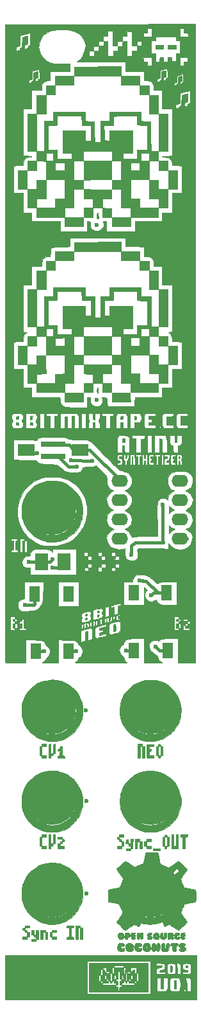
<source format=gbr>
G04 #@! TF.GenerationSoftware,KiCad,Pcbnew,5.1.2-f72e74a~84~ubuntu16.04.1*
G04 #@! TF.CreationDate,2019-05-06T13:36:40+08:00*
G04 #@! TF.ProjectId,8Bit_EuroRack,38426974-5f45-4757-926f-5261636b2e6b,rev?*
G04 #@! TF.SameCoordinates,Original*
G04 #@! TF.FileFunction,Copper,L1,Top*
G04 #@! TF.FilePolarity,Positive*
%FSLAX46Y46*%
G04 Gerber Fmt 4.6, Leading zero omitted, Abs format (unit mm)*
G04 Created by KiCad (PCBNEW 5.1.2-f72e74a~84~ubuntu16.04.1) date 2019-05-06 13:36:40*
%MOMM*%
%LPD*%
G04 APERTURE LIST*
%ADD10C,0.010000*%
%ADD11C,6.325864*%
%ADD12R,2.180000X1.600000*%
%ADD13R,3.200000X0.800000*%
%ADD14R,1.800000X2.300000*%
%ADD15R,1.400000X2.000000*%
%ADD16O,2.200000X1.600000*%
%ADD17C,0.600000*%
%ADD18C,0.400000*%
G04 APERTURE END LIST*
D10*
G36*
X88278322Y-164600525D02*
G01*
X88532322Y-164600525D01*
X88532322Y-165616525D01*
X88405322Y-165616525D01*
X88315368Y-165627014D01*
X88282213Y-165676495D01*
X88278322Y-165743525D01*
X88267832Y-165833479D01*
X88218352Y-165866634D01*
X88151322Y-165870525D01*
X88061368Y-165881014D01*
X88028213Y-165930495D01*
X88024322Y-165997525D01*
X88013832Y-166087479D01*
X87964352Y-166120634D01*
X87897322Y-166124525D01*
X87827023Y-166121199D01*
X87789079Y-166097917D01*
X87773513Y-166034722D01*
X87770346Y-165911660D01*
X87770322Y-165870525D01*
X87771985Y-165729927D01*
X87783626Y-165654040D01*
X87815223Y-165622907D01*
X87876754Y-165616572D01*
X87897322Y-165616525D01*
X87987276Y-165606035D01*
X88020431Y-165556555D01*
X88024322Y-165489525D01*
X88013832Y-165399571D01*
X87964352Y-165366416D01*
X87897322Y-165362525D01*
X87770322Y-165362525D01*
X87770322Y-165105713D01*
X88024322Y-165105713D01*
X88024322Y-165362525D01*
X88282547Y-165362525D01*
X88269851Y-165119108D01*
X88259853Y-164981479D01*
X88241054Y-164906999D01*
X88202648Y-164874176D01*
X88140739Y-164862296D01*
X88076569Y-164858490D01*
X88041775Y-164878443D01*
X88027366Y-164940956D01*
X88024350Y-165064829D01*
X88024322Y-165105713D01*
X87770322Y-165105713D01*
X87770322Y-164388858D01*
X87516322Y-164388858D01*
X87516322Y-165362525D01*
X87389322Y-165362525D01*
X87299368Y-165373014D01*
X87266213Y-165422495D01*
X87262322Y-165489525D01*
X87272811Y-165579479D01*
X87322292Y-165612634D01*
X87389322Y-165616525D01*
X87459621Y-165619851D01*
X87497564Y-165643133D01*
X87513131Y-165706327D01*
X87516298Y-165829390D01*
X87516322Y-165870525D01*
X87514659Y-166011123D01*
X87503018Y-166087010D01*
X87471421Y-166118143D01*
X87409889Y-166124477D01*
X87389322Y-166124525D01*
X87299368Y-166114035D01*
X87266213Y-166064555D01*
X87262322Y-165997525D01*
X87251832Y-165907571D01*
X87202352Y-165874416D01*
X87135322Y-165870525D01*
X87045368Y-165860035D01*
X87012213Y-165810555D01*
X87008322Y-165743525D01*
X86997832Y-165653571D01*
X86948352Y-165620416D01*
X86881322Y-165616525D01*
X86791368Y-165627014D01*
X86758213Y-165676495D01*
X86754322Y-165743525D01*
X86743832Y-165833479D01*
X86694352Y-165866634D01*
X86627322Y-165870525D01*
X86537368Y-165860035D01*
X86504213Y-165810555D01*
X86500322Y-165743525D01*
X86510811Y-165653571D01*
X86560292Y-165620416D01*
X86627322Y-165616525D01*
X86754322Y-165616525D01*
X86754322Y-165108525D01*
X87008322Y-165108525D01*
X87009985Y-165249123D01*
X87021626Y-165325010D01*
X87053223Y-165356143D01*
X87114754Y-165362477D01*
X87135322Y-165362525D01*
X87205621Y-165359199D01*
X87243564Y-165335917D01*
X87259131Y-165272722D01*
X87262298Y-165149660D01*
X87262322Y-165108525D01*
X87260659Y-164967927D01*
X87249018Y-164892040D01*
X87217421Y-164860907D01*
X87155889Y-164854572D01*
X87135322Y-164854525D01*
X87065023Y-164857851D01*
X87027079Y-164881133D01*
X87011513Y-164944327D01*
X87008346Y-165067390D01*
X87008322Y-165108525D01*
X86754322Y-165108525D01*
X86754322Y-164600525D01*
X87008322Y-164600525D01*
X87008322Y-163880858D01*
X88278322Y-163880858D01*
X88278322Y-164600525D01*
X88278322Y-164600525D01*
G37*
X88278322Y-164600525D02*
X88532322Y-164600525D01*
X88532322Y-165616525D01*
X88405322Y-165616525D01*
X88315368Y-165627014D01*
X88282213Y-165676495D01*
X88278322Y-165743525D01*
X88267832Y-165833479D01*
X88218352Y-165866634D01*
X88151322Y-165870525D01*
X88061368Y-165881014D01*
X88028213Y-165930495D01*
X88024322Y-165997525D01*
X88013832Y-166087479D01*
X87964352Y-166120634D01*
X87897322Y-166124525D01*
X87827023Y-166121199D01*
X87789079Y-166097917D01*
X87773513Y-166034722D01*
X87770346Y-165911660D01*
X87770322Y-165870525D01*
X87771985Y-165729927D01*
X87783626Y-165654040D01*
X87815223Y-165622907D01*
X87876754Y-165616572D01*
X87897322Y-165616525D01*
X87987276Y-165606035D01*
X88020431Y-165556555D01*
X88024322Y-165489525D01*
X88013832Y-165399571D01*
X87964352Y-165366416D01*
X87897322Y-165362525D01*
X87770322Y-165362525D01*
X87770322Y-165105713D01*
X88024322Y-165105713D01*
X88024322Y-165362525D01*
X88282547Y-165362525D01*
X88269851Y-165119108D01*
X88259853Y-164981479D01*
X88241054Y-164906999D01*
X88202648Y-164874176D01*
X88140739Y-164862296D01*
X88076569Y-164858490D01*
X88041775Y-164878443D01*
X88027366Y-164940956D01*
X88024350Y-165064829D01*
X88024322Y-165105713D01*
X87770322Y-165105713D01*
X87770322Y-164388858D01*
X87516322Y-164388858D01*
X87516322Y-165362525D01*
X87389322Y-165362525D01*
X87299368Y-165373014D01*
X87266213Y-165422495D01*
X87262322Y-165489525D01*
X87272811Y-165579479D01*
X87322292Y-165612634D01*
X87389322Y-165616525D01*
X87459621Y-165619851D01*
X87497564Y-165643133D01*
X87513131Y-165706327D01*
X87516298Y-165829390D01*
X87516322Y-165870525D01*
X87514659Y-166011123D01*
X87503018Y-166087010D01*
X87471421Y-166118143D01*
X87409889Y-166124477D01*
X87389322Y-166124525D01*
X87299368Y-166114035D01*
X87266213Y-166064555D01*
X87262322Y-165997525D01*
X87251832Y-165907571D01*
X87202352Y-165874416D01*
X87135322Y-165870525D01*
X87045368Y-165860035D01*
X87012213Y-165810555D01*
X87008322Y-165743525D01*
X86997832Y-165653571D01*
X86948352Y-165620416D01*
X86881322Y-165616525D01*
X86791368Y-165627014D01*
X86758213Y-165676495D01*
X86754322Y-165743525D01*
X86743832Y-165833479D01*
X86694352Y-165866634D01*
X86627322Y-165870525D01*
X86537368Y-165860035D01*
X86504213Y-165810555D01*
X86500322Y-165743525D01*
X86510811Y-165653571D01*
X86560292Y-165620416D01*
X86627322Y-165616525D01*
X86754322Y-165616525D01*
X86754322Y-165108525D01*
X87008322Y-165108525D01*
X87009985Y-165249123D01*
X87021626Y-165325010D01*
X87053223Y-165356143D01*
X87114754Y-165362477D01*
X87135322Y-165362525D01*
X87205621Y-165359199D01*
X87243564Y-165335917D01*
X87259131Y-165272722D01*
X87262298Y-165149660D01*
X87262322Y-165108525D01*
X87260659Y-164967927D01*
X87249018Y-164892040D01*
X87217421Y-164860907D01*
X87155889Y-164854572D01*
X87135322Y-164854525D01*
X87065023Y-164857851D01*
X87027079Y-164881133D01*
X87011513Y-164944327D01*
X87008346Y-165067390D01*
X87008322Y-165108525D01*
X86754322Y-165108525D01*
X86754322Y-164600525D01*
X87008322Y-164600525D01*
X87008322Y-163880858D01*
X88278322Y-163880858D01*
X88278322Y-164600525D01*
G36*
X95220989Y-42892192D02*
G01*
X94162655Y-42892192D01*
X94162655Y-42384192D01*
X95220989Y-42384192D01*
X95220989Y-42892192D01*
X95220989Y-42892192D01*
G37*
X95220989Y-42892192D02*
X94162655Y-42892192D01*
X94162655Y-42384192D01*
X95220989Y-42384192D01*
X95220989Y-42892192D01*
G36*
X93569989Y-42892192D02*
G01*
X92511655Y-42892192D01*
X92511655Y-42384192D01*
X93569989Y-42384192D01*
X93569989Y-42892192D01*
X93569989Y-42892192D01*
G37*
X93569989Y-42892192D02*
X92511655Y-42892192D01*
X92511655Y-42384192D01*
X93569989Y-42384192D01*
X93569989Y-42892192D01*
G36*
X87939655Y-46448192D02*
G01*
X81756725Y-46448192D01*
X81780155Y-45199358D01*
X87939655Y-45177638D01*
X87939655Y-46448192D01*
X87939655Y-46448192D01*
G37*
X87939655Y-46448192D02*
X81756725Y-46448192D01*
X81780155Y-45199358D01*
X87939655Y-45177638D01*
X87939655Y-46448192D01*
G36*
X90437322Y-47633525D02*
G01*
X87981989Y-47633525D01*
X87981989Y-46448192D01*
X90437322Y-46448192D01*
X90437322Y-47633525D01*
X90437322Y-47633525D01*
G37*
X90437322Y-47633525D02*
X87981989Y-47633525D01*
X87981989Y-46448192D01*
X90437322Y-46448192D01*
X90437322Y-47633525D01*
G36*
X81716655Y-47633525D02*
G01*
X79261322Y-47633525D01*
X79261322Y-46448192D01*
X81716655Y-46448192D01*
X81716655Y-47633525D01*
X81716655Y-47633525D01*
G37*
X81716655Y-47633525D02*
X79261322Y-47633525D01*
X79261322Y-46448192D01*
X81716655Y-46448192D01*
X81716655Y-47633525D01*
G36*
X91697901Y-48300275D02*
G01*
X91709646Y-48903525D01*
X90434997Y-48903525D01*
X90458489Y-47697025D01*
X91686155Y-47697025D01*
X91697901Y-48300275D01*
X91697901Y-48300275D01*
G37*
X91697901Y-48300275D02*
X91709646Y-48903525D01*
X90434997Y-48903525D01*
X90458489Y-47697025D01*
X91686155Y-47697025D01*
X91697901Y-48300275D01*
G36*
X79261322Y-48903525D02*
G01*
X78033655Y-48903525D01*
X78033655Y-47675858D01*
X79261322Y-47675858D01*
X79261322Y-48903525D01*
X79261322Y-48903525D01*
G37*
X79261322Y-48903525D02*
X78033655Y-48903525D01*
X78033655Y-47675858D01*
X79261322Y-47675858D01*
X79261322Y-48903525D01*
G36*
X92892655Y-51401192D02*
G01*
X91707322Y-51401192D01*
X91707322Y-48945858D01*
X92892655Y-48945858D01*
X92892655Y-51401192D01*
X92892655Y-51401192D01*
G37*
X92892655Y-51401192D02*
X91707322Y-51401192D01*
X91707322Y-48945858D01*
X92892655Y-48945858D01*
X92892655Y-51401192D01*
G36*
X78033655Y-51401192D02*
G01*
X76805989Y-51401192D01*
X76805989Y-48945858D01*
X78033655Y-48945858D01*
X78033655Y-51401192D01*
X78033655Y-51401192D01*
G37*
X78033655Y-51401192D02*
X76805989Y-51401192D01*
X76805989Y-48945858D01*
X78033655Y-48945858D01*
X78033655Y-51401192D01*
G36*
X94162655Y-56354192D02*
G01*
X92934989Y-56354192D01*
X92934989Y-51401192D01*
X94162655Y-51401192D01*
X94162655Y-56354192D01*
X94162655Y-56354192D01*
G37*
X94162655Y-56354192D02*
X92934989Y-56354192D01*
X92934989Y-51401192D01*
X94162655Y-51401192D01*
X94162655Y-56354192D01*
G36*
X76763655Y-56354192D02*
G01*
X75578322Y-56354192D01*
X75578322Y-51401192D01*
X76763655Y-51401192D01*
X76763655Y-56354192D01*
X76763655Y-56354192D01*
G37*
X76763655Y-56354192D02*
X75578322Y-56354192D01*
X75578322Y-51401192D01*
X76763655Y-51401192D01*
X76763655Y-56354192D01*
G36*
X94162655Y-58851858D02*
G01*
X92934989Y-58851858D01*
X92934989Y-57624192D01*
X94162655Y-57624192D01*
X94162655Y-58851858D01*
X94162655Y-58851858D01*
G37*
X94162655Y-58851858D02*
X92934989Y-58851858D01*
X92934989Y-57624192D01*
X94162655Y-57624192D01*
X94162655Y-58851858D01*
G36*
X76763655Y-58851858D02*
G01*
X75578322Y-58851858D01*
X75578322Y-57624192D01*
X76763655Y-57624192D01*
X76763655Y-58851858D01*
X76763655Y-58851858D01*
G37*
X76763655Y-58851858D02*
X75578322Y-58851858D01*
X75578322Y-57624192D01*
X76763655Y-57624192D01*
X76763655Y-58851858D01*
G36*
X86702054Y-58841275D02*
G01*
X86690822Y-60058358D01*
X84859905Y-60069391D01*
X83028989Y-60080424D01*
X83028989Y-57624192D01*
X86713287Y-57624192D01*
X86702054Y-58841275D01*
X86702054Y-58841275D01*
G37*
X86702054Y-58841275D02*
X86690822Y-60058358D01*
X84859905Y-60069391D01*
X83028989Y-60080424D01*
X83028989Y-57624192D01*
X86713287Y-57624192D01*
X86702054Y-58841275D01*
G36*
X95390322Y-61307192D02*
G01*
X94204989Y-61307192D01*
X94204989Y-58851858D01*
X95390322Y-58851858D01*
X95390322Y-61307192D01*
X95390322Y-61307192D01*
G37*
X95390322Y-61307192D02*
X94204989Y-61307192D01*
X94204989Y-58851858D01*
X95390322Y-58851858D01*
X95390322Y-61307192D01*
G36*
X75535989Y-61307192D02*
G01*
X74308322Y-61307192D01*
X74308322Y-58851858D01*
X75535989Y-58851858D01*
X75535989Y-61307192D01*
X75535989Y-61307192D01*
G37*
X75535989Y-61307192D02*
X74308322Y-61307192D01*
X74308322Y-58851858D01*
X75535989Y-58851858D01*
X75535989Y-61307192D01*
G36*
X92892655Y-61349525D02*
G01*
X94162655Y-61349525D01*
X94162655Y-63804858D01*
X92934989Y-63804858D01*
X92934989Y-62577192D01*
X91707322Y-62577192D01*
X91707322Y-60121858D01*
X92892655Y-60121858D01*
X92892655Y-61349525D01*
X92892655Y-61349525D01*
G37*
X92892655Y-61349525D02*
X94162655Y-61349525D01*
X94162655Y-63804858D01*
X92934989Y-63804858D01*
X92934989Y-62577192D01*
X91707322Y-62577192D01*
X91707322Y-60121858D01*
X92892655Y-60121858D01*
X92892655Y-61349525D01*
G36*
X78033655Y-62577192D02*
G01*
X76763655Y-62577192D01*
X76763655Y-63804858D01*
X75578322Y-63804858D01*
X75578322Y-61349525D01*
X76805989Y-61349525D01*
X76805989Y-60121858D01*
X78033655Y-60121858D01*
X78033655Y-62577192D01*
X78033655Y-62577192D01*
G37*
X78033655Y-62577192D02*
X76763655Y-62577192D01*
X76763655Y-63804858D01*
X75578322Y-63804858D01*
X75578322Y-61349525D01*
X76805989Y-61349525D01*
X76805989Y-60121858D01*
X78033655Y-60121858D01*
X78033655Y-62577192D01*
G36*
X84859905Y-61359658D02*
G01*
X86690822Y-61370692D01*
X86690822Y-62556025D01*
X86087572Y-62567770D01*
X85484322Y-62579516D01*
X85484322Y-63802534D01*
X86087572Y-63814279D01*
X86690822Y-63826025D01*
X86690822Y-65011358D01*
X86087572Y-65023104D01*
X85484322Y-65034849D01*
X85484322Y-63804858D01*
X84258980Y-63804858D01*
X84247234Y-64408108D01*
X84235489Y-65011358D01*
X83632239Y-65023104D01*
X83028989Y-65034849D01*
X83028989Y-63804858D01*
X84256655Y-63804858D01*
X84256655Y-62577192D01*
X83028989Y-62577192D01*
X83028989Y-61348625D01*
X84859905Y-61359658D01*
X84859905Y-61359658D01*
G37*
X84859905Y-61359658D02*
X86690822Y-61370692D01*
X86690822Y-62556025D01*
X86087572Y-62567770D01*
X85484322Y-62579516D01*
X85484322Y-63802534D01*
X86087572Y-63814279D01*
X86690822Y-63826025D01*
X86690822Y-65011358D01*
X86087572Y-65023104D01*
X85484322Y-65034849D01*
X85484322Y-63804858D01*
X84258980Y-63804858D01*
X84247234Y-64408108D01*
X84235489Y-65011358D01*
X83632239Y-65023104D01*
X83028989Y-65034849D01*
X83028989Y-63804858D01*
X84256655Y-63804858D01*
X84256655Y-62577192D01*
X83028989Y-62577192D01*
X83028989Y-61348625D01*
X84859905Y-61359658D01*
G36*
X83240655Y-52372534D02*
G01*
X83843905Y-52384279D01*
X84447155Y-52396025D01*
X84458317Y-53782442D01*
X84469479Y-55168858D01*
X85272655Y-55168858D01*
X85272655Y-52927598D01*
X85724867Y-52927598D01*
X85752458Y-53906814D01*
X85760741Y-54185231D01*
X85768972Y-54433710D01*
X85776686Y-54640315D01*
X85783418Y-54793110D01*
X85788705Y-54880159D01*
X85790936Y-54895828D01*
X85835262Y-54902371D01*
X85942938Y-54910892D01*
X86092724Y-54919773D01*
X86129905Y-54921648D01*
X86457989Y-54937670D01*
X86457989Y-53602525D01*
X89505989Y-53602525D01*
X89505989Y-56608192D01*
X88193655Y-56608192D01*
X88193655Y-56960969D01*
X88196834Y-57126304D01*
X88205294Y-57257604D01*
X88217423Y-57333094D01*
X88221877Y-57341969D01*
X88270712Y-57350224D01*
X88391583Y-57357526D01*
X88571863Y-57363502D01*
X88798925Y-57367777D01*
X89060141Y-57369976D01*
X89174377Y-57370192D01*
X90098655Y-57370192D01*
X90098655Y-56608192D01*
X90606655Y-56608192D01*
X90606655Y-57087969D01*
X90609010Y-57281643D01*
X90615400Y-57443122D01*
X90624817Y-57554228D01*
X90634877Y-57595969D01*
X90685802Y-57606787D01*
X90804067Y-57615688D01*
X90972352Y-57621783D01*
X91173338Y-57624184D01*
X91185211Y-57624192D01*
X91707322Y-57624192D01*
X91707322Y-56608192D01*
X90606655Y-56608192D01*
X90098655Y-56608192D01*
X90098655Y-56142525D01*
X91453322Y-56142525D01*
X91453322Y-52937870D01*
X91065818Y-52910364D01*
X90852698Y-52897442D01*
X90634132Y-52887779D01*
X90450134Y-52883065D01*
X90414943Y-52882858D01*
X90270703Y-52881030D01*
X90189536Y-52868973D01*
X90149850Y-52836833D01*
X90130053Y-52774755D01*
X90125114Y-52750567D01*
X90114337Y-52654678D01*
X90105675Y-52497671D01*
X90100144Y-52303086D01*
X90098655Y-52136733D01*
X90098655Y-51655192D01*
X89199072Y-51655333D01*
X88874345Y-51656850D01*
X88525169Y-51660978D01*
X88179549Y-51667218D01*
X87865491Y-51675075D01*
X87633861Y-51683081D01*
X86968233Y-51710688D01*
X86956527Y-52307356D01*
X86944822Y-52904025D01*
X86334844Y-52915812D01*
X85724867Y-52927598D01*
X85272655Y-52927598D01*
X85272655Y-52374858D01*
X86457989Y-52374858D01*
X86457989Y-51189525D01*
X90606655Y-51189525D01*
X90606655Y-52372653D01*
X91252239Y-52384339D01*
X91897822Y-52396025D01*
X91908824Y-54375108D01*
X91919826Y-56354192D01*
X92892655Y-56354192D01*
X92892655Y-57624192D01*
X91707322Y-57624192D01*
X91707322Y-60079525D01*
X89209655Y-60079525D01*
X89209655Y-62577192D01*
X90437322Y-62577192D01*
X90437322Y-63804858D01*
X92892655Y-63804858D01*
X92892655Y-65032525D01*
X89251989Y-65032525D01*
X89251989Y-63804858D01*
X87981989Y-63804858D01*
X87981989Y-61307192D01*
X86754322Y-61307192D01*
X86754322Y-60121858D01*
X87981989Y-60121858D01*
X87981989Y-57835858D01*
X89209655Y-57835858D01*
X89209655Y-58851858D01*
X90437322Y-58851858D01*
X90437322Y-57835858D01*
X89209655Y-57835858D01*
X87981989Y-57835858D01*
X87981989Y-57624192D01*
X86754322Y-57624192D01*
X86754322Y-56354192D01*
X82986655Y-56354192D01*
X82986655Y-57624192D01*
X81715376Y-57624192D01*
X81737822Y-60100692D01*
X82362239Y-60112407D01*
X82986655Y-60124122D01*
X82986655Y-61304928D01*
X82362239Y-61316643D01*
X81737822Y-61328358D01*
X81715376Y-63804858D01*
X80531322Y-63804858D01*
X80531322Y-65032525D01*
X76805989Y-65032525D01*
X76805989Y-63804858D01*
X79261322Y-63804858D01*
X79261322Y-62577192D01*
X80531322Y-62577192D01*
X80531322Y-60079525D01*
X78033655Y-60079525D01*
X78033655Y-57835858D01*
X79261322Y-57835858D01*
X79261322Y-58851858D01*
X80531322Y-58851858D01*
X80531322Y-57835858D01*
X79261322Y-57835858D01*
X78033655Y-57835858D01*
X78033655Y-57626516D01*
X77430405Y-57614770D01*
X76827155Y-57603025D01*
X76815440Y-56978608D01*
X76808491Y-56608192D01*
X78033655Y-56608192D01*
X78033655Y-57624192D01*
X79007322Y-57624192D01*
X79007322Y-56608192D01*
X78033655Y-56608192D01*
X76808491Y-56608192D01*
X76803725Y-56354192D01*
X77821989Y-56354192D01*
X77821989Y-52925192D01*
X78287655Y-52925192D01*
X78287655Y-56142525D01*
X79472989Y-56142525D01*
X79472989Y-56728136D01*
X79474926Y-56942780D01*
X79480242Y-57126300D01*
X79488189Y-57262463D01*
X79498022Y-57335040D01*
X79501211Y-57341969D01*
X79549973Y-57350135D01*
X79670925Y-57357374D01*
X79851594Y-57363325D01*
X80079504Y-57367625D01*
X80342181Y-57369914D01*
X80474877Y-57370192D01*
X81420322Y-57370192D01*
X81420322Y-56608192D01*
X80234989Y-56608192D01*
X80234989Y-53602525D01*
X83238505Y-53602525D01*
X83250164Y-54269275D01*
X83261822Y-54936025D01*
X83611072Y-54948320D01*
X83960322Y-54960616D01*
X83960322Y-52925192D01*
X82774989Y-52925192D01*
X82774989Y-52507767D01*
X82772169Y-52301768D01*
X82764625Y-52103612D01*
X82753732Y-51944616D01*
X82748068Y-51893933D01*
X82721147Y-51697525D01*
X79515322Y-51697525D01*
X79514856Y-52152608D01*
X79512201Y-52359247D01*
X79505421Y-52551193D01*
X79495659Y-52702133D01*
X79488150Y-52766442D01*
X79461911Y-52925192D01*
X78287655Y-52925192D01*
X77821989Y-52925192D01*
X77821989Y-52374858D01*
X79007322Y-52374858D01*
X79007322Y-51189525D01*
X83240655Y-51189525D01*
X83240655Y-52372534D01*
X83240655Y-52372534D01*
G37*
X83240655Y-52372534D02*
X83843905Y-52384279D01*
X84447155Y-52396025D01*
X84458317Y-53782442D01*
X84469479Y-55168858D01*
X85272655Y-55168858D01*
X85272655Y-52927598D01*
X85724867Y-52927598D01*
X85752458Y-53906814D01*
X85760741Y-54185231D01*
X85768972Y-54433710D01*
X85776686Y-54640315D01*
X85783418Y-54793110D01*
X85788705Y-54880159D01*
X85790936Y-54895828D01*
X85835262Y-54902371D01*
X85942938Y-54910892D01*
X86092724Y-54919773D01*
X86129905Y-54921648D01*
X86457989Y-54937670D01*
X86457989Y-53602525D01*
X89505989Y-53602525D01*
X89505989Y-56608192D01*
X88193655Y-56608192D01*
X88193655Y-56960969D01*
X88196834Y-57126304D01*
X88205294Y-57257604D01*
X88217423Y-57333094D01*
X88221877Y-57341969D01*
X88270712Y-57350224D01*
X88391583Y-57357526D01*
X88571863Y-57363502D01*
X88798925Y-57367777D01*
X89060141Y-57369976D01*
X89174377Y-57370192D01*
X90098655Y-57370192D01*
X90098655Y-56608192D01*
X90606655Y-56608192D01*
X90606655Y-57087969D01*
X90609010Y-57281643D01*
X90615400Y-57443122D01*
X90624817Y-57554228D01*
X90634877Y-57595969D01*
X90685802Y-57606787D01*
X90804067Y-57615688D01*
X90972352Y-57621783D01*
X91173338Y-57624184D01*
X91185211Y-57624192D01*
X91707322Y-57624192D01*
X91707322Y-56608192D01*
X90606655Y-56608192D01*
X90098655Y-56608192D01*
X90098655Y-56142525D01*
X91453322Y-56142525D01*
X91453322Y-52937870D01*
X91065818Y-52910364D01*
X90852698Y-52897442D01*
X90634132Y-52887779D01*
X90450134Y-52883065D01*
X90414943Y-52882858D01*
X90270703Y-52881030D01*
X90189536Y-52868973D01*
X90149850Y-52836833D01*
X90130053Y-52774755D01*
X90125114Y-52750567D01*
X90114337Y-52654678D01*
X90105675Y-52497671D01*
X90100144Y-52303086D01*
X90098655Y-52136733D01*
X90098655Y-51655192D01*
X89199072Y-51655333D01*
X88874345Y-51656850D01*
X88525169Y-51660978D01*
X88179549Y-51667218D01*
X87865491Y-51675075D01*
X87633861Y-51683081D01*
X86968233Y-51710688D01*
X86956527Y-52307356D01*
X86944822Y-52904025D01*
X86334844Y-52915812D01*
X85724867Y-52927598D01*
X85272655Y-52927598D01*
X85272655Y-52374858D01*
X86457989Y-52374858D01*
X86457989Y-51189525D01*
X90606655Y-51189525D01*
X90606655Y-52372653D01*
X91252239Y-52384339D01*
X91897822Y-52396025D01*
X91908824Y-54375108D01*
X91919826Y-56354192D01*
X92892655Y-56354192D01*
X92892655Y-57624192D01*
X91707322Y-57624192D01*
X91707322Y-60079525D01*
X89209655Y-60079525D01*
X89209655Y-62577192D01*
X90437322Y-62577192D01*
X90437322Y-63804858D01*
X92892655Y-63804858D01*
X92892655Y-65032525D01*
X89251989Y-65032525D01*
X89251989Y-63804858D01*
X87981989Y-63804858D01*
X87981989Y-61307192D01*
X86754322Y-61307192D01*
X86754322Y-60121858D01*
X87981989Y-60121858D01*
X87981989Y-57835858D01*
X89209655Y-57835858D01*
X89209655Y-58851858D01*
X90437322Y-58851858D01*
X90437322Y-57835858D01*
X89209655Y-57835858D01*
X87981989Y-57835858D01*
X87981989Y-57624192D01*
X86754322Y-57624192D01*
X86754322Y-56354192D01*
X82986655Y-56354192D01*
X82986655Y-57624192D01*
X81715376Y-57624192D01*
X81737822Y-60100692D01*
X82362239Y-60112407D01*
X82986655Y-60124122D01*
X82986655Y-61304928D01*
X82362239Y-61316643D01*
X81737822Y-61328358D01*
X81715376Y-63804858D01*
X80531322Y-63804858D01*
X80531322Y-65032525D01*
X76805989Y-65032525D01*
X76805989Y-63804858D01*
X79261322Y-63804858D01*
X79261322Y-62577192D01*
X80531322Y-62577192D01*
X80531322Y-60079525D01*
X78033655Y-60079525D01*
X78033655Y-57835858D01*
X79261322Y-57835858D01*
X79261322Y-58851858D01*
X80531322Y-58851858D01*
X80531322Y-57835858D01*
X79261322Y-57835858D01*
X78033655Y-57835858D01*
X78033655Y-57626516D01*
X77430405Y-57614770D01*
X76827155Y-57603025D01*
X76815440Y-56978608D01*
X76808491Y-56608192D01*
X78033655Y-56608192D01*
X78033655Y-57624192D01*
X79007322Y-57624192D01*
X79007322Y-56608192D01*
X78033655Y-56608192D01*
X76808491Y-56608192D01*
X76803725Y-56354192D01*
X77821989Y-56354192D01*
X77821989Y-52925192D01*
X78287655Y-52925192D01*
X78287655Y-56142525D01*
X79472989Y-56142525D01*
X79472989Y-56728136D01*
X79474926Y-56942780D01*
X79480242Y-57126300D01*
X79488189Y-57262463D01*
X79498022Y-57335040D01*
X79501211Y-57341969D01*
X79549973Y-57350135D01*
X79670925Y-57357374D01*
X79851594Y-57363325D01*
X80079504Y-57367625D01*
X80342181Y-57369914D01*
X80474877Y-57370192D01*
X81420322Y-57370192D01*
X81420322Y-56608192D01*
X80234989Y-56608192D01*
X80234989Y-53602525D01*
X83238505Y-53602525D01*
X83250164Y-54269275D01*
X83261822Y-54936025D01*
X83611072Y-54948320D01*
X83960322Y-54960616D01*
X83960322Y-52925192D01*
X82774989Y-52925192D01*
X82774989Y-52507767D01*
X82772169Y-52301768D01*
X82764625Y-52103612D01*
X82753732Y-51944616D01*
X82748068Y-51893933D01*
X82721147Y-51697525D01*
X79515322Y-51697525D01*
X79514856Y-52152608D01*
X79512201Y-52359247D01*
X79505421Y-52551193D01*
X79495659Y-52702133D01*
X79488150Y-52766442D01*
X79461911Y-52925192D01*
X78287655Y-52925192D01*
X77821989Y-52925192D01*
X77821989Y-52374858D01*
X79007322Y-52374858D01*
X79007322Y-51189525D01*
X83240655Y-51189525D01*
X83240655Y-52372534D01*
G36*
X84914376Y-64470780D02*
G01*
X84931995Y-64570117D01*
X84933989Y-64646202D01*
X84947770Y-64814951D01*
X84982163Y-64984107D01*
X84995611Y-65027202D01*
X85029597Y-65132586D01*
X85026503Y-65185441D01*
X84972072Y-65197061D01*
X84852051Y-65178740D01*
X84813542Y-65171454D01*
X84742139Y-65141368D01*
X84737733Y-65075521D01*
X84741827Y-65060802D01*
X84760458Y-64970116D01*
X84780456Y-64829295D01*
X84793985Y-64704442D01*
X84816754Y-64541261D01*
X84848366Y-64456228D01*
X84876284Y-64439858D01*
X84914376Y-64470780D01*
X84914376Y-64470780D01*
G37*
X84914376Y-64470780D02*
X84931995Y-64570117D01*
X84933989Y-64646202D01*
X84947770Y-64814951D01*
X84982163Y-64984107D01*
X84995611Y-65027202D01*
X85029597Y-65132586D01*
X85026503Y-65185441D01*
X84972072Y-65197061D01*
X84852051Y-65178740D01*
X84813542Y-65171454D01*
X84742139Y-65141368D01*
X84737733Y-65075521D01*
X84741827Y-65060802D01*
X84760458Y-64970116D01*
X84780456Y-64829295D01*
X84793985Y-64704442D01*
X84816754Y-64541261D01*
X84848366Y-64456228D01*
X84876284Y-64439858D01*
X84914376Y-64470780D01*
G36*
X89209655Y-66260192D02*
G01*
X86754322Y-66260192D01*
X86754322Y-65074858D01*
X89209655Y-65074858D01*
X89209655Y-66260192D01*
X89209655Y-66260192D01*
G37*
X89209655Y-66260192D02*
X86754322Y-66260192D01*
X86754322Y-65074858D01*
X89209655Y-65074858D01*
X89209655Y-66260192D01*
G36*
X82986655Y-66260192D02*
G01*
X80531322Y-66260192D01*
X80531322Y-65074858D01*
X82986655Y-65074858D01*
X82986655Y-66260192D01*
X82986655Y-66260192D01*
G37*
X82986655Y-66260192D02*
X80531322Y-66260192D01*
X80531322Y-65074858D01*
X82986655Y-65074858D01*
X82986655Y-66260192D01*
G36*
X87939655Y-69562192D02*
G01*
X84869160Y-69562192D01*
X84267077Y-69561939D01*
X83744575Y-69561122D01*
X83296570Y-69559650D01*
X82917978Y-69557432D01*
X82603714Y-69554377D01*
X82348695Y-69550395D01*
X82147836Y-69545396D01*
X81996052Y-69539289D01*
X81888260Y-69531984D01*
X81819376Y-69523389D01*
X81784315Y-69513414D01*
X81777539Y-69507139D01*
X81770573Y-69446195D01*
X81766382Y-69318120D01*
X81765226Y-69140412D01*
X81767365Y-68930570D01*
X81768284Y-68882722D01*
X81780155Y-68313358D01*
X87939655Y-68291638D01*
X87939655Y-69562192D01*
X87939655Y-69562192D01*
G37*
X87939655Y-69562192D02*
X84869160Y-69562192D01*
X84267077Y-69561939D01*
X83744575Y-69561122D01*
X83296570Y-69559650D01*
X82917978Y-69557432D01*
X82603714Y-69554377D01*
X82348695Y-69550395D01*
X82147836Y-69545396D01*
X81996052Y-69539289D01*
X81888260Y-69531984D01*
X81819376Y-69523389D01*
X81784315Y-69513414D01*
X81777539Y-69507139D01*
X81770573Y-69446195D01*
X81766382Y-69318120D01*
X81765226Y-69140412D01*
X81767365Y-68930570D01*
X81768284Y-68882722D01*
X81780155Y-68313358D01*
X87939655Y-68291638D01*
X87939655Y-69562192D01*
G36*
X90437322Y-70747525D02*
G01*
X87981989Y-70747525D01*
X87981989Y-69562192D01*
X90437322Y-69562192D01*
X90437322Y-70747525D01*
X90437322Y-70747525D01*
G37*
X90437322Y-70747525D02*
X87981989Y-70747525D01*
X87981989Y-69562192D01*
X90437322Y-69562192D01*
X90437322Y-70747525D01*
G36*
X81716655Y-70747525D02*
G01*
X79261322Y-70747525D01*
X79261322Y-69562192D01*
X81716655Y-69562192D01*
X81716655Y-70747525D01*
X81716655Y-70747525D01*
G37*
X81716655Y-70747525D02*
X79261322Y-70747525D01*
X79261322Y-69562192D01*
X81716655Y-69562192D01*
X81716655Y-70747525D01*
G36*
X91707322Y-72017525D02*
G01*
X90437322Y-72017525D01*
X90437322Y-70789858D01*
X91707322Y-70789858D01*
X91707322Y-72017525D01*
X91707322Y-72017525D01*
G37*
X91707322Y-72017525D02*
X90437322Y-72017525D01*
X90437322Y-70789858D01*
X91707322Y-70789858D01*
X91707322Y-72017525D01*
G36*
X79261322Y-72017525D02*
G01*
X78033655Y-72017525D01*
X78033655Y-70789858D01*
X79261322Y-70789858D01*
X79261322Y-72017525D01*
X79261322Y-72017525D01*
G37*
X79261322Y-72017525D02*
X78033655Y-72017525D01*
X78033655Y-70789858D01*
X79261322Y-70789858D01*
X79261322Y-72017525D01*
G36*
X92892655Y-74515192D02*
G01*
X91707322Y-74515192D01*
X91707322Y-72059858D01*
X92892655Y-72059858D01*
X92892655Y-74515192D01*
X92892655Y-74515192D01*
G37*
X92892655Y-74515192D02*
X91707322Y-74515192D01*
X91707322Y-72059858D01*
X92892655Y-72059858D01*
X92892655Y-74515192D01*
G36*
X78033655Y-74515192D02*
G01*
X76805989Y-74515192D01*
X76805989Y-72059858D01*
X78033655Y-72059858D01*
X78033655Y-74515192D01*
X78033655Y-74515192D01*
G37*
X78033655Y-74515192D02*
X76805989Y-74515192D01*
X76805989Y-72059858D01*
X78033655Y-72059858D01*
X78033655Y-74515192D01*
G36*
X94162655Y-79468192D02*
G01*
X92934989Y-79468192D01*
X92934989Y-74515192D01*
X94162655Y-74515192D01*
X94162655Y-79468192D01*
X94162655Y-79468192D01*
G37*
X94162655Y-79468192D02*
X92934989Y-79468192D01*
X92934989Y-74515192D01*
X94162655Y-74515192D01*
X94162655Y-79468192D01*
G36*
X76763655Y-79468192D02*
G01*
X75578322Y-79468192D01*
X75578322Y-74515192D01*
X76763655Y-74515192D01*
X76763655Y-79468192D01*
X76763655Y-79468192D01*
G37*
X76763655Y-79468192D02*
X75578322Y-79468192D01*
X75578322Y-74515192D01*
X76763655Y-74515192D01*
X76763655Y-79468192D01*
G36*
X94162655Y-81965858D02*
G01*
X92932725Y-81965858D01*
X92944440Y-81341442D01*
X92956155Y-80717025D01*
X93559405Y-80705279D01*
X94162655Y-80693534D01*
X94162655Y-81965858D01*
X94162655Y-81965858D01*
G37*
X94162655Y-81965858D02*
X92932725Y-81965858D01*
X92944440Y-81341442D01*
X92956155Y-80717025D01*
X93559405Y-80705279D01*
X94162655Y-80693534D01*
X94162655Y-81965858D01*
G36*
X76763655Y-81965858D02*
G01*
X75578322Y-81965858D01*
X75578322Y-80695858D01*
X76763655Y-80695858D01*
X76763655Y-81965858D01*
X76763655Y-81965858D01*
G37*
X76763655Y-81965858D02*
X75578322Y-81965858D01*
X75578322Y-80695858D01*
X76763655Y-80695858D01*
X76763655Y-81965858D01*
G36*
X84859905Y-80705992D02*
G01*
X86690822Y-80717025D01*
X86702054Y-81934108D01*
X86713287Y-83151192D01*
X83028989Y-83151192D01*
X83028989Y-80694959D01*
X84859905Y-80705992D01*
X84859905Y-80705992D01*
G37*
X84859905Y-80705992D02*
X86690822Y-80717025D01*
X86702054Y-81934108D01*
X86713287Y-83151192D01*
X83028989Y-83151192D01*
X83028989Y-80694959D01*
X84859905Y-80705992D01*
G36*
X95390322Y-84421192D02*
G01*
X94204989Y-84421192D01*
X94204989Y-81965858D01*
X95390322Y-81965858D01*
X95390322Y-84421192D01*
X95390322Y-84421192D01*
G37*
X95390322Y-84421192D02*
X94204989Y-84421192D01*
X94204989Y-81965858D01*
X95390322Y-81965858D01*
X95390322Y-84421192D01*
G36*
X75535989Y-84421192D02*
G01*
X74308322Y-84421192D01*
X74308322Y-81965858D01*
X75535989Y-81965858D01*
X75535989Y-84421192D01*
X75535989Y-84421192D01*
G37*
X75535989Y-84421192D02*
X74308322Y-84421192D01*
X74308322Y-81965858D01*
X75535989Y-81965858D01*
X75535989Y-84421192D01*
G36*
X92892655Y-84463525D02*
G01*
X94162655Y-84463525D01*
X94162655Y-86918858D01*
X92934989Y-86918858D01*
X92934989Y-85648858D01*
X91707322Y-85648858D01*
X91707322Y-83193525D01*
X92892655Y-83193525D01*
X92892655Y-84463525D01*
X92892655Y-84463525D01*
G37*
X92892655Y-84463525D02*
X94162655Y-84463525D01*
X94162655Y-86918858D01*
X92934989Y-86918858D01*
X92934989Y-85648858D01*
X91707322Y-85648858D01*
X91707322Y-83193525D01*
X92892655Y-83193525D01*
X92892655Y-84463525D01*
G36*
X78023719Y-84430639D02*
G01*
X78034950Y-85646587D01*
X76784822Y-85670025D01*
X76773107Y-86294442D01*
X76761392Y-86918858D01*
X75578322Y-86918858D01*
X75578322Y-84463525D01*
X76803725Y-84463525D01*
X76815440Y-83839108D01*
X76827155Y-83214692D01*
X78012489Y-83214692D01*
X78023719Y-84430639D01*
X78023719Y-84430639D01*
G37*
X78023719Y-84430639D02*
X78034950Y-85646587D01*
X76784822Y-85670025D01*
X76773107Y-86294442D01*
X76761392Y-86918858D01*
X75578322Y-86918858D01*
X75578322Y-84463525D01*
X76803725Y-84463525D01*
X76815440Y-83839108D01*
X76827155Y-83214692D01*
X78012489Y-83214692D01*
X78023719Y-84430639D01*
G36*
X86711989Y-85648858D02*
G01*
X85484322Y-85648858D01*
X85484322Y-86918858D01*
X84258919Y-86918858D01*
X84247204Y-86294442D01*
X84235489Y-85670025D01*
X83632239Y-85658279D01*
X83028989Y-85646534D01*
X83028989Y-84463525D01*
X86711989Y-84463525D01*
X86711989Y-85648858D01*
X86711989Y-85648858D01*
G37*
X86711989Y-85648858D02*
X85484322Y-85648858D01*
X85484322Y-86918858D01*
X84258919Y-86918858D01*
X84247204Y-86294442D01*
X84235489Y-85670025D01*
X83632239Y-85658279D01*
X83028989Y-85646534D01*
X83028989Y-84463525D01*
X86711989Y-84463525D01*
X86711989Y-85648858D01*
G36*
X84256655Y-88104192D02*
G01*
X83028989Y-88104192D01*
X83028989Y-86918858D01*
X84256655Y-86918858D01*
X84256655Y-88104192D01*
X84256655Y-88104192D01*
G37*
X84256655Y-88104192D02*
X83028989Y-88104192D01*
X83028989Y-86918858D01*
X84256655Y-86918858D01*
X84256655Y-88104192D01*
G36*
X86711989Y-88104192D02*
G01*
X85484322Y-88104192D01*
X85484322Y-86918858D01*
X86711989Y-86918858D01*
X86711989Y-88104192D01*
X86711989Y-88104192D01*
G37*
X86711989Y-88104192D02*
X85484322Y-88104192D01*
X85484322Y-86918858D01*
X86711989Y-86918858D01*
X86711989Y-88104192D01*
G36*
X83240655Y-75488858D02*
G01*
X84468322Y-75488858D01*
X84468322Y-78240525D01*
X85272655Y-78240525D01*
X85272655Y-75996858D01*
X85738322Y-75996858D01*
X85738494Y-76473108D01*
X85741058Y-76719505D01*
X85747850Y-77009072D01*
X85757741Y-77300486D01*
X85766193Y-77489108D01*
X85793721Y-78028858D01*
X86457989Y-78028858D01*
X86457989Y-76716525D01*
X89505989Y-76716525D01*
X89505989Y-79722192D01*
X88193655Y-79722192D01*
X88193655Y-80441858D01*
X90098655Y-80441858D01*
X90098655Y-79722192D01*
X90606655Y-79722192D01*
X90606655Y-80695858D01*
X91707322Y-80695858D01*
X91707322Y-79722192D01*
X90606655Y-79722192D01*
X90098655Y-79722192D01*
X90098655Y-79258675D01*
X90765405Y-79247016D01*
X91432155Y-79235358D01*
X91432155Y-76018025D01*
X90791648Y-76006366D01*
X90151142Y-75994708D01*
X90124898Y-75863491D01*
X90114212Y-75768075D01*
X90105622Y-75611480D01*
X90100135Y-75417188D01*
X90098655Y-75250733D01*
X90098655Y-74769192D01*
X86965989Y-74769192D01*
X86965989Y-75996858D01*
X85738322Y-75996858D01*
X85272655Y-75996858D01*
X85272655Y-75488858D01*
X86457989Y-75488858D01*
X86457989Y-74303525D01*
X90606655Y-74303525D01*
X90606655Y-75488858D01*
X91918989Y-75488858D01*
X91918989Y-79468192D01*
X92892655Y-79468192D01*
X92892655Y-80695858D01*
X91707322Y-80695858D01*
X91707322Y-83151192D01*
X89209655Y-83151192D01*
X89209655Y-85648858D01*
X90437322Y-85648858D01*
X90437322Y-86918858D01*
X92892655Y-86918858D01*
X92892655Y-88104192D01*
X89251989Y-88104192D01*
X89251989Y-86918858D01*
X87981989Y-86918858D01*
X87981989Y-84421192D01*
X86754322Y-84421192D01*
X86754322Y-83193525D01*
X87981989Y-83193525D01*
X87981989Y-80907525D01*
X89209655Y-80907525D01*
X89209655Y-81965858D01*
X90437322Y-81965858D01*
X90437322Y-80907525D01*
X89209655Y-80907525D01*
X87981989Y-80907525D01*
X87981989Y-80695858D01*
X86754322Y-80695858D01*
X86754322Y-79468192D01*
X82986655Y-79468192D01*
X82986655Y-80693595D01*
X82362239Y-80705310D01*
X81737822Y-80717025D01*
X81715376Y-83193525D01*
X82986655Y-83193525D01*
X82986655Y-84421192D01*
X81716655Y-84421192D01*
X81716655Y-86918858D01*
X80531322Y-86918858D01*
X80531322Y-88104192D01*
X76805989Y-88104192D01*
X76805989Y-86918858D01*
X79259058Y-86918858D01*
X79270773Y-86294442D01*
X79282489Y-85670025D01*
X79906905Y-85658310D01*
X80531322Y-85646595D01*
X80531322Y-83151192D01*
X78033655Y-83151192D01*
X78033655Y-81965858D01*
X79258716Y-81965858D01*
X80531322Y-81965858D01*
X80531322Y-80905261D01*
X79906905Y-80916976D01*
X79282489Y-80928692D01*
X79270602Y-81447275D01*
X79258716Y-81965858D01*
X78033655Y-81965858D01*
X78033655Y-80695858D01*
X76805989Y-80695858D01*
X76805989Y-79722192D01*
X78033655Y-79722192D01*
X78033655Y-80695858D01*
X79007322Y-80695858D01*
X79007322Y-79722192D01*
X78033655Y-79722192D01*
X76805989Y-79722192D01*
X76805989Y-79468192D01*
X77821989Y-79468192D01*
X77821989Y-75996858D01*
X78287655Y-75996858D01*
X78287655Y-79256525D01*
X79472989Y-79256525D01*
X79472989Y-80441858D01*
X81420322Y-80441858D01*
X81420322Y-79722192D01*
X80234989Y-79722192D01*
X80234989Y-76716525D01*
X83240655Y-76716525D01*
X83240655Y-78028858D01*
X83960322Y-78028858D01*
X83960322Y-75996858D01*
X82774989Y-75996858D01*
X82774621Y-75605275D01*
X82771407Y-75398929D01*
X82763187Y-75194880D01*
X82751535Y-75028880D01*
X82747557Y-74991442D01*
X82720862Y-74769192D01*
X79515322Y-74769192D01*
X79514856Y-75224275D01*
X79512201Y-75430914D01*
X79505421Y-75622859D01*
X79495659Y-75773800D01*
X79488150Y-75838108D01*
X79461911Y-75996858D01*
X78287655Y-75996858D01*
X77821989Y-75996858D01*
X77821989Y-75488858D01*
X79007322Y-75488858D01*
X79007322Y-74303525D01*
X83240655Y-74303525D01*
X83240655Y-75488858D01*
X83240655Y-75488858D01*
G37*
X83240655Y-75488858D02*
X84468322Y-75488858D01*
X84468322Y-78240525D01*
X85272655Y-78240525D01*
X85272655Y-75996858D01*
X85738322Y-75996858D01*
X85738494Y-76473108D01*
X85741058Y-76719505D01*
X85747850Y-77009072D01*
X85757741Y-77300486D01*
X85766193Y-77489108D01*
X85793721Y-78028858D01*
X86457989Y-78028858D01*
X86457989Y-76716525D01*
X89505989Y-76716525D01*
X89505989Y-79722192D01*
X88193655Y-79722192D01*
X88193655Y-80441858D01*
X90098655Y-80441858D01*
X90098655Y-79722192D01*
X90606655Y-79722192D01*
X90606655Y-80695858D01*
X91707322Y-80695858D01*
X91707322Y-79722192D01*
X90606655Y-79722192D01*
X90098655Y-79722192D01*
X90098655Y-79258675D01*
X90765405Y-79247016D01*
X91432155Y-79235358D01*
X91432155Y-76018025D01*
X90791648Y-76006366D01*
X90151142Y-75994708D01*
X90124898Y-75863491D01*
X90114212Y-75768075D01*
X90105622Y-75611480D01*
X90100135Y-75417188D01*
X90098655Y-75250733D01*
X90098655Y-74769192D01*
X86965989Y-74769192D01*
X86965989Y-75996858D01*
X85738322Y-75996858D01*
X85272655Y-75996858D01*
X85272655Y-75488858D01*
X86457989Y-75488858D01*
X86457989Y-74303525D01*
X90606655Y-74303525D01*
X90606655Y-75488858D01*
X91918989Y-75488858D01*
X91918989Y-79468192D01*
X92892655Y-79468192D01*
X92892655Y-80695858D01*
X91707322Y-80695858D01*
X91707322Y-83151192D01*
X89209655Y-83151192D01*
X89209655Y-85648858D01*
X90437322Y-85648858D01*
X90437322Y-86918858D01*
X92892655Y-86918858D01*
X92892655Y-88104192D01*
X89251989Y-88104192D01*
X89251989Y-86918858D01*
X87981989Y-86918858D01*
X87981989Y-84421192D01*
X86754322Y-84421192D01*
X86754322Y-83193525D01*
X87981989Y-83193525D01*
X87981989Y-80907525D01*
X89209655Y-80907525D01*
X89209655Y-81965858D01*
X90437322Y-81965858D01*
X90437322Y-80907525D01*
X89209655Y-80907525D01*
X87981989Y-80907525D01*
X87981989Y-80695858D01*
X86754322Y-80695858D01*
X86754322Y-79468192D01*
X82986655Y-79468192D01*
X82986655Y-80693595D01*
X82362239Y-80705310D01*
X81737822Y-80717025D01*
X81715376Y-83193525D01*
X82986655Y-83193525D01*
X82986655Y-84421192D01*
X81716655Y-84421192D01*
X81716655Y-86918858D01*
X80531322Y-86918858D01*
X80531322Y-88104192D01*
X76805989Y-88104192D01*
X76805989Y-86918858D01*
X79259058Y-86918858D01*
X79270773Y-86294442D01*
X79282489Y-85670025D01*
X79906905Y-85658310D01*
X80531322Y-85646595D01*
X80531322Y-83151192D01*
X78033655Y-83151192D01*
X78033655Y-81965858D01*
X79258716Y-81965858D01*
X80531322Y-81965858D01*
X80531322Y-80905261D01*
X79906905Y-80916976D01*
X79282489Y-80928692D01*
X79270602Y-81447275D01*
X79258716Y-81965858D01*
X78033655Y-81965858D01*
X78033655Y-80695858D01*
X76805989Y-80695858D01*
X76805989Y-79722192D01*
X78033655Y-79722192D01*
X78033655Y-80695858D01*
X79007322Y-80695858D01*
X79007322Y-79722192D01*
X78033655Y-79722192D01*
X76805989Y-79722192D01*
X76805989Y-79468192D01*
X77821989Y-79468192D01*
X77821989Y-75996858D01*
X78287655Y-75996858D01*
X78287655Y-79256525D01*
X79472989Y-79256525D01*
X79472989Y-80441858D01*
X81420322Y-80441858D01*
X81420322Y-79722192D01*
X80234989Y-79722192D01*
X80234989Y-76716525D01*
X83240655Y-76716525D01*
X83240655Y-78028858D01*
X83960322Y-78028858D01*
X83960322Y-75996858D01*
X82774989Y-75996858D01*
X82774621Y-75605275D01*
X82771407Y-75398929D01*
X82763187Y-75194880D01*
X82751535Y-75028880D01*
X82747557Y-74991442D01*
X82720862Y-74769192D01*
X79515322Y-74769192D01*
X79514856Y-75224275D01*
X79512201Y-75430914D01*
X79505421Y-75622859D01*
X79495659Y-75773800D01*
X79488150Y-75838108D01*
X79461911Y-75996858D01*
X78287655Y-75996858D01*
X77821989Y-75996858D01*
X77821989Y-75488858D01*
X79007322Y-75488858D01*
X79007322Y-74303525D01*
X83240655Y-74303525D01*
X83240655Y-75488858D01*
G36*
X84908747Y-87491546D02*
G01*
X84927870Y-87568092D01*
X84934466Y-87713049D01*
X84934567Y-87733775D01*
X84938903Y-87890966D01*
X84949537Y-88025906D01*
X84960671Y-88093608D01*
X84956227Y-88170316D01*
X84900741Y-88190293D01*
X84828155Y-88156460D01*
X84808908Y-88100698D01*
X84798619Y-87981247D01*
X84798921Y-87818768D01*
X84799750Y-87797275D01*
X84811211Y-87622142D01*
X84829271Y-87518619D01*
X84856862Y-87473728D01*
X84873833Y-87469192D01*
X84908747Y-87491546D01*
X84908747Y-87491546D01*
G37*
X84908747Y-87491546D02*
X84927870Y-87568092D01*
X84934466Y-87713049D01*
X84934567Y-87733775D01*
X84938903Y-87890966D01*
X84949537Y-88025906D01*
X84960671Y-88093608D01*
X84956227Y-88170316D01*
X84900741Y-88190293D01*
X84828155Y-88156460D01*
X84808908Y-88100698D01*
X84798619Y-87981247D01*
X84798921Y-87818768D01*
X84799750Y-87797275D01*
X84811211Y-87622142D01*
X84829271Y-87518619D01*
X84856862Y-87473728D01*
X84873833Y-87469192D01*
X84908747Y-87491546D01*
G36*
X87971405Y-88156459D02*
G01*
X89188489Y-88167692D01*
X89200234Y-88770942D01*
X89211980Y-89374192D01*
X86754322Y-89374192D01*
X86754322Y-88145226D01*
X87971405Y-88156459D01*
X87971405Y-88156459D01*
G37*
X87971405Y-88156459D02*
X89188489Y-88167692D01*
X89200234Y-88770942D01*
X89211980Y-89374192D01*
X86754322Y-89374192D01*
X86754322Y-88145226D01*
X87971405Y-88156459D01*
G36*
X82986655Y-89374192D02*
G01*
X80531322Y-89374192D01*
X80531322Y-88146525D01*
X82986655Y-88146525D01*
X82986655Y-89374192D01*
X82986655Y-89374192D01*
G37*
X82986655Y-89374192D02*
X80531322Y-89374192D01*
X80531322Y-88146525D01*
X82986655Y-88146525D01*
X82986655Y-89374192D01*
G36*
X89897572Y-91244759D02*
G01*
X89982239Y-91258327D01*
X90022287Y-91293785D01*
X90034381Y-91375813D01*
X90035155Y-91448525D01*
X90031252Y-91566132D01*
X90008432Y-91623784D01*
X89950032Y-91646160D01*
X89897572Y-91652290D01*
X89759989Y-91665556D01*
X89759989Y-91231494D01*
X89897572Y-91244759D01*
X89897572Y-91244759D01*
G37*
X89897572Y-91244759D02*
X89982239Y-91258327D01*
X90022287Y-91293785D01*
X90034381Y-91375813D01*
X90035155Y-91448525D01*
X90031252Y-91566132D01*
X90008432Y-91623784D01*
X89950032Y-91646160D01*
X89897572Y-91652290D01*
X89759989Y-91665556D01*
X89759989Y-91231494D01*
X89897572Y-91244759D01*
G36*
X88193655Y-91448525D02*
G01*
X88190685Y-91573883D01*
X88173536Y-91636401D01*
X88129850Y-91657887D01*
X88073711Y-91660192D01*
X87976757Y-91651125D01*
X87925544Y-91631969D01*
X87908192Y-91575589D01*
X87898244Y-91467662D01*
X87897322Y-91420303D01*
X87900866Y-91306080D01*
X87924141Y-91253044D01*
X87986107Y-91237719D01*
X88045489Y-91236858D01*
X88193655Y-91236858D01*
X88193655Y-91448525D01*
X88193655Y-91448525D01*
G37*
X88193655Y-91448525D02*
X88190685Y-91573883D01*
X88173536Y-91636401D01*
X88129850Y-91657887D01*
X88073711Y-91660192D01*
X87976757Y-91651125D01*
X87925544Y-91631969D01*
X87908192Y-91575589D01*
X87898244Y-91467662D01*
X87897322Y-91420303D01*
X87900866Y-91306080D01*
X87924141Y-91253044D01*
X87986107Y-91237719D01*
X88045489Y-91236858D01*
X88193655Y-91236858D01*
X88193655Y-91448525D01*
G36*
X76247391Y-91437942D02*
G01*
X76235737Y-91559764D01*
X76210127Y-91620891D01*
X76153767Y-91645248D01*
X76096905Y-91652290D01*
X75959322Y-91665556D01*
X75959322Y-91236858D01*
X76260294Y-91236858D01*
X76247391Y-91437942D01*
X76247391Y-91437942D01*
G37*
X76247391Y-91437942D02*
X76235737Y-91559764D01*
X76210127Y-91620891D01*
X76153767Y-91645248D01*
X76096905Y-91652290D01*
X75959322Y-91665556D01*
X75959322Y-91236858D01*
X76260294Y-91236858D01*
X76247391Y-91437942D01*
G36*
X76198529Y-92045258D02*
G01*
X76241639Y-92072820D01*
X76254741Y-92146918D01*
X76255655Y-92231692D01*
X76252492Y-92348743D01*
X76231055Y-92404171D01*
X76173423Y-92421016D01*
X76107489Y-92422192D01*
X76016448Y-92418125D01*
X75973338Y-92390563D01*
X75960236Y-92316465D01*
X75959322Y-92231692D01*
X75962485Y-92114640D01*
X75983922Y-92059212D01*
X76041554Y-92042367D01*
X76107489Y-92041192D01*
X76198529Y-92045258D01*
X76198529Y-92045258D01*
G37*
X76198529Y-92045258D02*
X76241639Y-92072820D01*
X76254741Y-92146918D01*
X76255655Y-92231692D01*
X76252492Y-92348743D01*
X76231055Y-92404171D01*
X76173423Y-92421016D01*
X76107489Y-92422192D01*
X76016448Y-92418125D01*
X75973338Y-92390563D01*
X75960236Y-92316465D01*
X75959322Y-92231692D01*
X75962485Y-92114640D01*
X75983922Y-92059212D01*
X76041554Y-92042367D01*
X76107489Y-92041192D01*
X76198529Y-92045258D01*
G36*
X74392989Y-91445843D02*
G01*
X74390342Y-91572145D01*
X74373738Y-91635497D01*
X74330178Y-91657607D01*
X74264660Y-91660192D01*
X74166137Y-91642421D01*
X74113510Y-91600721D01*
X74101465Y-91518949D01*
X74103890Y-91403563D01*
X74104256Y-91399638D01*
X74124044Y-91301005D01*
X74176138Y-91258038D01*
X74255405Y-91244759D01*
X74392989Y-91231494D01*
X74392989Y-91445843D01*
X74392989Y-91445843D01*
G37*
X74392989Y-91445843D02*
X74390342Y-91572145D01*
X74373738Y-91635497D01*
X74330178Y-91657607D01*
X74264660Y-91660192D01*
X74166137Y-91642421D01*
X74113510Y-91600721D01*
X74101465Y-91518949D01*
X74103890Y-91403563D01*
X74104256Y-91399638D01*
X74124044Y-91301005D01*
X74176138Y-91258038D01*
X74255405Y-91244759D01*
X74392989Y-91231494D01*
X74392989Y-91445843D01*
G36*
X74335862Y-92045258D02*
G01*
X74378972Y-92072820D01*
X74392075Y-92146918D01*
X74392989Y-92231692D01*
X74389825Y-92348743D01*
X74368389Y-92404171D01*
X74310757Y-92421016D01*
X74244822Y-92422192D01*
X74153782Y-92418125D01*
X74110671Y-92390563D01*
X74097569Y-92316465D01*
X74096655Y-92231692D01*
X74099818Y-92114640D01*
X74121255Y-92059212D01*
X74178887Y-92042367D01*
X74244822Y-92041192D01*
X74335862Y-92045258D01*
X74335862Y-92045258D01*
G37*
X74335862Y-92045258D02*
X74378972Y-92072820D01*
X74392075Y-92146918D01*
X74392989Y-92231692D01*
X74389825Y-92348743D01*
X74368389Y-92404171D01*
X74310757Y-92421016D01*
X74244822Y-92422192D01*
X74153782Y-92418125D01*
X74110671Y-92390563D01*
X74097569Y-92316465D01*
X74096655Y-92231692D01*
X74099818Y-92114640D01*
X74121255Y-92059212D01*
X74178887Y-92042367D01*
X74244822Y-92041192D01*
X74335862Y-92045258D01*
G36*
X88447655Y-94665858D02*
G01*
X88108989Y-94665858D01*
X88108989Y-94200192D01*
X88447655Y-94200192D01*
X88447655Y-94665858D01*
X88447655Y-94665858D01*
G37*
X88447655Y-94665858D02*
X88108989Y-94665858D01*
X88108989Y-94200192D01*
X88447655Y-94200192D01*
X88447655Y-94665858D01*
G36*
X95715902Y-96566389D02*
G01*
X95728989Y-96655525D01*
X95710056Y-96756351D01*
X95665489Y-96782525D01*
X95615075Y-96744661D01*
X95601989Y-96655525D01*
X95620921Y-96554699D01*
X95665489Y-96528525D01*
X95715902Y-96566389D01*
X95715902Y-96566389D01*
G37*
X95715902Y-96566389D02*
X95728989Y-96655525D01*
X95710056Y-96756351D01*
X95665489Y-96782525D01*
X95615075Y-96744661D01*
X95601989Y-96655525D01*
X95620921Y-96554699D01*
X95665489Y-96528525D01*
X95715902Y-96566389D01*
G36*
X79339068Y-99733093D02*
G01*
X79896433Y-99835358D01*
X80248196Y-99942697D01*
X80764424Y-100170678D01*
X81240164Y-100468856D01*
X81669215Y-100830015D01*
X82045379Y-101246939D01*
X82362454Y-101712412D01*
X82614243Y-102219218D01*
X82794544Y-102760142D01*
X82840329Y-102959710D01*
X82886176Y-103297015D01*
X82901478Y-103681274D01*
X82887545Y-104082378D01*
X82845685Y-104470218D01*
X82777209Y-104814682D01*
X82756422Y-104889358D01*
X82550919Y-105434538D01*
X82274361Y-105938261D01*
X81932423Y-106394867D01*
X81530778Y-106798695D01*
X81075099Y-107144082D01*
X80571060Y-107425367D01*
X80024336Y-107636889D01*
X79993544Y-107646265D01*
X79830137Y-107691928D01*
X79679177Y-107724404D01*
X79518533Y-107746413D01*
X79326069Y-107760676D01*
X79079653Y-107769916D01*
X78964989Y-107772727D01*
X78631575Y-107775814D01*
X78368195Y-107767984D01*
X78160834Y-107748533D01*
X78033655Y-107725896D01*
X77464828Y-107557177D01*
X76936107Y-107316568D01*
X76452735Y-107009056D01*
X76019955Y-106639631D01*
X75643011Y-106213281D01*
X75327145Y-105734995D01*
X75077600Y-105209762D01*
X74933980Y-104776609D01*
X74896302Y-104627326D01*
X74869861Y-104487181D01*
X74852864Y-104336110D01*
X74843521Y-104154052D01*
X74840040Y-103920944D01*
X74840049Y-103889514D01*
X75725699Y-103889514D01*
X75749815Y-104218173D01*
X75798050Y-104507736D01*
X75826498Y-104614192D01*
X76022132Y-105114062D01*
X76282413Y-105559655D01*
X76606385Y-105949816D01*
X76993095Y-106283391D01*
X77427532Y-106551950D01*
X77882882Y-106742562D01*
X78366104Y-106859195D01*
X78861710Y-106899932D01*
X79354207Y-106862854D01*
X79578822Y-106818332D01*
X80032696Y-106679475D01*
X80433699Y-106488982D01*
X80803725Y-106234955D01*
X81050013Y-106018714D01*
X81388759Y-105638494D01*
X81657381Y-105213714D01*
X81852927Y-104751355D01*
X81972446Y-104258394D01*
X82012988Y-103741811D01*
X82012989Y-103741364D01*
X81971686Y-103251124D01*
X81851780Y-102770299D01*
X81659275Y-102311469D01*
X81400177Y-101887215D01*
X81080489Y-101510117D01*
X80847796Y-101300086D01*
X80583455Y-101114526D01*
X80269811Y-100938622D01*
X79941839Y-100790111D01*
X79642322Y-100688796D01*
X79408254Y-100645517D01*
X79120628Y-100621205D01*
X78808385Y-100615783D01*
X78500465Y-100629174D01*
X78225808Y-100661302D01*
X78075989Y-100692954D01*
X77594345Y-100864859D01*
X77150935Y-101108377D01*
X76752911Y-101416367D01*
X76407425Y-101781686D01*
X76121631Y-102197194D01*
X75902680Y-102655748D01*
X75802371Y-102963192D01*
X75751548Y-103232599D01*
X75726134Y-103551181D01*
X75725699Y-103889514D01*
X74840049Y-103889514D01*
X74840100Y-103725192D01*
X74842244Y-103455980D01*
X74847846Y-103251418D01*
X74859115Y-103091499D01*
X74878259Y-102956214D01*
X74907489Y-102825557D01*
X74949014Y-102679520D01*
X74959299Y-102645692D01*
X75173940Y-102074761D01*
X75451209Y-101560773D01*
X75791543Y-101103217D01*
X76195379Y-100701584D01*
X76663154Y-100355363D01*
X77157113Y-100082105D01*
X77671434Y-99882225D01*
X78214548Y-99757069D01*
X78774433Y-99707177D01*
X79339068Y-99733093D01*
X79339068Y-99733093D01*
G37*
X79339068Y-99733093D02*
X79896433Y-99835358D01*
X80248196Y-99942697D01*
X80764424Y-100170678D01*
X81240164Y-100468856D01*
X81669215Y-100830015D01*
X82045379Y-101246939D01*
X82362454Y-101712412D01*
X82614243Y-102219218D01*
X82794544Y-102760142D01*
X82840329Y-102959710D01*
X82886176Y-103297015D01*
X82901478Y-103681274D01*
X82887545Y-104082378D01*
X82845685Y-104470218D01*
X82777209Y-104814682D01*
X82756422Y-104889358D01*
X82550919Y-105434538D01*
X82274361Y-105938261D01*
X81932423Y-106394867D01*
X81530778Y-106798695D01*
X81075099Y-107144082D01*
X80571060Y-107425367D01*
X80024336Y-107636889D01*
X79993544Y-107646265D01*
X79830137Y-107691928D01*
X79679177Y-107724404D01*
X79518533Y-107746413D01*
X79326069Y-107760676D01*
X79079653Y-107769916D01*
X78964989Y-107772727D01*
X78631575Y-107775814D01*
X78368195Y-107767984D01*
X78160834Y-107748533D01*
X78033655Y-107725896D01*
X77464828Y-107557177D01*
X76936107Y-107316568D01*
X76452735Y-107009056D01*
X76019955Y-106639631D01*
X75643011Y-106213281D01*
X75327145Y-105734995D01*
X75077600Y-105209762D01*
X74933980Y-104776609D01*
X74896302Y-104627326D01*
X74869861Y-104487181D01*
X74852864Y-104336110D01*
X74843521Y-104154052D01*
X74840040Y-103920944D01*
X74840049Y-103889514D01*
X75725699Y-103889514D01*
X75749815Y-104218173D01*
X75798050Y-104507736D01*
X75826498Y-104614192D01*
X76022132Y-105114062D01*
X76282413Y-105559655D01*
X76606385Y-105949816D01*
X76993095Y-106283391D01*
X77427532Y-106551950D01*
X77882882Y-106742562D01*
X78366104Y-106859195D01*
X78861710Y-106899932D01*
X79354207Y-106862854D01*
X79578822Y-106818332D01*
X80032696Y-106679475D01*
X80433699Y-106488982D01*
X80803725Y-106234955D01*
X81050013Y-106018714D01*
X81388759Y-105638494D01*
X81657381Y-105213714D01*
X81852927Y-104751355D01*
X81972446Y-104258394D01*
X82012988Y-103741811D01*
X82012989Y-103741364D01*
X81971686Y-103251124D01*
X81851780Y-102770299D01*
X81659275Y-102311469D01*
X81400177Y-101887215D01*
X81080489Y-101510117D01*
X80847796Y-101300086D01*
X80583455Y-101114526D01*
X80269811Y-100938622D01*
X79941839Y-100790111D01*
X79642322Y-100688796D01*
X79408254Y-100645517D01*
X79120628Y-100621205D01*
X78808385Y-100615783D01*
X78500465Y-100629174D01*
X78225808Y-100661302D01*
X78075989Y-100692954D01*
X77594345Y-100864859D01*
X77150935Y-101108377D01*
X76752911Y-101416367D01*
X76407425Y-101781686D01*
X76121631Y-102197194D01*
X75902680Y-102655748D01*
X75802371Y-102963192D01*
X75751548Y-103232599D01*
X75726134Y-103551181D01*
X75725699Y-103889514D01*
X74840049Y-103889514D01*
X74840100Y-103725192D01*
X74842244Y-103455980D01*
X74847846Y-103251418D01*
X74859115Y-103091499D01*
X74878259Y-102956214D01*
X74907489Y-102825557D01*
X74949014Y-102679520D01*
X74959299Y-102645692D01*
X75173940Y-102074761D01*
X75451209Y-101560773D01*
X75791543Y-101103217D01*
X76195379Y-100701584D01*
X76663154Y-100355363D01*
X77157113Y-100082105D01*
X77671434Y-99882225D01*
X78214548Y-99757069D01*
X78774433Y-99707177D01*
X79339068Y-99733093D01*
G36*
X94424383Y-103153900D02*
G01*
X94509374Y-103239275D01*
X94637156Y-103342787D01*
X94756581Y-103426353D01*
X94996385Y-103581346D01*
X94816144Y-103655894D01*
X94670803Y-103734523D01*
X94524639Y-103841313D01*
X94483946Y-103878022D01*
X94331989Y-104025600D01*
X94331989Y-103036440D01*
X94424383Y-103153900D01*
X94424383Y-103153900D01*
G37*
X94424383Y-103153900D02*
X94509374Y-103239275D01*
X94637156Y-103342787D01*
X94756581Y-103426353D01*
X94996385Y-103581346D01*
X94816144Y-103655894D01*
X94670803Y-103734523D01*
X94524639Y-103841313D01*
X94483946Y-103878022D01*
X94331989Y-104025600D01*
X94331989Y-103036440D01*
X94424383Y-103153900D01*
G36*
X94505900Y-105774435D02*
G01*
X94618695Y-105871876D01*
X94707876Y-105941636D01*
X94754416Y-105968850D01*
X94754730Y-105968858D01*
X94811516Y-105983913D01*
X94912296Y-106021343D01*
X94943584Y-106034151D01*
X95099853Y-106099445D01*
X94895837Y-106206736D01*
X94750818Y-106297920D01*
X94591225Y-106420321D01*
X94490739Y-106510268D01*
X94289655Y-106706509D01*
X94289655Y-105580012D01*
X94505900Y-105774435D01*
X94505900Y-105774435D01*
G37*
X94505900Y-105774435D02*
X94618695Y-105871876D01*
X94707876Y-105941636D01*
X94754416Y-105968850D01*
X94754730Y-105968858D01*
X94811516Y-105983913D01*
X94912296Y-106021343D01*
X94943584Y-106034151D01*
X95099853Y-106099445D01*
X94895837Y-106206736D01*
X94750818Y-106297920D01*
X94591225Y-106420321D01*
X94490739Y-106510268D01*
X94289655Y-106706509D01*
X94289655Y-105580012D01*
X94505900Y-105774435D01*
G36*
X85057961Y-116900802D02*
G01*
X85060989Y-116965650D01*
X85042658Y-117066733D01*
X84976947Y-117114896D01*
X84965739Y-117118176D01*
X84863406Y-117139769D01*
X84818308Y-117120409D01*
X84807186Y-117045398D01*
X84806989Y-117017858D01*
X84816204Y-116928444D01*
X84838401Y-116890293D01*
X84838739Y-116890280D01*
X84901163Y-116879833D01*
X84965739Y-116864176D01*
X85032760Y-116857293D01*
X85057961Y-116900802D01*
X85057961Y-116900802D01*
G37*
X85057961Y-116900802D02*
X85060989Y-116965650D01*
X85042658Y-117066733D01*
X84976947Y-117114896D01*
X84965739Y-117118176D01*
X84863406Y-117139769D01*
X84818308Y-117120409D01*
X84807186Y-117045398D01*
X84806989Y-117017858D01*
X84816204Y-116928444D01*
X84838401Y-116890293D01*
X84838739Y-116890280D01*
X84901163Y-116879833D01*
X84965739Y-116864176D01*
X85032760Y-116857293D01*
X85057961Y-116900802D01*
G36*
X85057646Y-117416902D02*
G01*
X85053514Y-117485596D01*
X85027707Y-117591213D01*
X84962448Y-117644397D01*
X84923405Y-117656990D01*
X84845020Y-117671028D01*
X84813143Y-117642026D01*
X84806993Y-117549700D01*
X84806989Y-117543364D01*
X84823103Y-117432284D01*
X84867026Y-117398858D01*
X84959216Y-117384049D01*
X84997135Y-117371969D01*
X85043646Y-117367648D01*
X85057646Y-117416902D01*
X85057646Y-117416902D01*
G37*
X85057646Y-117416902D02*
X85053514Y-117485596D01*
X85027707Y-117591213D01*
X84962448Y-117644397D01*
X84923405Y-117656990D01*
X84845020Y-117671028D01*
X84813143Y-117642026D01*
X84806993Y-117549700D01*
X84806989Y-117543364D01*
X84823103Y-117432284D01*
X84867026Y-117398858D01*
X84959216Y-117384049D01*
X84997135Y-117371969D01*
X85043646Y-117367648D01*
X85057646Y-117416902D01*
G36*
X86871462Y-117721818D02*
G01*
X86873814Y-117765915D01*
X86840478Y-117830365D01*
X86791657Y-117855680D01*
X86757350Y-117831023D01*
X86754322Y-117809082D01*
X86788657Y-117741277D01*
X86820897Y-117721036D01*
X86871462Y-117721818D01*
X86871462Y-117721818D01*
G37*
X86871462Y-117721818D02*
X86873814Y-117765915D01*
X86840478Y-117830365D01*
X86791657Y-117855680D01*
X86757350Y-117831023D01*
X86754322Y-117809082D01*
X86788657Y-117741277D01*
X86820897Y-117721036D01*
X86871462Y-117721818D01*
G36*
X83479522Y-117286117D02*
G01*
X83494655Y-117375661D01*
X83460848Y-117471843D01*
X83358546Y-117519732D01*
X83279526Y-117525858D01*
X83215543Y-117499421D01*
X83198322Y-117418977D01*
X83228506Y-117321425D01*
X83307708Y-117270508D01*
X83420067Y-117246721D01*
X83479522Y-117286117D01*
X83479522Y-117286117D01*
G37*
X83479522Y-117286117D02*
X83494655Y-117375661D01*
X83460848Y-117471843D01*
X83358546Y-117519732D01*
X83279526Y-117525858D01*
X83215543Y-117499421D01*
X83198322Y-117418977D01*
X83228506Y-117321425D01*
X83307708Y-117270508D01*
X83420067Y-117246721D01*
X83479522Y-117286117D01*
G36*
X83480848Y-117809090D02*
G01*
X83500465Y-117878202D01*
X83475294Y-117959325D01*
X83408328Y-118024585D01*
X83386066Y-118034906D01*
X83273487Y-118070012D01*
X83217425Y-118058121D01*
X83199211Y-117991160D01*
X83198322Y-117953721D01*
X83224430Y-117845928D01*
X83309032Y-117790977D01*
X83413451Y-117779858D01*
X83480848Y-117809090D01*
X83480848Y-117809090D01*
G37*
X83480848Y-117809090D02*
X83500465Y-117878202D01*
X83475294Y-117959325D01*
X83408328Y-118024585D01*
X83386066Y-118034906D01*
X83273487Y-118070012D01*
X83217425Y-118058121D01*
X83199211Y-117991160D01*
X83198322Y-117953721D01*
X83224430Y-117845928D01*
X83309032Y-117790977D01*
X83413451Y-117779858D01*
X83480848Y-117809090D01*
G36*
X86119322Y-117966830D02*
G01*
X86085237Y-118025146D01*
X86052294Y-118033858D01*
X86002921Y-118009244D01*
X86002023Y-117983587D01*
X86044160Y-117927683D01*
X86094886Y-117920575D01*
X86119322Y-117966830D01*
X86119322Y-117966830D01*
G37*
X86119322Y-117966830D02*
X86085237Y-118025146D01*
X86052294Y-118033858D01*
X86002921Y-118009244D01*
X86002023Y-117983587D01*
X86044160Y-117927683D01*
X86094886Y-117920575D01*
X86119322Y-117966830D01*
G36*
X95510794Y-117955745D02*
G01*
X95551521Y-117992718D01*
X95559637Y-118086080D01*
X95559655Y-118097358D01*
X95553102Y-118196664D01*
X95516129Y-118237390D01*
X95422766Y-118245506D01*
X95411489Y-118245525D01*
X95312183Y-118238972D01*
X95271456Y-118201998D01*
X95263340Y-118108636D01*
X95263322Y-118097358D01*
X95269875Y-117998052D01*
X95306848Y-117957326D01*
X95400211Y-117949210D01*
X95411489Y-117949192D01*
X95510794Y-117955745D01*
X95510794Y-117955745D01*
G37*
X95510794Y-117955745D02*
X95551521Y-117992718D01*
X95559637Y-118086080D01*
X95559655Y-118097358D01*
X95553102Y-118196664D01*
X95516129Y-118237390D01*
X95422766Y-118245506D01*
X95411489Y-118245525D01*
X95312183Y-118238972D01*
X95271456Y-118201998D01*
X95263340Y-118108636D01*
X95263322Y-118097358D01*
X95269875Y-117998052D01*
X95306848Y-117957326D01*
X95400211Y-117949210D01*
X95411489Y-117949192D01*
X95510794Y-117955745D01*
G36*
X95559655Y-119134525D02*
G01*
X95263322Y-119134525D01*
X95263322Y-118541858D01*
X95559655Y-118541858D01*
X95559655Y-119134525D01*
X95559655Y-119134525D01*
G37*
X95559655Y-119134525D02*
X95263322Y-119134525D01*
X95263322Y-118541858D01*
X95559655Y-118541858D01*
X95559655Y-119134525D01*
G36*
X73878461Y-117955745D02*
G01*
X73919187Y-117992718D01*
X73927303Y-118086080D01*
X73927322Y-118097358D01*
X73920769Y-118196664D01*
X73883795Y-118237390D01*
X73790433Y-118245506D01*
X73779155Y-118245525D01*
X73679849Y-118238972D01*
X73639123Y-118201998D01*
X73631007Y-118108636D01*
X73630989Y-118097358D01*
X73637542Y-117998052D01*
X73674515Y-117957326D01*
X73767877Y-117949210D01*
X73779155Y-117949192D01*
X73878461Y-117955745D01*
X73878461Y-117955745D01*
G37*
X73878461Y-117955745D02*
X73919187Y-117992718D01*
X73927303Y-118086080D01*
X73927322Y-118097358D01*
X73920769Y-118196664D01*
X73883795Y-118237390D01*
X73790433Y-118245506D01*
X73779155Y-118245525D01*
X73679849Y-118238972D01*
X73639123Y-118201998D01*
X73631007Y-118108636D01*
X73630989Y-118097358D01*
X73637542Y-117998052D01*
X73674515Y-117957326D01*
X73767877Y-117949210D01*
X73779155Y-117949192D01*
X73878461Y-117955745D01*
G36*
X73927322Y-119134525D02*
G01*
X73630989Y-119134525D01*
X73630989Y-118541858D01*
X73927322Y-118541858D01*
X73927322Y-119134525D01*
X73927322Y-119134525D01*
G37*
X73927322Y-119134525D02*
X73630989Y-119134525D01*
X73630989Y-118541858D01*
X73927322Y-118541858D01*
X73927322Y-119134525D01*
G36*
X87204067Y-118634970D02*
G01*
X87238298Y-118672314D01*
X87255525Y-118757630D01*
X87261586Y-118903665D01*
X87262322Y-119092192D01*
X87259510Y-119311375D01*
X87250345Y-119455708D01*
X87233731Y-119534841D01*
X87209405Y-119558436D01*
X87127736Y-119569360D01*
X87061239Y-119584540D01*
X87019658Y-119592914D01*
X86992376Y-119582098D01*
X86976380Y-119538172D01*
X86968657Y-119447214D01*
X86966195Y-119295304D01*
X86965989Y-119144400D01*
X86966867Y-118940458D01*
X86971513Y-118805622D01*
X86982944Y-118724331D01*
X87004177Y-118681029D01*
X87038229Y-118660157D01*
X87061239Y-118653207D01*
X87146994Y-118632850D01*
X87204067Y-118634970D01*
X87204067Y-118634970D01*
G37*
X87204067Y-118634970D02*
X87238298Y-118672314D01*
X87255525Y-118757630D01*
X87261586Y-118903665D01*
X87262322Y-119092192D01*
X87259510Y-119311375D01*
X87250345Y-119455708D01*
X87233731Y-119534841D01*
X87209405Y-119558436D01*
X87127736Y-119569360D01*
X87061239Y-119584540D01*
X87019658Y-119592914D01*
X86992376Y-119582098D01*
X86976380Y-119538172D01*
X86968657Y-119447214D01*
X86966195Y-119295304D01*
X86965989Y-119144400D01*
X86966867Y-118940458D01*
X86971513Y-118805622D01*
X86982944Y-118724331D01*
X87004177Y-118681029D01*
X87038229Y-118660157D01*
X87061239Y-118653207D01*
X87146994Y-118632850D01*
X87204067Y-118634970D01*
G36*
X96751097Y-163592216D02*
G01*
X96782142Y-163632820D01*
X96779421Y-163722108D01*
X96752141Y-163827581D01*
X96689553Y-163870344D01*
X96679746Y-163872061D01*
X96595628Y-163869229D01*
X96563330Y-163854422D01*
X96541315Y-163793757D01*
X96533322Y-163704469D01*
X96544334Y-163619938D01*
X96595083Y-163588330D01*
X96663004Y-163584525D01*
X96751097Y-163592216D01*
X96751097Y-163592216D01*
G37*
X96751097Y-163592216D02*
X96782142Y-163632820D01*
X96779421Y-163722108D01*
X96752141Y-163827581D01*
X96689553Y-163870344D01*
X96679746Y-163872061D01*
X96595628Y-163869229D01*
X96563330Y-163854422D01*
X96541315Y-163793757D01*
X96533322Y-163704469D01*
X96544334Y-163619938D01*
X96595083Y-163588330D01*
X96663004Y-163584525D01*
X96751097Y-163592216D01*
G36*
X94655183Y-163587101D02*
G01*
X94685909Y-163605135D01*
X94703197Y-163654086D01*
X94710912Y-163749410D01*
X94712918Y-163906565D01*
X94712989Y-164007858D01*
X94712344Y-164199970D01*
X94707836Y-164322874D01*
X94695598Y-164392027D01*
X94671767Y-164422886D01*
X94632478Y-164430911D01*
X94607155Y-164431192D01*
X94559127Y-164428615D01*
X94528401Y-164410581D01*
X94511113Y-164361631D01*
X94503398Y-164266307D01*
X94501392Y-164109151D01*
X94501322Y-164007858D01*
X94501966Y-163815746D01*
X94506474Y-163692842D01*
X94518712Y-163623690D01*
X94542543Y-163592830D01*
X94581832Y-163584805D01*
X94607155Y-163584525D01*
X94655183Y-163587101D01*
X94655183Y-163587101D01*
G37*
X94655183Y-163587101D02*
X94685909Y-163605135D01*
X94703197Y-163654086D01*
X94710912Y-163749410D01*
X94712918Y-163906565D01*
X94712989Y-164007858D01*
X94712344Y-164199970D01*
X94707836Y-164322874D01*
X94695598Y-164392027D01*
X94671767Y-164422886D01*
X94632478Y-164430911D01*
X94607155Y-164431192D01*
X94559127Y-164428615D01*
X94528401Y-164410581D01*
X94511113Y-164361631D01*
X94503398Y-164266307D01*
X94501392Y-164109151D01*
X94501322Y-164007858D01*
X94501966Y-163815746D01*
X94506474Y-163692842D01*
X94518712Y-163623690D01*
X94542543Y-163592830D01*
X94581832Y-163584805D01*
X94607155Y-163584525D01*
X94655183Y-163587101D01*
G36*
X95263322Y-166632525D02*
G01*
X94966989Y-166632525D01*
X94966989Y-165531858D01*
X95263322Y-165531858D01*
X95263322Y-166632525D01*
X95263322Y-166632525D01*
G37*
X95263322Y-166632525D02*
X94966989Y-166632525D01*
X94966989Y-165531858D01*
X95263322Y-165531858D01*
X95263322Y-166632525D01*
G36*
X91537989Y-167055858D02*
G01*
X83748655Y-167055858D01*
X83748655Y-164854525D01*
X85018655Y-164854525D01*
X85018655Y-165616525D01*
X85145655Y-165616525D01*
X85235609Y-165627014D01*
X85268764Y-165676495D01*
X85272655Y-165743525D01*
X85283145Y-165833479D01*
X85332625Y-165866634D01*
X85399655Y-165870525D01*
X85489609Y-165881014D01*
X85522764Y-165930495D01*
X85526655Y-165997525D01*
X85526655Y-166124525D01*
X87262322Y-166124525D01*
X87262322Y-166251525D01*
X87272811Y-166341479D01*
X87322292Y-166374634D01*
X87389322Y-166378525D01*
X87516322Y-166378525D01*
X87516322Y-166635337D01*
X87517944Y-166776707D01*
X87528803Y-166852211D01*
X87557893Y-166880650D01*
X87614204Y-166880825D01*
X87632739Y-166878753D01*
X87698714Y-166865267D01*
X87735146Y-166829890D01*
X87752838Y-166751129D01*
X87761851Y-166621942D01*
X87771191Y-166485061D01*
X87788541Y-166412430D01*
X87825400Y-166383701D01*
X87893267Y-166378530D01*
X87899434Y-166378525D01*
X87987944Y-166367790D01*
X88020556Y-166317635D01*
X88024322Y-166251525D01*
X88024322Y-166124525D01*
X89759989Y-166124525D01*
X89759989Y-165997525D01*
X89770478Y-165907571D01*
X89819958Y-165874416D01*
X89886989Y-165870525D01*
X89976943Y-165860035D01*
X90010098Y-165810555D01*
X90013989Y-165743525D01*
X90024478Y-165653571D01*
X90073958Y-165620416D01*
X90140989Y-165616525D01*
X90267989Y-165616525D01*
X90267989Y-164600525D01*
X90013989Y-164600525D01*
X90013989Y-165616525D01*
X89886989Y-165616525D01*
X89797034Y-165627014D01*
X89763879Y-165676495D01*
X89759989Y-165743525D01*
X89759989Y-165870525D01*
X88997989Y-165870525D01*
X88997989Y-165743525D01*
X89008478Y-165653571D01*
X89057958Y-165620416D01*
X89124989Y-165616525D01*
X89214943Y-165606035D01*
X89248098Y-165556555D01*
X89251989Y-165489525D01*
X89262478Y-165399571D01*
X89311958Y-165366416D01*
X89378989Y-165362525D01*
X89505989Y-165362525D01*
X89505989Y-165105713D01*
X89504367Y-164964343D01*
X89493507Y-164888839D01*
X89464417Y-164860400D01*
X89408107Y-164860225D01*
X89389572Y-164862296D01*
X89323596Y-164875783D01*
X89287165Y-164911160D01*
X89269472Y-164989920D01*
X89260459Y-165119108D01*
X89251119Y-165255989D01*
X89233770Y-165328620D01*
X89196911Y-165357348D01*
X89129043Y-165362519D01*
X89122876Y-165362525D01*
X89033844Y-165373559D01*
X89001460Y-165424557D01*
X88997989Y-165486713D01*
X88984312Y-165578373D01*
X88926796Y-165616778D01*
X88881572Y-165624296D01*
X88790901Y-165654616D01*
X88754422Y-165734696D01*
X88751760Y-165754108D01*
X88724465Y-165841610D01*
X88655653Y-165869902D01*
X88635343Y-165870525D01*
X88561574Y-165856269D01*
X88534646Y-165796607D01*
X88532322Y-165743525D01*
X88543712Y-165652761D01*
X88592132Y-165619558D01*
X88638155Y-165616525D01*
X88743989Y-165616525D01*
X88743989Y-164600525D01*
X88997989Y-164600525D01*
X89138759Y-164598284D01*
X89214760Y-164586039D01*
X89245875Y-164555506D01*
X89251983Y-164498401D01*
X89251989Y-164494692D01*
X89246610Y-164436037D01*
X89217222Y-164404370D01*
X89143943Y-164391406D01*
X89006891Y-164388861D01*
X88997989Y-164388858D01*
X88857218Y-164391099D01*
X88781217Y-164403344D01*
X88750102Y-164433877D01*
X88743994Y-164490982D01*
X88743989Y-164494692D01*
X88726504Y-164575252D01*
X88657659Y-164600078D01*
X88638155Y-164600525D01*
X88586783Y-164597079D01*
X88553353Y-164577043D01*
X88534616Y-164525867D01*
X88527326Y-164429000D01*
X88528234Y-164271893D01*
X88531849Y-164124275D01*
X88538311Y-163880858D01*
X89247763Y-163880858D01*
X89260459Y-164124275D01*
X89270457Y-164261904D01*
X89289256Y-164336384D01*
X89327663Y-164369207D01*
X89389572Y-164381087D01*
X89471070Y-164380760D01*
X89501866Y-164337520D01*
X89505989Y-164264670D01*
X89515911Y-164173404D01*
X89563199Y-164139214D01*
X89632989Y-164134858D01*
X89705592Y-164138768D01*
X89743382Y-164164390D01*
X89757725Y-164232565D01*
X89759988Y-164364131D01*
X89759989Y-164367692D01*
X89762121Y-164500799D01*
X89776097Y-164570080D01*
X89813283Y-164596375D01*
X89885046Y-164600525D01*
X90013989Y-164600525D01*
X90013989Y-163880858D01*
X89247763Y-163880858D01*
X88538311Y-163880858D01*
X88408316Y-163880858D01*
X88316965Y-163870971D01*
X88282709Y-163823820D01*
X88278322Y-163753858D01*
X88278322Y-163626858D01*
X87008322Y-163626858D01*
X87008322Y-163753858D01*
X86997832Y-163843812D01*
X86948352Y-163876967D01*
X86881322Y-163880858D01*
X86754322Y-163880858D01*
X86754322Y-164594901D01*
X86637905Y-164608296D01*
X86521489Y-164621692D01*
X86509562Y-165119108D01*
X86497635Y-165616525D01*
X86371978Y-165616525D01*
X86283603Y-165606231D01*
X86250502Y-165557475D01*
X86246322Y-165486713D01*
X86237619Y-165396838D01*
X86195663Y-165367327D01*
X86129905Y-165370296D01*
X86039235Y-165400616D01*
X86002755Y-165480696D01*
X86000093Y-165500108D01*
X86000420Y-165581607D01*
X86043660Y-165612402D01*
X86116510Y-165616525D01*
X86207776Y-165626448D01*
X86241966Y-165673735D01*
X86246322Y-165743525D01*
X86246322Y-165870525D01*
X85526655Y-165870525D01*
X85526655Y-165743525D01*
X85516166Y-165653571D01*
X85466685Y-165620416D01*
X85399655Y-165616525D01*
X85272655Y-165616525D01*
X85272655Y-165108525D01*
X85780655Y-165108525D01*
X85782896Y-165249295D01*
X85795141Y-165325297D01*
X85825674Y-165356411D01*
X85882779Y-165362519D01*
X85886489Y-165362525D01*
X85945143Y-165357147D01*
X85976810Y-165327758D01*
X85989774Y-165254479D01*
X85992319Y-165117428D01*
X85992322Y-165108525D01*
X85990081Y-164967755D01*
X85977836Y-164891753D01*
X85947303Y-164860639D01*
X85890198Y-164854530D01*
X85886489Y-164854525D01*
X85827834Y-164859903D01*
X85796167Y-164889291D01*
X85783203Y-164962571D01*
X85780658Y-165099622D01*
X85780655Y-165108525D01*
X85272655Y-165108525D01*
X85272655Y-164854525D01*
X85018655Y-164854525D01*
X83748655Y-164854525D01*
X83748655Y-164134858D01*
X85272655Y-164134858D01*
X85272655Y-164854525D01*
X85526655Y-164854525D01*
X85526655Y-164134858D01*
X85653655Y-164134858D01*
X85743609Y-164145348D01*
X85776764Y-164194828D01*
X85780655Y-164261858D01*
X85792046Y-164352622D01*
X85840466Y-164385825D01*
X85886489Y-164388858D01*
X85967049Y-164406343D01*
X85991875Y-164475188D01*
X85992322Y-164494692D01*
X85997700Y-164553346D01*
X86027088Y-164585013D01*
X86100368Y-164597977D01*
X86237419Y-164600522D01*
X86246322Y-164600525D01*
X86387092Y-164598284D01*
X86463094Y-164586039D01*
X86494208Y-164555506D01*
X86500316Y-164498401D01*
X86500322Y-164494692D01*
X86494944Y-164436037D01*
X86465555Y-164404370D01*
X86392276Y-164391406D01*
X86255225Y-164388861D01*
X86246322Y-164388858D01*
X85992322Y-164388858D01*
X85992322Y-163880858D01*
X85759489Y-163880858D01*
X85626381Y-163882991D01*
X85557100Y-163896966D01*
X85530805Y-163934153D01*
X85526655Y-164005916D01*
X85526655Y-164007858D01*
X85516166Y-164097812D01*
X85466685Y-164130967D01*
X85399655Y-164134858D01*
X85272655Y-164134858D01*
X83748655Y-164134858D01*
X83748655Y-163288192D01*
X91537989Y-163288192D01*
X91537989Y-167055858D01*
X91537989Y-167055858D01*
G37*
X91537989Y-167055858D02*
X83748655Y-167055858D01*
X83748655Y-164854525D01*
X85018655Y-164854525D01*
X85018655Y-165616525D01*
X85145655Y-165616525D01*
X85235609Y-165627014D01*
X85268764Y-165676495D01*
X85272655Y-165743525D01*
X85283145Y-165833479D01*
X85332625Y-165866634D01*
X85399655Y-165870525D01*
X85489609Y-165881014D01*
X85522764Y-165930495D01*
X85526655Y-165997525D01*
X85526655Y-166124525D01*
X87262322Y-166124525D01*
X87262322Y-166251525D01*
X87272811Y-166341479D01*
X87322292Y-166374634D01*
X87389322Y-166378525D01*
X87516322Y-166378525D01*
X87516322Y-166635337D01*
X87517944Y-166776707D01*
X87528803Y-166852211D01*
X87557893Y-166880650D01*
X87614204Y-166880825D01*
X87632739Y-166878753D01*
X87698714Y-166865267D01*
X87735146Y-166829890D01*
X87752838Y-166751129D01*
X87761851Y-166621942D01*
X87771191Y-166485061D01*
X87788541Y-166412430D01*
X87825400Y-166383701D01*
X87893267Y-166378530D01*
X87899434Y-166378525D01*
X87987944Y-166367790D01*
X88020556Y-166317635D01*
X88024322Y-166251525D01*
X88024322Y-166124525D01*
X89759989Y-166124525D01*
X89759989Y-165997525D01*
X89770478Y-165907571D01*
X89819958Y-165874416D01*
X89886989Y-165870525D01*
X89976943Y-165860035D01*
X90010098Y-165810555D01*
X90013989Y-165743525D01*
X90024478Y-165653571D01*
X90073958Y-165620416D01*
X90140989Y-165616525D01*
X90267989Y-165616525D01*
X90267989Y-164600525D01*
X90013989Y-164600525D01*
X90013989Y-165616525D01*
X89886989Y-165616525D01*
X89797034Y-165627014D01*
X89763879Y-165676495D01*
X89759989Y-165743525D01*
X89759989Y-165870525D01*
X88997989Y-165870525D01*
X88997989Y-165743525D01*
X89008478Y-165653571D01*
X89057958Y-165620416D01*
X89124989Y-165616525D01*
X89214943Y-165606035D01*
X89248098Y-165556555D01*
X89251989Y-165489525D01*
X89262478Y-165399571D01*
X89311958Y-165366416D01*
X89378989Y-165362525D01*
X89505989Y-165362525D01*
X89505989Y-165105713D01*
X89504367Y-164964343D01*
X89493507Y-164888839D01*
X89464417Y-164860400D01*
X89408107Y-164860225D01*
X89389572Y-164862296D01*
X89323596Y-164875783D01*
X89287165Y-164911160D01*
X89269472Y-164989920D01*
X89260459Y-165119108D01*
X89251119Y-165255989D01*
X89233770Y-165328620D01*
X89196911Y-165357348D01*
X89129043Y-165362519D01*
X89122876Y-165362525D01*
X89033844Y-165373559D01*
X89001460Y-165424557D01*
X88997989Y-165486713D01*
X88984312Y-165578373D01*
X88926796Y-165616778D01*
X88881572Y-165624296D01*
X88790901Y-165654616D01*
X88754422Y-165734696D01*
X88751760Y-165754108D01*
X88724465Y-165841610D01*
X88655653Y-165869902D01*
X88635343Y-165870525D01*
X88561574Y-165856269D01*
X88534646Y-165796607D01*
X88532322Y-165743525D01*
X88543712Y-165652761D01*
X88592132Y-165619558D01*
X88638155Y-165616525D01*
X88743989Y-165616525D01*
X88743989Y-164600525D01*
X88997989Y-164600525D01*
X89138759Y-164598284D01*
X89214760Y-164586039D01*
X89245875Y-164555506D01*
X89251983Y-164498401D01*
X89251989Y-164494692D01*
X89246610Y-164436037D01*
X89217222Y-164404370D01*
X89143943Y-164391406D01*
X89006891Y-164388861D01*
X88997989Y-164388858D01*
X88857218Y-164391099D01*
X88781217Y-164403344D01*
X88750102Y-164433877D01*
X88743994Y-164490982D01*
X88743989Y-164494692D01*
X88726504Y-164575252D01*
X88657659Y-164600078D01*
X88638155Y-164600525D01*
X88586783Y-164597079D01*
X88553353Y-164577043D01*
X88534616Y-164525867D01*
X88527326Y-164429000D01*
X88528234Y-164271893D01*
X88531849Y-164124275D01*
X88538311Y-163880858D01*
X89247763Y-163880858D01*
X89260459Y-164124275D01*
X89270457Y-164261904D01*
X89289256Y-164336384D01*
X89327663Y-164369207D01*
X89389572Y-164381087D01*
X89471070Y-164380760D01*
X89501866Y-164337520D01*
X89505989Y-164264670D01*
X89515911Y-164173404D01*
X89563199Y-164139214D01*
X89632989Y-164134858D01*
X89705592Y-164138768D01*
X89743382Y-164164390D01*
X89757725Y-164232565D01*
X89759988Y-164364131D01*
X89759989Y-164367692D01*
X89762121Y-164500799D01*
X89776097Y-164570080D01*
X89813283Y-164596375D01*
X89885046Y-164600525D01*
X90013989Y-164600525D01*
X90013989Y-163880858D01*
X89247763Y-163880858D01*
X88538311Y-163880858D01*
X88408316Y-163880858D01*
X88316965Y-163870971D01*
X88282709Y-163823820D01*
X88278322Y-163753858D01*
X88278322Y-163626858D01*
X87008322Y-163626858D01*
X87008322Y-163753858D01*
X86997832Y-163843812D01*
X86948352Y-163876967D01*
X86881322Y-163880858D01*
X86754322Y-163880858D01*
X86754322Y-164594901D01*
X86637905Y-164608296D01*
X86521489Y-164621692D01*
X86509562Y-165119108D01*
X86497635Y-165616525D01*
X86371978Y-165616525D01*
X86283603Y-165606231D01*
X86250502Y-165557475D01*
X86246322Y-165486713D01*
X86237619Y-165396838D01*
X86195663Y-165367327D01*
X86129905Y-165370296D01*
X86039235Y-165400616D01*
X86002755Y-165480696D01*
X86000093Y-165500108D01*
X86000420Y-165581607D01*
X86043660Y-165612402D01*
X86116510Y-165616525D01*
X86207776Y-165626448D01*
X86241966Y-165673735D01*
X86246322Y-165743525D01*
X86246322Y-165870525D01*
X85526655Y-165870525D01*
X85526655Y-165743525D01*
X85516166Y-165653571D01*
X85466685Y-165620416D01*
X85399655Y-165616525D01*
X85272655Y-165616525D01*
X85272655Y-165108525D01*
X85780655Y-165108525D01*
X85782896Y-165249295D01*
X85795141Y-165325297D01*
X85825674Y-165356411D01*
X85882779Y-165362519D01*
X85886489Y-165362525D01*
X85945143Y-165357147D01*
X85976810Y-165327758D01*
X85989774Y-165254479D01*
X85992319Y-165117428D01*
X85992322Y-165108525D01*
X85990081Y-164967755D01*
X85977836Y-164891753D01*
X85947303Y-164860639D01*
X85890198Y-164854530D01*
X85886489Y-164854525D01*
X85827834Y-164859903D01*
X85796167Y-164889291D01*
X85783203Y-164962571D01*
X85780658Y-165099622D01*
X85780655Y-165108525D01*
X85272655Y-165108525D01*
X85272655Y-164854525D01*
X85018655Y-164854525D01*
X83748655Y-164854525D01*
X83748655Y-164134858D01*
X85272655Y-164134858D01*
X85272655Y-164854525D01*
X85526655Y-164854525D01*
X85526655Y-164134858D01*
X85653655Y-164134858D01*
X85743609Y-164145348D01*
X85776764Y-164194828D01*
X85780655Y-164261858D01*
X85792046Y-164352622D01*
X85840466Y-164385825D01*
X85886489Y-164388858D01*
X85967049Y-164406343D01*
X85991875Y-164475188D01*
X85992322Y-164494692D01*
X85997700Y-164553346D01*
X86027088Y-164585013D01*
X86100368Y-164597977D01*
X86237419Y-164600522D01*
X86246322Y-164600525D01*
X86387092Y-164598284D01*
X86463094Y-164586039D01*
X86494208Y-164555506D01*
X86500316Y-164498401D01*
X86500322Y-164494692D01*
X86494944Y-164436037D01*
X86465555Y-164404370D01*
X86392276Y-164391406D01*
X86255225Y-164388861D01*
X86246322Y-164388858D01*
X85992322Y-164388858D01*
X85992322Y-163880858D01*
X85759489Y-163880858D01*
X85626381Y-163882991D01*
X85557100Y-163896966D01*
X85530805Y-163934153D01*
X85526655Y-164005916D01*
X85526655Y-164007858D01*
X85516166Y-164097812D01*
X85466685Y-164130967D01*
X85399655Y-164134858D01*
X85272655Y-164134858D01*
X83748655Y-164134858D01*
X83748655Y-163288192D01*
X91537989Y-163288192D01*
X91537989Y-167055858D01*
G36*
X97803322Y-123707886D02*
G01*
X96649739Y-123696622D01*
X95496155Y-123685358D01*
X95473961Y-120479366D01*
X94490225Y-120499414D01*
X94123735Y-120508764D01*
X93830984Y-120521459D01*
X93601056Y-120539349D01*
X93423034Y-120564283D01*
X93286003Y-120598110D01*
X93179049Y-120642681D01*
X93091255Y-120699844D01*
X93038472Y-120745399D01*
X92973527Y-120797159D01*
X92912282Y-120805877D01*
X92817929Y-120774539D01*
X92795210Y-120765135D01*
X92553441Y-120707289D01*
X92309937Y-120726481D01*
X92082991Y-120817486D01*
X91890895Y-120975080D01*
X91840387Y-121037870D01*
X91718924Y-121268291D01*
X91677857Y-121517241D01*
X91708444Y-121763870D01*
X91795548Y-121969737D01*
X91953350Y-122180733D01*
X92169816Y-122383991D01*
X92432914Y-122566648D01*
X92490223Y-122599660D01*
X92639703Y-122686028D01*
X92730909Y-122751498D01*
X92780940Y-122813748D01*
X92806892Y-122890453D01*
X92815547Y-122936016D01*
X92851587Y-123082390D01*
X92901552Y-123216414D01*
X92908900Y-123231340D01*
X92980763Y-123336265D01*
X93083377Y-123447757D01*
X93194396Y-123545390D01*
X93291473Y-123608739D01*
X93336130Y-123621858D01*
X93407576Y-123648261D01*
X93421822Y-123664192D01*
X93389060Y-123678015D01*
X93272804Y-123689162D01*
X93074186Y-123697592D01*
X92794337Y-123703267D01*
X92434390Y-123706146D01*
X92217820Y-123706525D01*
X90987655Y-123706525D01*
X90987655Y-120479349D01*
X90003405Y-120500622D01*
X89666337Y-120510109D01*
X89372288Y-120522783D01*
X89131622Y-120537985D01*
X88954705Y-120555060D01*
X88851899Y-120573350D01*
X88850776Y-120573691D01*
X88667070Y-120663960D01*
X88505458Y-120804149D01*
X88387585Y-120971408D01*
X88338451Y-121114568D01*
X88305607Y-121238458D01*
X88244555Y-121309217D01*
X88188546Y-121337975D01*
X88035277Y-121438253D01*
X87895803Y-121593680D01*
X87793896Y-121775330D01*
X87769101Y-121848390D01*
X87740025Y-122081907D01*
X87785827Y-122302215D01*
X87909680Y-122518230D01*
X88071551Y-122698262D01*
X88213569Y-122845987D01*
X88293834Y-122957658D01*
X88320573Y-123044879D01*
X88320655Y-123049614D01*
X88362272Y-123234400D01*
X88484397Y-123417141D01*
X88682940Y-123592364D01*
X88770067Y-123651119D01*
X88767461Y-123660483D01*
X88725368Y-123668704D01*
X88639614Y-123675844D01*
X88506028Y-123681964D01*
X88320435Y-123687124D01*
X88078664Y-123691386D01*
X87776542Y-123694812D01*
X87409894Y-123697463D01*
X86974550Y-123699400D01*
X86466335Y-123700684D01*
X85881078Y-123701376D01*
X85336155Y-123701546D01*
X84684204Y-123701296D01*
X84112744Y-123700507D01*
X83617602Y-123699117D01*
X83194604Y-123697064D01*
X82839577Y-123694288D01*
X82548347Y-123690726D01*
X82316740Y-123686318D01*
X82140582Y-123681003D01*
X82015701Y-123674718D01*
X81937922Y-123667404D01*
X81903071Y-123658997D01*
X81903802Y-123651119D01*
X82077095Y-123523538D01*
X82218489Y-123381221D01*
X82310330Y-123243673D01*
X82333466Y-123176377D01*
X82385588Y-123050514D01*
X82500711Y-122942250D01*
X82522823Y-122927169D01*
X82705710Y-122761443D01*
X82839343Y-122549643D01*
X82914808Y-122313753D01*
X82923192Y-122075759D01*
X82905397Y-121983515D01*
X82850925Y-121857601D01*
X82758553Y-121712892D01*
X82647056Y-121572899D01*
X82535205Y-121461134D01*
X82441773Y-121401108D01*
X82439855Y-121400480D01*
X82375185Y-121343028D01*
X82335803Y-121246012D01*
X82287896Y-121133770D01*
X82201295Y-121016796D01*
X82175595Y-120990908D01*
X82088472Y-120913287D01*
X82005048Y-120852406D01*
X81913696Y-120806035D01*
X81802789Y-120771943D01*
X81660700Y-120747903D01*
X81475803Y-120731684D01*
X81236472Y-120721058D01*
X80931078Y-120713794D01*
X80711239Y-120710121D01*
X79684655Y-120694245D01*
X79684655Y-123706525D01*
X78605155Y-123706525D01*
X78312857Y-123705882D01*
X78050596Y-123704073D01*
X77829597Y-123701276D01*
X77661083Y-123697669D01*
X77556278Y-123693430D01*
X77525655Y-123689381D01*
X77558879Y-123660261D01*
X77644081Y-123604110D01*
X77715919Y-123560734D01*
X77866352Y-123446315D01*
X77977494Y-123310804D01*
X78031633Y-123177189D01*
X78034179Y-123147710D01*
X78067275Y-123092025D01*
X78149309Y-123019843D01*
X78182377Y-122997032D01*
X78379147Y-122826283D01*
X78521677Y-122613214D01*
X78602289Y-122376475D01*
X78613308Y-122134711D01*
X78588299Y-122010886D01*
X78496117Y-121813670D01*
X78355205Y-121639534D01*
X78201618Y-121525649D01*
X78103389Y-121441199D01*
X78027294Y-121293433D01*
X78013173Y-121253253D01*
X77939847Y-121092939D01*
X77844188Y-120961702D01*
X77816994Y-120935985D01*
X77720900Y-120865125D01*
X77613214Y-120809636D01*
X77482712Y-120767765D01*
X77318168Y-120737758D01*
X77108358Y-120717863D01*
X76842054Y-120706326D01*
X76508033Y-120701395D01*
X76311472Y-120700858D01*
X75366655Y-120700858D01*
X75366655Y-123706525D01*
X74031827Y-123706525D01*
X73640413Y-123705765D01*
X73326662Y-123703303D01*
X73083582Y-123698866D01*
X72904181Y-123692181D01*
X72781468Y-123682975D01*
X72708451Y-123670975D01*
X72678138Y-123655907D01*
X72676931Y-123653608D01*
X72676041Y-123609189D01*
X72675183Y-123481906D01*
X72674356Y-123273561D01*
X72673561Y-122985957D01*
X72672799Y-122620896D01*
X72672070Y-122180181D01*
X72671373Y-121665614D01*
X72670711Y-121078998D01*
X72670082Y-120422136D01*
X72669487Y-119696829D01*
X72669307Y-119441361D01*
X82647989Y-119441361D01*
X82647989Y-120987859D01*
X83219489Y-120843729D01*
X83231189Y-120224459D01*
X83236514Y-119982869D01*
X83243145Y-119812744D01*
X83253038Y-119700882D01*
X83268149Y-119634085D01*
X83290433Y-119599151D01*
X83321847Y-119582881D01*
X83326439Y-119581523D01*
X83442142Y-119548732D01*
X83494655Y-119533839D01*
X83527443Y-119528124D01*
X83550450Y-119540828D01*
X83565406Y-119584163D01*
X83574041Y-119670345D01*
X83578084Y-119811586D01*
X83579264Y-120020100D01*
X83579322Y-120131797D01*
X83579322Y-120753775D01*
X83714599Y-120726719D01*
X83850948Y-120696414D01*
X83999983Y-120659224D01*
X84010932Y-120656296D01*
X84171989Y-120612928D01*
X84171989Y-119911531D01*
X84171437Y-119748358D01*
X84510655Y-119748358D01*
X84511864Y-119992174D01*
X84516314Y-120163292D01*
X84525241Y-120273659D01*
X84539881Y-120335219D01*
X84561470Y-120359918D01*
X84574155Y-120362192D01*
X84630279Y-120396078D01*
X84637655Y-120425692D01*
X84637254Y-120455915D01*
X84644560Y-120474912D01*
X84672335Y-120481190D01*
X84733341Y-120473262D01*
X84840342Y-120449637D01*
X85006100Y-120408825D01*
X85201048Y-120359930D01*
X85483105Y-120289600D01*
X85693681Y-120236556D01*
X85843124Y-120196337D01*
X85941780Y-120164486D01*
X85999997Y-120136544D01*
X86028120Y-120108053D01*
X86036498Y-120074554D01*
X86035477Y-120031588D01*
X86034655Y-120000726D01*
X86028380Y-119903390D01*
X86012974Y-119855286D01*
X86009958Y-119854192D01*
X85959917Y-119863679D01*
X85849343Y-119888839D01*
X85699822Y-119924718D01*
X85660708Y-119934332D01*
X85435949Y-119990196D01*
X85280971Y-120027179D01*
X85182932Y-120044888D01*
X85128990Y-120042926D01*
X85106302Y-120020897D01*
X85102026Y-119978407D01*
X85103322Y-119917169D01*
X85116751Y-119812879D01*
X85149725Y-119752445D01*
X85156239Y-119749120D01*
X85228169Y-119728099D01*
X85344612Y-119696819D01*
X85389072Y-119685317D01*
X85501339Y-119651085D01*
X85553472Y-119608449D01*
X85568347Y-119532339D01*
X85568989Y-119488137D01*
X85563777Y-119389133D01*
X85535851Y-119354160D01*
X85466771Y-119362693D01*
X85458216Y-119364815D01*
X85287503Y-119406447D01*
X85182785Y-119424209D01*
X85127934Y-119414829D01*
X85106823Y-119375035D01*
X85103324Y-119301557D01*
X85103322Y-119292829D01*
X85103322Y-119282692D01*
X86373322Y-119282692D01*
X86374531Y-119526507D01*
X86378981Y-119697626D01*
X86387908Y-119807992D01*
X86402548Y-119869552D01*
X86424136Y-119894252D01*
X86436822Y-119896525D01*
X86492946Y-119930411D01*
X86500322Y-119960025D01*
X86500436Y-119992293D01*
X86510018Y-120011392D01*
X86542925Y-120016030D01*
X86613016Y-120004916D01*
X86734148Y-119976758D01*
X86920181Y-119930266D01*
X86979484Y-119915368D01*
X87244066Y-119848727D01*
X87437590Y-119798794D01*
X87571158Y-119761832D01*
X87655872Y-119734107D01*
X87702836Y-119711884D01*
X87723152Y-119691426D01*
X87727922Y-119668999D01*
X87727989Y-119663549D01*
X87761558Y-119597522D01*
X87812655Y-119557858D01*
X87845943Y-119534358D01*
X87869170Y-119496283D01*
X87884127Y-119429786D01*
X87892609Y-119321023D01*
X87896409Y-119156148D01*
X87897320Y-118921314D01*
X87897322Y-118904165D01*
X87896808Y-118666484D01*
X87894073Y-118501092D01*
X87887331Y-118395615D01*
X87874795Y-118337676D01*
X87854677Y-118314901D01*
X87825189Y-118314914D01*
X87812655Y-118317925D01*
X87743287Y-118315103D01*
X87727989Y-118271629D01*
X87711833Y-118211643D01*
X87696239Y-118202345D01*
X87645576Y-118211574D01*
X87528681Y-118237474D01*
X87361510Y-118276379D01*
X87160017Y-118324627D01*
X87098644Y-118339551D01*
X86866836Y-118397767D01*
X86704625Y-118443597D01*
X86598771Y-118482177D01*
X86536036Y-118518644D01*
X86503182Y-118558135D01*
X86496441Y-118573231D01*
X86452630Y-118646903D01*
X86416703Y-118668858D01*
X86398180Y-118710257D01*
X86384529Y-118830959D01*
X86376120Y-119025717D01*
X86373322Y-119282692D01*
X85103322Y-119282692D01*
X85103322Y-119144217D01*
X85568989Y-119028692D01*
X86034655Y-118913166D01*
X86034655Y-118769845D01*
X86026418Y-118673657D01*
X86006251Y-118626870D01*
X86002905Y-118626021D01*
X85952833Y-118635307D01*
X85835276Y-118661272D01*
X85665007Y-118700531D01*
X85456795Y-118749700D01*
X85321500Y-118782141D01*
X85072423Y-118843428D01*
X84893649Y-118891313D01*
X84772753Y-118930400D01*
X84697308Y-118965294D01*
X84654887Y-119000599D01*
X84634631Y-119036645D01*
X84590747Y-119111407D01*
X84554036Y-119134525D01*
X84535514Y-119175924D01*
X84521862Y-119296625D01*
X84513453Y-119491384D01*
X84510655Y-119748358D01*
X84171437Y-119748358D01*
X84171107Y-119650811D01*
X84167778Y-119463806D01*
X84160976Y-119339576D01*
X84149674Y-119267180D01*
X84132847Y-119235680D01*
X84109468Y-119234135D01*
X84108489Y-119234500D01*
X84056708Y-119227803D01*
X84044989Y-119172677D01*
X84025408Y-119109260D01*
X83970905Y-119108784D01*
X83905193Y-119126474D01*
X83773722Y-119160294D01*
X83592928Y-119206067D01*
X83379247Y-119259620D01*
X83272405Y-119286222D01*
X82647989Y-119441361D01*
X72669307Y-119441361D01*
X72668928Y-118904880D01*
X72668403Y-118048093D01*
X72668193Y-117652858D01*
X73334655Y-117652858D01*
X73334655Y-119430858D01*
X73927322Y-119430858D01*
X73927322Y-119282692D01*
X73933875Y-119183386D01*
X73970848Y-119142659D01*
X74064211Y-119134543D01*
X74075489Y-119134525D01*
X74223655Y-119134525D01*
X74223655Y-118541858D01*
X74075489Y-118541858D01*
X73976183Y-118535305D01*
X73935456Y-118498332D01*
X73927340Y-118404969D01*
X73927322Y-118393692D01*
X74519989Y-118393692D01*
X74526542Y-118492997D01*
X74563515Y-118533724D01*
X74656877Y-118541840D01*
X74668155Y-118541858D01*
X74816322Y-118541858D01*
X74816322Y-119134525D01*
X74668155Y-119134525D01*
X74568849Y-119141078D01*
X74528123Y-119178051D01*
X74520007Y-119271414D01*
X74519989Y-119282692D01*
X74519989Y-119430858D01*
X75408989Y-119430858D01*
X75408989Y-119282692D01*
X75402435Y-119183386D01*
X75365462Y-119142659D01*
X75272100Y-119134543D01*
X75260822Y-119134525D01*
X75112655Y-119134525D01*
X75112655Y-118629788D01*
X82690322Y-118629788D01*
X82690322Y-118950186D01*
X82692626Y-119113264D01*
X82701826Y-119206841D01*
X82721351Y-119246012D01*
X82754630Y-119245872D01*
X82757284Y-119244887D01*
X82852648Y-119221607D01*
X82884284Y-119219192D01*
X82918474Y-119197482D01*
X82937394Y-119122846D01*
X82944155Y-118981027D01*
X82944322Y-118944025D01*
X82948561Y-118789680D01*
X82963709Y-118703894D01*
X82993410Y-118670873D01*
X83007822Y-118668858D01*
X83044926Y-118688586D01*
X83064715Y-118758408D01*
X83071237Y-118894283D01*
X83071322Y-118919197D01*
X83071322Y-119169536D01*
X83187739Y-119138563D01*
X83252138Y-119115175D01*
X83288594Y-119073706D01*
X83306851Y-118992054D01*
X83316651Y-118848118D01*
X83316759Y-118845891D01*
X83329880Y-118692034D01*
X83353093Y-118609254D01*
X83390177Y-118584196D01*
X83390842Y-118584192D01*
X83428273Y-118607145D01*
X83447445Y-118685885D01*
X83452322Y-118817025D01*
X83459563Y-118962462D01*
X83488658Y-119036170D01*
X83550667Y-119050397D01*
X83639359Y-119024162D01*
X83679457Y-118968893D01*
X83703587Y-118858646D01*
X83711633Y-118721458D01*
X83707509Y-118652629D01*
X83833322Y-118652629D01*
X83837266Y-118802982D01*
X83847689Y-118913577D01*
X83862473Y-118963616D01*
X83865072Y-118964613D01*
X83927497Y-118954166D01*
X83992072Y-118938509D01*
X84041139Y-118918458D01*
X84069696Y-118878121D01*
X84083218Y-118798066D01*
X84084115Y-118766521D01*
X84214322Y-118766521D01*
X84224835Y-118851775D01*
X84263312Y-118869335D01*
X84281284Y-118863887D01*
X84376648Y-118840607D01*
X84408284Y-118838192D01*
X84453881Y-118800411D01*
X84468322Y-118690025D01*
X84482092Y-118580438D01*
X84526039Y-118542126D01*
X84531822Y-118541858D01*
X84582341Y-118579543D01*
X84595322Y-118665197D01*
X84603135Y-118750366D01*
X84643702Y-118771520D01*
X84711739Y-118757443D01*
X84770909Y-118737420D01*
X84806176Y-118703534D01*
X84824415Y-118636240D01*
X84832504Y-118515995D01*
X84835447Y-118405812D01*
X84841764Y-118128156D01*
X84973654Y-118128156D01*
X85021395Y-118155886D01*
X85082155Y-118160858D01*
X85142768Y-118166902D01*
X85174329Y-118198846D01*
X85186255Y-118277410D01*
X85187989Y-118393692D01*
X85190788Y-118531512D01*
X85207707Y-118601270D01*
X85251522Y-118619558D01*
X85335011Y-118602970D01*
X85346739Y-118599843D01*
X85400213Y-118576547D01*
X85428906Y-118528714D01*
X85440298Y-118434468D01*
X85441989Y-118321291D01*
X85444197Y-118239471D01*
X85739668Y-118239471D01*
X85741901Y-118385675D01*
X85753316Y-118463253D01*
X85778198Y-118488104D01*
X85805284Y-118482887D01*
X85898690Y-118459663D01*
X85929602Y-118457192D01*
X85974623Y-118419225D01*
X86000223Y-118322868D01*
X86025833Y-118218161D01*
X86065437Y-118171323D01*
X86102200Y-118188317D01*
X86119285Y-118275110D01*
X86119322Y-118280669D01*
X86126660Y-118367702D01*
X86165186Y-118390712D01*
X86235739Y-118376563D01*
X86299518Y-118353567D01*
X86335920Y-118312950D01*
X86340320Y-118293852D01*
X86496492Y-118293852D01*
X86614823Y-118280272D01*
X86699816Y-118256012D01*
X86737264Y-118191225D01*
X86746411Y-118129244D01*
X86771376Y-118026792D01*
X86834819Y-117978279D01*
X86873411Y-117967973D01*
X86983290Y-117937714D01*
X87050655Y-117910651D01*
X87097561Y-117847260D01*
X87125415Y-117743685D01*
X87266504Y-117743685D01*
X87268444Y-117885214D01*
X87288705Y-118001890D01*
X87312764Y-118049097D01*
X87378554Y-118070386D01*
X87491770Y-118066702D01*
X87626327Y-118043927D01*
X87756137Y-118007942D01*
X87855116Y-117964626D01*
X87897178Y-117919861D01*
X87897322Y-117917318D01*
X87877807Y-117883572D01*
X87807791Y-117876496D01*
X87701422Y-117888714D01*
X87581869Y-117902041D01*
X87528497Y-117892853D01*
X87524821Y-117859558D01*
X87577869Y-117806935D01*
X87636054Y-117787497D01*
X87713518Y-117752661D01*
X87723810Y-117700471D01*
X87670672Y-117659832D01*
X87618627Y-117652858D01*
X94966989Y-117652858D01*
X94966989Y-119430858D01*
X95559655Y-119430858D01*
X95559655Y-119282692D01*
X95566208Y-119183386D01*
X95603182Y-119142659D01*
X95696544Y-119134543D01*
X95707822Y-119134525D01*
X95855989Y-119134525D01*
X95855989Y-118541858D01*
X95707822Y-118541858D01*
X95608516Y-118535305D01*
X95567790Y-118498332D01*
X95559674Y-118404969D01*
X95559655Y-118393692D01*
X95566208Y-118294386D01*
X95603182Y-118253659D01*
X95696544Y-118245543D01*
X95707822Y-118245525D01*
X95807128Y-118238972D01*
X95847854Y-118201998D01*
X95855970Y-118108636D01*
X95855989Y-118097358D01*
X95849435Y-117998052D01*
X95812462Y-117957326D01*
X95719100Y-117949210D01*
X95707822Y-117949192D01*
X96152322Y-117949192D01*
X96152322Y-118245525D01*
X96744989Y-118245525D01*
X96744989Y-118393692D01*
X96738435Y-118492997D01*
X96701462Y-118533724D01*
X96608100Y-118541840D01*
X96596822Y-118541858D01*
X96497516Y-118548411D01*
X96456790Y-118585385D01*
X96448674Y-118678747D01*
X96448655Y-118690025D01*
X96442102Y-118789331D01*
X96405129Y-118830057D01*
X96311766Y-118838173D01*
X96300489Y-118838192D01*
X96152322Y-118838192D01*
X96152322Y-119430858D01*
X97089020Y-119430858D01*
X97075754Y-119293275D01*
X97062489Y-119155692D01*
X96448655Y-119130816D01*
X96448655Y-118984504D01*
X96455331Y-118886428D01*
X96492660Y-118846205D01*
X96586595Y-118838207D01*
X96596822Y-118838192D01*
X96696128Y-118831638D01*
X96736854Y-118794665D01*
X96744970Y-118701303D01*
X96744989Y-118690025D01*
X96750115Y-118595159D01*
X96781767Y-118553000D01*
X96864356Y-118542189D01*
X96914322Y-118541858D01*
X97022740Y-118537373D01*
X97070922Y-118509677D01*
X97083277Y-118437412D01*
X97083655Y-118393692D01*
X97078529Y-118298826D01*
X97046876Y-118256667D01*
X96964288Y-118245856D01*
X96914322Y-118245525D01*
X96805904Y-118241039D01*
X96757722Y-118213343D01*
X96745367Y-118141079D01*
X96744989Y-118097358D01*
X96744989Y-117949192D01*
X96152322Y-117949192D01*
X95707822Y-117949192D01*
X95608516Y-117942638D01*
X95567790Y-117905665D01*
X95559674Y-117812303D01*
X95559655Y-117801025D01*
X95559655Y-117652858D01*
X94966989Y-117652858D01*
X87618627Y-117652858D01*
X87537534Y-117638605D01*
X87526226Y-117603729D01*
X87576284Y-117560060D01*
X87679294Y-117519424D01*
X87720814Y-117509260D01*
X87834209Y-117472530D01*
X87893532Y-117427464D01*
X87897322Y-117414010D01*
X87891315Y-117376781D01*
X87861746Y-117360974D01*
X87791294Y-117366228D01*
X87662635Y-117392181D01*
X87593635Y-117407678D01*
X87457287Y-117448024D01*
X87352299Y-117495969D01*
X87316585Y-117524094D01*
X87282635Y-117611810D01*
X87266504Y-117743685D01*
X87125415Y-117743685D01*
X87126150Y-117740953D01*
X87130050Y-117632167D01*
X87105351Y-117563620D01*
X87048803Y-117555484D01*
X86935753Y-117569446D01*
X86795350Y-117601255D01*
X86521489Y-117675028D01*
X86508990Y-117984440D01*
X86496492Y-118293852D01*
X86340320Y-118293852D01*
X86354357Y-118232930D01*
X86364241Y-118091726D01*
X86364922Y-118077607D01*
X86365497Y-117931526D01*
X86354250Y-117818681D01*
X86336595Y-117768531D01*
X86270771Y-117752527D01*
X86156222Y-117763520D01*
X86021717Y-117794403D01*
X85896026Y-117838068D01*
X85807916Y-117887407D01*
X85792585Y-117902934D01*
X85765192Y-117979198D01*
X85745976Y-118109465D01*
X85739668Y-118239471D01*
X85444197Y-118239471D01*
X85445886Y-118176927D01*
X85461908Y-118095942D01*
X85496546Y-118057238D01*
X85526655Y-118046124D01*
X85595484Y-118001493D01*
X85611322Y-117960483D01*
X85585769Y-117916545D01*
X85516072Y-117922158D01*
X85420009Y-117945932D01*
X85280891Y-117978583D01*
X85198572Y-117997332D01*
X85069848Y-118038195D01*
X84992340Y-118085364D01*
X84973654Y-118128156D01*
X84841764Y-118128156D01*
X84842740Y-118085274D01*
X84729614Y-118115273D01*
X84643849Y-118159175D01*
X84607272Y-118248148D01*
X84603223Y-118280065D01*
X84574855Y-118376824D01*
X84528545Y-118415966D01*
X84485862Y-118392861D01*
X84468322Y-118309025D01*
X84445076Y-118224926D01*
X84371496Y-118204490D01*
X84281284Y-118228887D01*
X84233657Y-118284061D01*
X84215149Y-118376133D01*
X84227711Y-118465771D01*
X84267239Y-118511872D01*
X84298926Y-118540140D01*
X84267239Y-118587367D01*
X84228126Y-118669218D01*
X84214322Y-118766521D01*
X84084115Y-118766521D01*
X84087179Y-118658858D01*
X84087322Y-118600421D01*
X84083377Y-118450068D01*
X84072955Y-118339473D01*
X84058171Y-118289434D01*
X84055572Y-118288436D01*
X83993147Y-118298884D01*
X83928572Y-118314540D01*
X83879504Y-118334592D01*
X83850947Y-118374928D01*
X83837426Y-118454984D01*
X83833465Y-118594191D01*
X83833322Y-118652629D01*
X83707509Y-118652629D01*
X83703477Y-118585367D01*
X83679001Y-118478409D01*
X83641849Y-118429794D01*
X83584707Y-118424721D01*
X83478946Y-118438003D01*
X83316077Y-118471333D01*
X83087612Y-118526406D01*
X82849072Y-118588002D01*
X82690322Y-118629788D01*
X75112655Y-118629788D01*
X75112655Y-117949192D01*
X74964489Y-117949192D01*
X74865183Y-117955745D01*
X74824456Y-117992718D01*
X74816340Y-118086080D01*
X74816322Y-118097358D01*
X74809769Y-118196664D01*
X74772795Y-118237390D01*
X74679433Y-118245506D01*
X74668155Y-118245525D01*
X74568849Y-118252078D01*
X74528123Y-118289051D01*
X74520007Y-118382414D01*
X74519989Y-118393692D01*
X73927322Y-118393692D01*
X73933875Y-118294386D01*
X73970848Y-118253659D01*
X74064211Y-118245543D01*
X74075489Y-118245525D01*
X74174794Y-118238972D01*
X74215521Y-118201998D01*
X74223637Y-118108636D01*
X74223655Y-118097358D01*
X74217102Y-117998052D01*
X74180129Y-117957326D01*
X74086766Y-117949210D01*
X74075489Y-117949192D01*
X73976183Y-117942638D01*
X73935456Y-117905665D01*
X73927340Y-117812303D01*
X73927322Y-117801025D01*
X73927322Y-117652858D01*
X73334655Y-117652858D01*
X72668193Y-117652858D01*
X72668103Y-117482196D01*
X82690322Y-117482196D01*
X82695114Y-117607724D01*
X82713120Y-117664886D01*
X82749784Y-117669627D01*
X82753822Y-117668167D01*
X82799180Y-117671579D01*
X82816394Y-117739069D01*
X82817322Y-117776658D01*
X82797831Y-117884015D01*
X82753822Y-117933883D01*
X82707421Y-117993098D01*
X82690457Y-118126791D01*
X82690322Y-118144221D01*
X82699031Y-118268133D01*
X82728503Y-118323557D01*
X82753822Y-118330192D01*
X82810158Y-118353050D01*
X82817322Y-118372525D01*
X82823524Y-118397584D01*
X82850532Y-118409410D01*
X82910951Y-118406425D01*
X83017386Y-118387055D01*
X83182440Y-118349725D01*
X83380579Y-118302129D01*
X83595839Y-118246717D01*
X83739794Y-118201115D01*
X83824543Y-118160567D01*
X83862185Y-118120316D01*
X83865193Y-118111629D01*
X83908718Y-118046615D01*
X83944093Y-118033858D01*
X83982138Y-118004860D01*
X84000146Y-117910304D01*
X84002655Y-117823520D01*
X83997863Y-117697993D01*
X83979857Y-117640831D01*
X83943193Y-117636090D01*
X83939155Y-117637549D01*
X83893797Y-117634137D01*
X83876583Y-117566647D01*
X83875655Y-117529059D01*
X83895146Y-117421701D01*
X83939155Y-117371834D01*
X83980194Y-117320188D01*
X84002060Y-117224351D01*
X84004481Y-117114794D01*
X83987186Y-117021989D01*
X83949904Y-116976406D01*
X83942683Y-116975525D01*
X83878374Y-116947086D01*
X83866804Y-116927805D01*
X83824769Y-116913516D01*
X83713403Y-116923428D01*
X83528618Y-116958109D01*
X83334419Y-117001888D01*
X83112587Y-117056360D01*
X82961983Y-117099485D01*
X82870673Y-117135787D01*
X82826720Y-117169792D01*
X82817631Y-117197775D01*
X82787664Y-117260419D01*
X82753822Y-117271858D01*
X82713778Y-117294643D01*
X82694293Y-117373454D01*
X82690322Y-117482196D01*
X72668103Y-117482196D01*
X72667914Y-117128269D01*
X72667463Y-116150352D01*
X74308322Y-116150352D01*
X74347974Y-116390448D01*
X74459362Y-116603230D01*
X74631138Y-116777662D01*
X74851950Y-116902709D01*
X75110449Y-116967335D01*
X75152553Y-116971192D01*
X75219664Y-116966682D01*
X75347696Y-116950958D01*
X75514085Y-116926926D01*
X75597053Y-116913920D01*
X75833791Y-116879026D01*
X76101054Y-116844367D01*
X76344965Y-116816884D01*
X76367783Y-116814623D01*
X76642001Y-116774389D01*
X84256655Y-116774389D01*
X84256655Y-117430227D01*
X84257335Y-117679143D01*
X84260295Y-117855247D01*
X84266913Y-117970389D01*
X84278570Y-118036420D01*
X84296644Y-118065190D01*
X84322515Y-118068549D01*
X84330739Y-118066709D01*
X84399267Y-118049496D01*
X84531099Y-118016937D01*
X84707268Y-117973698D01*
X84908811Y-117924447D01*
X84908908Y-117924424D01*
X85141523Y-117864250D01*
X85299888Y-117814497D01*
X85393276Y-117771717D01*
X85430960Y-117732465D01*
X85431663Y-117730105D01*
X85479075Y-117655519D01*
X85509660Y-117635949D01*
X85552420Y-117574779D01*
X85568831Y-117436191D01*
X85568989Y-117416824D01*
X85563657Y-117296882D01*
X85543726Y-117245170D01*
X85505489Y-117244834D01*
X85459432Y-117241098D01*
X85442618Y-117171996D01*
X85441989Y-117142201D01*
X85461957Y-117039420D01*
X85505489Y-116990834D01*
X85551889Y-116931618D01*
X85568853Y-116797926D01*
X85568989Y-116780496D01*
X85560280Y-116656584D01*
X85530807Y-116601160D01*
X85505489Y-116594525D01*
X85449307Y-116563221D01*
X85441989Y-116536052D01*
X85424032Y-116516712D01*
X85363573Y-116515062D01*
X85250724Y-116532602D01*
X85075599Y-116570832D01*
X84849322Y-116625984D01*
X84256655Y-116774389D01*
X76642001Y-116774389D01*
X76657078Y-116772177D01*
X76878433Y-116703218D01*
X77046576Y-116599499D01*
X77176241Y-116452772D01*
X77214261Y-116386122D01*
X85822989Y-116386122D01*
X85822989Y-117043509D01*
X85823655Y-117292663D01*
X85826572Y-117468942D01*
X85833114Y-117584135D01*
X85844656Y-117650029D01*
X85862571Y-117678412D01*
X85888235Y-117681073D01*
X85897072Y-117678792D01*
X85981446Y-117655756D01*
X86109360Y-117622999D01*
X86172239Y-117607413D01*
X86373322Y-117558140D01*
X86373322Y-116303443D01*
X86627322Y-116303443D01*
X86637224Y-116385026D01*
X86678576Y-116419352D01*
X86768848Y-116412325D01*
X86871018Y-116385813D01*
X87008322Y-116346435D01*
X87008322Y-116875499D01*
X87009242Y-117095103D01*
X87013268Y-117243016D01*
X87022293Y-117332208D01*
X87038213Y-117375648D01*
X87062923Y-117386302D01*
X87082405Y-117382458D01*
X87166779Y-117359422D01*
X87294694Y-117326666D01*
X87357572Y-117311080D01*
X87558655Y-117261807D01*
X87558655Y-116214744D01*
X87749155Y-116166775D01*
X87866608Y-116131320D01*
X87922581Y-116090182D01*
X87939099Y-116023713D01*
X87939655Y-115996833D01*
X87926637Y-115909863D01*
X87896346Y-115874858D01*
X87841876Y-115884685D01*
X87720933Y-115911738D01*
X87549099Y-115952373D01*
X87341956Y-116002947D01*
X87240179Y-116028276D01*
X87004408Y-116087725D01*
X86838503Y-116132164D01*
X86730186Y-116167107D01*
X86667180Y-116198066D01*
X86637209Y-116230553D01*
X86627995Y-116270080D01*
X86627322Y-116303443D01*
X86373322Y-116303443D01*
X86373322Y-116246680D01*
X86256905Y-116274781D01*
X86134755Y-116305156D01*
X85993716Y-116341368D01*
X85981739Y-116344502D01*
X85822989Y-116386122D01*
X77214261Y-116386122D01*
X77252315Y-116319414D01*
X77317027Y-116197021D01*
X77370860Y-116112671D01*
X77398410Y-116086525D01*
X77440399Y-116048240D01*
X77492014Y-115946369D01*
X77546478Y-115800389D01*
X77597013Y-115629776D01*
X77636841Y-115454008D01*
X77652502Y-115356327D01*
X77664107Y-115224160D01*
X77674500Y-115024195D01*
X77683152Y-114773301D01*
X77689534Y-114488342D01*
X77693116Y-114186188D01*
X77693681Y-114043942D01*
X77694989Y-113038525D01*
X79684655Y-113038525D01*
X79684655Y-116255858D01*
X82393989Y-116255858D01*
X82393989Y-113038525D01*
X88320655Y-113038525D01*
X88320655Y-116086525D01*
X90986316Y-116086525D01*
X91008822Y-113737025D01*
X91208756Y-113921273D01*
X91408689Y-114105522D01*
X91309852Y-114238773D01*
X91175981Y-114482354D01*
X91120913Y-114736249D01*
X91143421Y-114987656D01*
X91242278Y-115223773D01*
X91416257Y-115431798D01*
X91424954Y-115439523D01*
X91645963Y-115582559D01*
X91885404Y-115645408D01*
X92133000Y-115627538D01*
X92378476Y-115528413D01*
X92436463Y-115492117D01*
X92617489Y-115370443D01*
X92644529Y-115470562D01*
X92738177Y-115683467D01*
X92895773Y-115849979D01*
X93061656Y-115950843D01*
X93137418Y-115986994D01*
X93206986Y-116014786D01*
X93282765Y-116035519D01*
X93377164Y-116050487D01*
X93502590Y-116060990D01*
X93671449Y-116068324D01*
X93896150Y-116073787D01*
X94189099Y-116078675D01*
X94300239Y-116080344D01*
X95305655Y-116095330D01*
X95305655Y-113038525D01*
X94321405Y-113038761D01*
X93960139Y-113040347D01*
X93672612Y-113045873D01*
X93447938Y-113056780D01*
X93275225Y-113074509D01*
X93143586Y-113100500D01*
X93042130Y-113136194D01*
X92959969Y-113183032D01*
X92904596Y-113226223D01*
X92789397Y-113325312D01*
X92411658Y-112969725D01*
X92097068Y-112687433D01*
X91816675Y-112468949D01*
X91557401Y-112307840D01*
X91306168Y-112197674D01*
X91049900Y-112132018D01*
X90775519Y-112104439D01*
X90648989Y-112102684D01*
X90454353Y-112108479D01*
X90275520Y-112121374D01*
X90140751Y-112139040D01*
X90102959Y-112147648D01*
X89872331Y-112252574D01*
X89688389Y-112412041D01*
X89562889Y-112611574D01*
X89507590Y-112836701D01*
X89505989Y-112882557D01*
X89505989Y-113038525D01*
X88320655Y-113038525D01*
X82393989Y-113038525D01*
X79684655Y-113038525D01*
X77694989Y-113038525D01*
X75197322Y-113038525D01*
X75197204Y-115261025D01*
X74953846Y-115332561D01*
X74696035Y-115445784D01*
X74499354Y-115612407D01*
X74369208Y-115825582D01*
X74311004Y-116078459D01*
X74308322Y-116150352D01*
X72667463Y-116150352D01*
X72667461Y-116147210D01*
X72667045Y-115106720D01*
X72666665Y-114008600D01*
X72666322Y-112854654D01*
X72666017Y-111646684D01*
X72665750Y-110386492D01*
X72665746Y-110359504D01*
X74857718Y-110359504D01*
X74860307Y-110580124D01*
X74931155Y-110794959D01*
X75060722Y-110975770D01*
X75201515Y-111077130D01*
X75397452Y-111157463D01*
X75619765Y-111207024D01*
X75776505Y-111218192D01*
X75959322Y-111218192D01*
X75959322Y-112107192D01*
X82012989Y-112107192D01*
X82012989Y-111175858D01*
X83113655Y-111175858D01*
X83113655Y-111641525D01*
X83621655Y-111641525D01*
X83621655Y-111175858D01*
X84087322Y-111175858D01*
X84087322Y-111133525D01*
X84891655Y-111133525D01*
X84891655Y-111683858D01*
X85399655Y-111683858D01*
X85399655Y-111175858D01*
X85907655Y-111175858D01*
X86711989Y-111175858D01*
X86711989Y-111641525D01*
X87219989Y-111641525D01*
X87219989Y-111175858D01*
X87685655Y-111175858D01*
X87685655Y-110667858D01*
X87177655Y-110667858D01*
X87177655Y-111175858D01*
X86711989Y-111175858D01*
X85907655Y-111175858D01*
X85907655Y-110667858D01*
X85357322Y-110667858D01*
X85357322Y-111133525D01*
X84891655Y-111133525D01*
X84087322Y-111133525D01*
X84087322Y-110667858D01*
X83579322Y-110667858D01*
X83579322Y-111175858D01*
X83113655Y-111175858D01*
X82012989Y-111175858D01*
X82012989Y-109651858D01*
X83067097Y-109651858D01*
X83579322Y-109651858D01*
X83579322Y-110159858D01*
X84087322Y-110159858D01*
X84087322Y-109651858D01*
X83579322Y-109651858D01*
X83579322Y-109143858D01*
X84891655Y-109143858D01*
X84891655Y-109651858D01*
X85357322Y-109651858D01*
X85357322Y-109898803D01*
X85362122Y-110037038D01*
X85374538Y-110139122D01*
X85387391Y-110175816D01*
X85443247Y-110190338D01*
X85555250Y-110195901D01*
X85651974Y-110193455D01*
X85886489Y-110181025D01*
X85887497Y-110159858D01*
X87173430Y-110159858D01*
X87685655Y-110159858D01*
X87685655Y-109647633D01*
X87442239Y-109660329D01*
X87198822Y-109673025D01*
X87186126Y-109916442D01*
X87173430Y-110159858D01*
X85887497Y-110159858D01*
X85899092Y-109916442D01*
X85911695Y-109651858D01*
X85399655Y-109651858D01*
X85399655Y-109143858D01*
X86711989Y-109143858D01*
X86711989Y-109651858D01*
X87177655Y-109651858D01*
X87177655Y-109143858D01*
X86711989Y-109143858D01*
X85399655Y-109143858D01*
X84891655Y-109143858D01*
X83579322Y-109143858D01*
X83579322Y-109139633D01*
X83335905Y-109152329D01*
X83092489Y-109165025D01*
X83079793Y-109408442D01*
X83067097Y-109651858D01*
X82012989Y-109651858D01*
X82012989Y-108720525D01*
X78922655Y-108720525D01*
X78922655Y-109105515D01*
X78763905Y-108981752D01*
X78631171Y-108892317D01*
X78493457Y-108820016D01*
X78456989Y-108805425D01*
X78347276Y-108782039D01*
X78171376Y-108762214D01*
X77947709Y-108746436D01*
X77694699Y-108735193D01*
X77430768Y-108728972D01*
X77174338Y-108728261D01*
X76943831Y-108733548D01*
X76757671Y-108745318D01*
X76662198Y-108757939D01*
X76391575Y-108842300D01*
X76183893Y-108981426D01*
X76041154Y-109173460D01*
X75967571Y-109402949D01*
X75936027Y-109588358D01*
X75669924Y-109613904D01*
X75416390Y-109673046D01*
X75202724Y-109789871D01*
X75034605Y-109951684D01*
X74917710Y-110145793D01*
X74857718Y-110359504D01*
X72665746Y-110359504D01*
X72665521Y-109075881D01*
X72665331Y-107716653D01*
X72665294Y-107365858D01*
X73419322Y-107365858D01*
X73419322Y-107514025D01*
X73425875Y-107613331D01*
X73462848Y-107654057D01*
X73556211Y-107662173D01*
X73567489Y-107662192D01*
X73715655Y-107662192D01*
X73715655Y-108847525D01*
X73567489Y-108847525D01*
X73468183Y-108854078D01*
X73427456Y-108891051D01*
X73419340Y-108984414D01*
X73419322Y-108995692D01*
X73419322Y-109143858D01*
X74308322Y-109143858D01*
X74308322Y-108995692D01*
X74301769Y-108896386D01*
X74264795Y-108855659D01*
X74171433Y-108847543D01*
X74160155Y-108847525D01*
X74011989Y-108847525D01*
X74011989Y-107667556D01*
X74149572Y-107654290D01*
X74246554Y-107633766D01*
X74288327Y-107578575D01*
X74300421Y-107503442D01*
X74313686Y-107365858D01*
X74604655Y-107365858D01*
X74604655Y-109143858D01*
X74900989Y-109143858D01*
X74900989Y-107662192D01*
X75197322Y-107662192D01*
X75197322Y-109143858D01*
X75493655Y-109143858D01*
X75493655Y-107662192D01*
X75345489Y-107662192D01*
X75246183Y-107655638D01*
X75205456Y-107618665D01*
X75197340Y-107525303D01*
X75197322Y-107514025D01*
X75197322Y-107365858D01*
X74604655Y-107365858D01*
X74313686Y-107365858D01*
X73419322Y-107365858D01*
X72665294Y-107365858D01*
X72665180Y-106310610D01*
X72665068Y-104859556D01*
X72665033Y-104118435D01*
X74289481Y-104118435D01*
X74292277Y-104339205D01*
X74299653Y-104511352D01*
X74313293Y-104652895D01*
X74334883Y-104781852D01*
X74366109Y-104916239D01*
X74404387Y-105058692D01*
X74596319Y-105608566D01*
X74857311Y-106133346D01*
X75178538Y-106619094D01*
X75551179Y-107051873D01*
X75828040Y-107307624D01*
X76177777Y-107569794D01*
X76567193Y-107809362D01*
X76973401Y-108014663D01*
X77373514Y-108174031D01*
X77716155Y-108269969D01*
X77934563Y-108302524D01*
X78212515Y-108323763D01*
X78525630Y-108333547D01*
X78849525Y-108331733D01*
X79159819Y-108318179D01*
X79432131Y-108292743D01*
X79517492Y-108280436D01*
X80073978Y-108161858D01*
X80605113Y-107993419D01*
X81094007Y-107781623D01*
X81523772Y-107532970D01*
X81604536Y-107476961D01*
X81984979Y-107161550D01*
X82344328Y-106780840D01*
X82666506Y-106354052D01*
X82935439Y-105900406D01*
X82954425Y-105863025D01*
X83160075Y-105409374D01*
X83308689Y-104973493D01*
X83405806Y-104530969D01*
X83456966Y-104057391D01*
X83468386Y-103598192D01*
X83452812Y-103157375D01*
X83407814Y-102772185D01*
X83327663Y-102416966D01*
X83206630Y-102066061D01*
X83046545Y-101709207D01*
X82735747Y-101166219D01*
X82365473Y-100682702D01*
X81938753Y-100261151D01*
X81458616Y-99904059D01*
X80928093Y-99613919D01*
X80350214Y-99393225D01*
X80170000Y-99341447D01*
X79862619Y-99277572D01*
X79499562Y-99231139D01*
X79108285Y-99203556D01*
X78716246Y-99196231D01*
X78350903Y-99210569D01*
X78113252Y-99236046D01*
X77514198Y-99364890D01*
X76949364Y-99571161D01*
X76419058Y-99854707D01*
X75923591Y-100215375D01*
X75677301Y-100435758D01*
X75274289Y-100878805D01*
X74928554Y-101378807D01*
X74646263Y-101925222D01*
X74433584Y-102507506D01*
X74403853Y-102612784D01*
X74363826Y-102767722D01*
X74334532Y-102904483D01*
X74314264Y-103041277D01*
X74301313Y-103196313D01*
X74293972Y-103387801D01*
X74290531Y-103633951D01*
X74289581Y-103831025D01*
X74289481Y-104118435D01*
X72665033Y-104118435D01*
X72664997Y-103365293D01*
X72664965Y-101829623D01*
X72664975Y-100254349D01*
X72665025Y-98641273D01*
X72665117Y-96992198D01*
X72665251Y-95308926D01*
X72665352Y-94327192D01*
X73715655Y-94327192D01*
X73715655Y-96988385D01*
X75225573Y-97001872D01*
X75629095Y-97005881D01*
X75955849Y-97010231D01*
X76213732Y-97015320D01*
X76410644Y-97021545D01*
X76554483Y-97029304D01*
X76653146Y-97038993D01*
X76714533Y-97051010D01*
X76746541Y-97065753D01*
X76756026Y-97078858D01*
X76817631Y-97175953D01*
X76930576Y-97284915D01*
X77068479Y-97384040D01*
X77204955Y-97451619D01*
X77212043Y-97454038D01*
X77312503Y-97474036D01*
X77487671Y-97493885D01*
X77727592Y-97512802D01*
X78022309Y-97530007D01*
X78361867Y-97544719D01*
X78372950Y-97545125D01*
X78661863Y-97557397D01*
X78928442Y-97572010D01*
X79159018Y-97587953D01*
X79339923Y-97604215D01*
X79457486Y-97619785D01*
X79490487Y-97627797D01*
X79570134Y-97675253D01*
X79692073Y-97768152D01*
X79838537Y-97892258D01*
X79966130Y-98008892D01*
X80259453Y-98260805D01*
X80545189Y-98446785D01*
X80842802Y-98574352D01*
X81171758Y-98651030D01*
X81551523Y-98684340D01*
X81721460Y-98687205D01*
X82022649Y-98675120D01*
X82282975Y-98640066D01*
X82487515Y-98584791D01*
X82605655Y-98524481D01*
X82732717Y-98403487D01*
X82835167Y-98255543D01*
X82894385Y-98110389D01*
X82901989Y-98051149D01*
X82901989Y-97935295D01*
X83611072Y-97917610D01*
X83885076Y-97909433D01*
X84090155Y-97899317D01*
X84242054Y-97885407D01*
X84356515Y-97865850D01*
X84449281Y-97838791D01*
X84517664Y-97810853D01*
X84715174Y-97721781D01*
X85284354Y-98284417D01*
X85525290Y-98522639D01*
X85713305Y-98711703D01*
X85854980Y-98862682D01*
X85956898Y-98986650D01*
X86025640Y-99094681D01*
X86067789Y-99197846D01*
X86089926Y-99307219D01*
X86098634Y-99433874D01*
X86100494Y-99588884D01*
X86100777Y-99657915D01*
X86104605Y-99887364D01*
X86115314Y-100054840D01*
X86136040Y-100182951D01*
X86169921Y-100294309D01*
X86198841Y-100364698D01*
X86354195Y-100623281D01*
X86567599Y-100821136D01*
X86766982Y-100931923D01*
X86970142Y-101021657D01*
X86716102Y-101185852D01*
X86446564Y-101404014D01*
X86248101Y-101657038D01*
X86120723Y-101934265D01*
X86064438Y-102225033D01*
X86079255Y-102518682D01*
X86165183Y-102804552D01*
X86322232Y-103071984D01*
X86550411Y-103310316D01*
X86714191Y-103430272D01*
X86930185Y-103568874D01*
X86691740Y-103696821D01*
X86438679Y-103870518D01*
X86254105Y-104086071D01*
X86134775Y-104349408D01*
X86077447Y-104666457D01*
X86071004Y-104831408D01*
X86098814Y-105152156D01*
X86187314Y-105422088D01*
X86341826Y-105654445D01*
X86444173Y-105759448D01*
X86579991Y-105873697D01*
X86716358Y-105958842D01*
X86886627Y-106034042D01*
X86986329Y-106070857D01*
X87028061Y-106093746D01*
X87010950Y-106121702D01*
X86925774Y-106166332D01*
X86901663Y-106177414D01*
X86642997Y-106330136D01*
X86413977Y-106531947D01*
X86233004Y-106763511D01*
X86120941Y-106997752D01*
X86064364Y-107298957D01*
X86085306Y-107592535D01*
X86176618Y-107870669D01*
X86331154Y-108125543D01*
X86541764Y-108349337D01*
X86801301Y-108534236D01*
X87102617Y-108672422D01*
X87438565Y-108756078D01*
X87749155Y-108778452D01*
X88039963Y-108763205D01*
X88279267Y-108718749D01*
X88447655Y-108661246D01*
X88474514Y-108660810D01*
X88492768Y-108693821D01*
X88504033Y-108772625D01*
X88509924Y-108909571D01*
X88512059Y-109117005D01*
X88512153Y-109154071D01*
X88514425Y-109382526D01*
X88521986Y-109545996D01*
X88537501Y-109664122D01*
X88563632Y-109756546D01*
X88603044Y-109842907D01*
X88606445Y-109849376D01*
X88756863Y-110053918D01*
X88956753Y-110190991D01*
X89207612Y-110261319D01*
X89474000Y-110268423D01*
X89636075Y-110245477D01*
X89785113Y-110204054D01*
X89850575Y-110174477D01*
X89971300Y-110083802D01*
X90073063Y-109976533D01*
X90104876Y-109928703D01*
X90128086Y-109874946D01*
X90143327Y-109803296D01*
X90151230Y-109701786D01*
X90152426Y-109558452D01*
X90147547Y-109361328D01*
X90137225Y-109098448D01*
X90129138Y-108914378D01*
X90127332Y-108788603D01*
X90144904Y-108720720D01*
X90194391Y-108684235D01*
X90246822Y-108665690D01*
X90335314Y-108651922D01*
X90499049Y-108640995D01*
X90728650Y-108632945D01*
X91014739Y-108627804D01*
X91347940Y-108625606D01*
X91718874Y-108626384D01*
X92118166Y-108630173D01*
X92536437Y-108637005D01*
X92964311Y-108646914D01*
X93241905Y-108654982D01*
X94247322Y-108686664D01*
X94247322Y-107985618D01*
X94399278Y-108163145D01*
X94662982Y-108411469D01*
X94967917Y-108597886D01*
X95301249Y-108721555D01*
X95650146Y-108781633D01*
X96001775Y-108777278D01*
X96343302Y-108707648D01*
X96661894Y-108571902D01*
X96944718Y-108369197D01*
X96983513Y-108332720D01*
X97186034Y-108082788D01*
X97329696Y-107793988D01*
X97409036Y-107485056D01*
X97418591Y-107174731D01*
X97381316Y-106968433D01*
X97276469Y-106731140D01*
X97106692Y-106506109D01*
X96891063Y-106316167D01*
X96775378Y-106243335D01*
X96530600Y-106108400D01*
X96716711Y-106037324D01*
X96940523Y-105910375D01*
X97142756Y-105715635D01*
X97306762Y-105469837D01*
X97332331Y-105418525D01*
X97429130Y-105120835D01*
X97447029Y-104817553D01*
X97390068Y-104520124D01*
X97262281Y-104239991D01*
X97067707Y-103988597D01*
X96810383Y-103777385D01*
X96737623Y-103732723D01*
X96525987Y-103610535D01*
X96715968Y-103499199D01*
X96954801Y-103316766D01*
X97176118Y-103064418D01*
X97367138Y-102756774D01*
X97370351Y-102750567D01*
X97474534Y-102496725D01*
X97506701Y-102266348D01*
X97467496Y-102039443D01*
X97398593Y-101873294D01*
X97303862Y-101724510D01*
X97164965Y-101556081D01*
X97002143Y-101388151D01*
X96835638Y-101240865D01*
X96685691Y-101134369D01*
X96625062Y-101103455D01*
X96535085Y-101059091D01*
X96491698Y-101023758D01*
X96490989Y-101020659D01*
X96527312Y-100992520D01*
X96620605Y-100949491D01*
X96702229Y-100918372D01*
X96896097Y-100817148D01*
X97094290Y-100659191D01*
X97272494Y-100467447D01*
X97406399Y-100264859D01*
X97416893Y-100243905D01*
X97491488Y-99998267D01*
X97500339Y-99725204D01*
X97449156Y-99442708D01*
X97343649Y-99168774D01*
X97189527Y-98921395D01*
X96992501Y-98718563D01*
X96914806Y-98661654D01*
X96772945Y-98586749D01*
X96598064Y-98519457D01*
X96501730Y-98492165D01*
X96231437Y-98449839D01*
X95921708Y-98435792D01*
X95596048Y-98448060D01*
X95277962Y-98484679D01*
X94990956Y-98543685D01*
X94758533Y-98623112D01*
X94721236Y-98640984D01*
X94488428Y-98805608D01*
X94309674Y-99030089D01*
X94189090Y-99305913D01*
X94130788Y-99624566D01*
X94129103Y-99866300D01*
X94182070Y-100204409D01*
X94295853Y-100492275D01*
X94466998Y-100724466D01*
X94692046Y-100895546D01*
X94822115Y-100955866D01*
X95006386Y-101026240D01*
X94759492Y-101185815D01*
X94541394Y-101357852D01*
X94356661Y-101563610D01*
X94217668Y-101784796D01*
X94136788Y-102003121D01*
X94121252Y-102129263D01*
X94120322Y-102247834D01*
X93970371Y-102133460D01*
X93783239Y-102037867D01*
X93559694Y-101995047D01*
X93333145Y-102009883D01*
X93259540Y-102029531D01*
X93091056Y-102124095D01*
X92940716Y-102279202D01*
X92829695Y-102470786D01*
X92801715Y-102549886D01*
X92780270Y-102675357D01*
X92764224Y-102883584D01*
X92753590Y-103172826D01*
X92748381Y-103541342D01*
X92748607Y-103987394D01*
X92754281Y-104509241D01*
X92765415Y-105105143D01*
X92780000Y-105699097D01*
X92815511Y-107016835D01*
X91361833Y-107040232D01*
X90921962Y-107048302D01*
X90557897Y-107057460D01*
X90260778Y-107068341D01*
X90021745Y-107081579D01*
X89831939Y-107097808D01*
X89682501Y-107117663D01*
X89564569Y-107141778D01*
X89469286Y-107170786D01*
X89453072Y-107176880D01*
X89392948Y-107179322D01*
X89378575Y-107126971D01*
X89352888Y-107008747D01*
X89286290Y-106852960D01*
X89193047Y-106686266D01*
X89087422Y-106535321D01*
X89022783Y-106462141D01*
X88884707Y-106344840D01*
X88724947Y-106237086D01*
X88674687Y-106209384D01*
X88480824Y-106110861D01*
X88672566Y-106037634D01*
X88859014Y-105931584D01*
X89043725Y-105766075D01*
X89204707Y-105563853D01*
X89304897Y-105383628D01*
X89363237Y-105188121D01*
X89390754Y-104955771D01*
X89386724Y-104720083D01*
X89350423Y-104514562D01*
X89325183Y-104444858D01*
X89145653Y-104143514D01*
X88900996Y-103886782D01*
X88745573Y-103771868D01*
X88496672Y-103610995D01*
X88714926Y-103467010D01*
X88931576Y-103288679D01*
X89128392Y-103061089D01*
X89290991Y-102806425D01*
X89404994Y-102546873D01*
X89454254Y-102326472D01*
X89442664Y-102098828D01*
X89390369Y-101941893D01*
X89291716Y-101773263D01*
X89143739Y-101584009D01*
X88968991Y-101398251D01*
X88790023Y-101240114D01*
X88639897Y-101139154D01*
X88530999Y-101077508D01*
X88461322Y-101030618D01*
X88447655Y-101015284D01*
X88483838Y-100989954D01*
X88576362Y-100949168D01*
X88649036Y-100921874D01*
X88864696Y-100806761D01*
X89070292Y-100626125D01*
X89246783Y-100398630D01*
X89325116Y-100259137D01*
X89394260Y-100095122D01*
X89429457Y-99938871D01*
X89440067Y-99746894D01*
X89440137Y-99724692D01*
X89400627Y-99404822D01*
X89287668Y-99115751D01*
X89109620Y-98866458D01*
X88874839Y-98665920D01*
X88591684Y-98523113D01*
X88268513Y-98447017D01*
X88248614Y-98444829D01*
X88116172Y-98421501D01*
X87983151Y-98374864D01*
X87838388Y-98297861D01*
X87670718Y-98183441D01*
X87468976Y-98024547D01*
X87221999Y-97814127D01*
X87148775Y-97749912D01*
X87002741Y-97616977D01*
X86907326Y-97526738D01*
X87432632Y-97526738D01*
X87466696Y-97586501D01*
X87554468Y-97617841D01*
X87709186Y-97628724D01*
X87768993Y-97629192D01*
X87925146Y-97626927D01*
X88014746Y-97616707D01*
X88055860Y-97593394D01*
X88066557Y-97551847D01*
X88066655Y-97544525D01*
X88084383Y-97475735D01*
X88108989Y-97459858D01*
X88131538Y-97421298D01*
X88146825Y-97320567D01*
X88151322Y-97205858D01*
X88144895Y-97070563D01*
X88128107Y-96978838D01*
X88108989Y-96951858D01*
X88074593Y-96916402D01*
X88066655Y-96867192D01*
X88052455Y-96811799D01*
X87995061Y-96787318D01*
X87897322Y-96782525D01*
X87788744Y-96777510D01*
X87740477Y-96750332D01*
X87728256Y-96682796D01*
X87727989Y-96655525D01*
X87732613Y-96580344D01*
X87761046Y-96542854D01*
X87835129Y-96529951D01*
X87939655Y-96528525D01*
X88064957Y-96525750D01*
X88127440Y-96508690D01*
X88148945Y-96464241D01*
X88151322Y-96401525D01*
X88151322Y-96274525D01*
X88278322Y-96274525D01*
X88278322Y-96613192D01*
X88283273Y-96780908D01*
X88296790Y-96898765D01*
X88316868Y-96950729D01*
X88320655Y-96951858D01*
X88358212Y-96986146D01*
X88362989Y-97015358D01*
X88396875Y-97071482D01*
X88426489Y-97078858D01*
X88462107Y-97097228D01*
X88481903Y-97162869D01*
X88489524Y-97291576D01*
X88489989Y-97354025D01*
X88489989Y-97629192D01*
X88743989Y-97629192D01*
X88743989Y-97354025D01*
X88746882Y-97204530D01*
X88759127Y-97121163D01*
X88786066Y-97085478D01*
X88823718Y-97078858D01*
X88881751Y-97060299D01*
X88920785Y-96996987D01*
X88943844Y-96877474D01*
X88953950Y-96690311D01*
X88955077Y-96581442D01*
X88955655Y-96274525D01*
X89124989Y-96274525D01*
X89124989Y-97629192D01*
X89378989Y-97629192D01*
X89378989Y-97078858D01*
X89380470Y-96848955D01*
X89385844Y-96691328D01*
X89396510Y-96593624D01*
X89413863Y-96543489D01*
X89439300Y-96528570D01*
X89441224Y-96528525D01*
X89467858Y-96542719D01*
X89486944Y-96593465D01*
X89500163Y-96693006D01*
X89509195Y-96853585D01*
X89515307Y-97068275D01*
X89527155Y-97608025D01*
X89664739Y-97621290D01*
X89802322Y-97634556D01*
X89802322Y-97018040D01*
X89799504Y-96764236D01*
X89791395Y-96571901D01*
X89778511Y-96448561D01*
X89761369Y-96401742D01*
X89759989Y-96401525D01*
X89722431Y-96367237D01*
X89717655Y-96338025D01*
X89700228Y-96303524D01*
X89637565Y-96283778D01*
X89514095Y-96275451D01*
X89421322Y-96274525D01*
X89929322Y-96274525D01*
X89929322Y-96401525D01*
X89940712Y-96492288D01*
X89989132Y-96525492D01*
X90035155Y-96528525D01*
X90140989Y-96528525D01*
X90140989Y-97634556D01*
X90278572Y-97621290D01*
X90416155Y-97608025D01*
X90439851Y-96528525D01*
X90544420Y-96528525D01*
X90619215Y-96514599D01*
X90646552Y-96455810D01*
X90648989Y-96401525D01*
X90648989Y-96274525D01*
X90775989Y-96274525D01*
X90775989Y-97629192D01*
X91029989Y-97629192D01*
X91029989Y-97354025D01*
X91032627Y-97205109D01*
X91044381Y-97122085D01*
X91071007Y-97086244D01*
X91114655Y-97078858D01*
X91160475Y-97087434D01*
X91186021Y-97125635D01*
X91197049Y-97212168D01*
X91199322Y-97354025D01*
X91199322Y-97629192D01*
X91453322Y-97629192D01*
X91453322Y-96930692D01*
X91580322Y-96930692D01*
X91583582Y-97159929D01*
X91592874Y-97330403D01*
X91607462Y-97432929D01*
X91622655Y-97459858D01*
X91656803Y-97495394D01*
X91664989Y-97546379D01*
X91671505Y-97590813D01*
X91703000Y-97615467D01*
X91777392Y-97624666D01*
X91912601Y-97622735D01*
X91971905Y-97620463D01*
X92278822Y-97608025D01*
X92292087Y-97470442D01*
X92305353Y-97332858D01*
X92091004Y-97332858D01*
X91964695Y-97330177D01*
X91901339Y-97313560D01*
X91879231Y-97270146D01*
X91876655Y-97205858D01*
X91887895Y-97115243D01*
X91936369Y-97082037D01*
X91985171Y-97078858D01*
X92058818Y-97068953D01*
X92083687Y-97022149D01*
X92080421Y-96941275D01*
X92055115Y-96838444D01*
X91994919Y-96794710D01*
X91971905Y-96790164D01*
X91900983Y-96759366D01*
X91877273Y-96678637D01*
X91876655Y-96652581D01*
X91881525Y-96579131D01*
X91910687Y-96542503D01*
X91985969Y-96529903D01*
X92088322Y-96528525D01*
X92213623Y-96525750D01*
X92276107Y-96508690D01*
X92297612Y-96464241D01*
X92299989Y-96401525D01*
X92299989Y-96274525D01*
X92426989Y-96274525D01*
X92426989Y-96401525D01*
X92438379Y-96492288D01*
X92486799Y-96525492D01*
X92532822Y-96528525D01*
X92638655Y-96528525D01*
X92638655Y-97629192D01*
X92892655Y-97629192D01*
X92892655Y-96528525D01*
X92998489Y-96528525D01*
X93074125Y-96514856D01*
X93101794Y-96456752D01*
X93104322Y-96401525D01*
X93104322Y-96274525D01*
X93273655Y-96274525D01*
X93273655Y-97629192D01*
X93527655Y-97629192D01*
X93527655Y-96274525D01*
X93654655Y-96274525D01*
X93654655Y-96401525D01*
X93659280Y-96476706D01*
X93687713Y-96514196D01*
X93761796Y-96527099D01*
X93866322Y-96528525D01*
X93991623Y-96531299D01*
X94054107Y-96548360D01*
X94075612Y-96592809D01*
X94077989Y-96655525D01*
X94071302Y-96736958D01*
X94035065Y-96773159D01*
X93945016Y-96782324D01*
X93908655Y-96782525D01*
X93797871Y-96789625D01*
X93748909Y-96818322D01*
X93739322Y-96867192D01*
X93721594Y-96935982D01*
X93696989Y-96951858D01*
X93677666Y-96989980D01*
X93663900Y-97087802D01*
X93656169Y-97220512D01*
X93654948Y-97363296D01*
X93660712Y-97491342D01*
X93673939Y-97579836D01*
X93684502Y-97602594D01*
X93738468Y-97615432D01*
X93853728Y-97622007D01*
X94007061Y-97621146D01*
X94033752Y-97620233D01*
X94353155Y-97608025D01*
X94366421Y-97470442D01*
X94379686Y-97332858D01*
X94165337Y-97332858D01*
X94039028Y-97330177D01*
X93975672Y-97313560D01*
X93953564Y-97270146D01*
X93950989Y-97205858D01*
X93958425Y-97122535D01*
X93997373Y-97086792D01*
X94092792Y-97078609D01*
X94109739Y-97078528D01*
X94225393Y-97059021D01*
X94304016Y-96993978D01*
X94349824Y-96875943D01*
X94500591Y-96875943D01*
X94504263Y-97064276D01*
X94513352Y-97242807D01*
X94527678Y-97392689D01*
X94547063Y-97495077D01*
X94554239Y-97514588D01*
X94588522Y-97575354D01*
X94635284Y-97609563D01*
X94717087Y-97624828D01*
X94856496Y-97628764D01*
X94892905Y-97628861D01*
X95178655Y-97629192D01*
X95178655Y-97481025D01*
X95174588Y-97389985D01*
X95147027Y-97346874D01*
X95072928Y-97333772D01*
X94988155Y-97332858D01*
X94871014Y-97329177D01*
X94815532Y-97307920D01*
X94798732Y-97253770D01*
X94797655Y-97205858D01*
X94810960Y-97112898D01*
X94860466Y-97080168D01*
X94882322Y-97078858D01*
X94940676Y-97062284D01*
X94964221Y-96997580D01*
X94966989Y-96930692D01*
X94957518Y-96828572D01*
X94920544Y-96787368D01*
X94882322Y-96782525D01*
X94820348Y-96762567D01*
X94798529Y-96688308D01*
X94797655Y-96655525D01*
X94803177Y-96577431D01*
X94835062Y-96540443D01*
X94916287Y-96529243D01*
X94988155Y-96528525D01*
X95105297Y-96524843D01*
X95160779Y-96503587D01*
X95177578Y-96449437D01*
X95178655Y-96401525D01*
X95178655Y-96274525D01*
X95347989Y-96274525D01*
X95347989Y-97629192D01*
X95601989Y-97629192D01*
X95601989Y-97354025D01*
X95606502Y-97198407D01*
X95622275Y-97112102D01*
X95652656Y-97080123D01*
X95663468Y-97078858D01*
X95700573Y-97102934D01*
X95723892Y-97184102D01*
X95737178Y-97335771D01*
X95737552Y-97343442D01*
X95746112Y-97487778D01*
X95761726Y-97568041D01*
X95795474Y-97604731D01*
X95858437Y-97618346D01*
X95887739Y-97621290D01*
X96025322Y-97634556D01*
X96025322Y-97356707D01*
X96019393Y-97211859D01*
X96003661Y-97112570D01*
X95982989Y-97078858D01*
X95953038Y-97042130D01*
X95940655Y-96954357D01*
X95953705Y-96856592D01*
X95982989Y-96803692D01*
X96008709Y-96748858D01*
X96023728Y-96641523D01*
X96025322Y-96589526D01*
X96016809Y-96476786D01*
X95995299Y-96409681D01*
X95982989Y-96401525D01*
X95945431Y-96367237D01*
X95940655Y-96338025D01*
X95923228Y-96303524D01*
X95860565Y-96283778D01*
X95737095Y-96275451D01*
X95644322Y-96274525D01*
X95347989Y-96274525D01*
X95178655Y-96274525D01*
X94882322Y-96274525D01*
X94721319Y-96278259D01*
X94629172Y-96291687D01*
X94590309Y-96318145D01*
X94585989Y-96338025D01*
X94563130Y-96394361D01*
X94543655Y-96401525D01*
X94523868Y-96440599D01*
X94510214Y-96545258D01*
X94502515Y-96696655D01*
X94500591Y-96875943D01*
X94349824Y-96875943D01*
X94351056Y-96872769D01*
X94371964Y-96684765D01*
X94374322Y-96562418D01*
X94374322Y-96274525D01*
X93654655Y-96274525D01*
X93527655Y-96274525D01*
X93273655Y-96274525D01*
X93104322Y-96274525D01*
X92426989Y-96274525D01*
X92299989Y-96274525D01*
X91982489Y-96274525D01*
X91815016Y-96277851D01*
X91716711Y-96289872D01*
X91672263Y-96313649D01*
X91664989Y-96338025D01*
X91642130Y-96394361D01*
X91622655Y-96401525D01*
X91604316Y-96442281D01*
X91590678Y-96558425D01*
X91582476Y-96740772D01*
X91580322Y-96930692D01*
X91453322Y-96930692D01*
X91453322Y-96274525D01*
X91326322Y-96274525D01*
X91256023Y-96277851D01*
X91218079Y-96301133D01*
X91202513Y-96364327D01*
X91199346Y-96487390D01*
X91199322Y-96528525D01*
X91196233Y-96670389D01*
X91182662Y-96747045D01*
X91152156Y-96777855D01*
X91114655Y-96782525D01*
X91067367Y-96773257D01*
X91041815Y-96732545D01*
X91031545Y-96641026D01*
X91029989Y-96528525D01*
X91028325Y-96387927D01*
X91016684Y-96312040D01*
X90985087Y-96280907D01*
X90923556Y-96274572D01*
X90902989Y-96274525D01*
X90775989Y-96274525D01*
X90648989Y-96274525D01*
X89929322Y-96274525D01*
X89421322Y-96274525D01*
X89124989Y-96274525D01*
X88955655Y-96274525D01*
X88828655Y-96274525D01*
X88758356Y-96277851D01*
X88720413Y-96301133D01*
X88704846Y-96364327D01*
X88701679Y-96487390D01*
X88701655Y-96528525D01*
X88696778Y-96676011D01*
X88679491Y-96755196D01*
X88645806Y-96782024D01*
X88638155Y-96782525D01*
X88601284Y-96763018D01*
X88581487Y-96693868D01*
X88574780Y-96559129D01*
X88574655Y-96528525D01*
X88574655Y-96274525D01*
X88278322Y-96274525D01*
X88151322Y-96274525D01*
X87833822Y-96274525D01*
X87666349Y-96277851D01*
X87568044Y-96289872D01*
X87523596Y-96313649D01*
X87516322Y-96338025D01*
X87493463Y-96394361D01*
X87473989Y-96401525D01*
X87447852Y-96439090D01*
X87434645Y-96534851D01*
X87433890Y-96663405D01*
X87445107Y-96799347D01*
X87467821Y-96917277D01*
X87484572Y-96964255D01*
X87537632Y-97042836D01*
X87618991Y-97074459D01*
X87696239Y-97078528D01*
X87800411Y-97084765D01*
X87845006Y-97115965D01*
X87854941Y-97191754D01*
X87854989Y-97203539D01*
X87849008Y-97279234D01*
X87816174Y-97317963D01*
X87734143Y-97335042D01*
X87654286Y-97341122D01*
X87523322Y-97357835D01*
X87457248Y-97391484D01*
X87439039Y-97430581D01*
X87432632Y-97526738D01*
X86907326Y-97526738D01*
X86814964Y-97439387D01*
X86593446Y-97225250D01*
X86346185Y-96982673D01*
X86081182Y-96719762D01*
X85806437Y-96444626D01*
X85529949Y-96165370D01*
X85259718Y-95890103D01*
X85003744Y-95626930D01*
X84770027Y-95383960D01*
X84566567Y-95169298D01*
X84401364Y-94991054D01*
X84388243Y-94976303D01*
X87431655Y-94976303D01*
X87432816Y-95257339D01*
X87436073Y-95509692D01*
X87441087Y-95721177D01*
X87447521Y-95879610D01*
X87455035Y-95972808D01*
X87459877Y-95992303D01*
X87513229Y-96006053D01*
X87627696Y-96016097D01*
X87779744Y-96020474D01*
X87798544Y-96020525D01*
X88108989Y-96020525D01*
X88108989Y-95084081D01*
X88267739Y-95097219D01*
X88426489Y-95110358D01*
X88438504Y-95565442D01*
X88450520Y-96020525D01*
X89082655Y-96020525D01*
X89082655Y-95009462D01*
X89082381Y-94691370D01*
X89081002Y-94447732D01*
X89077680Y-94268334D01*
X89071578Y-94142965D01*
X89061860Y-94061412D01*
X89047689Y-94013462D01*
X89028228Y-93988903D01*
X89002640Y-93977522D01*
X88997989Y-93976259D01*
X88926321Y-93919523D01*
X88913322Y-93865488D01*
X88909995Y-93831919D01*
X88891746Y-93808111D01*
X88846177Y-93792389D01*
X88760887Y-93783079D01*
X88623477Y-93778505D01*
X88421547Y-93776993D01*
X88257155Y-93776858D01*
X89421322Y-93776858D01*
X89421322Y-94200192D01*
X89929322Y-94200192D01*
X89929322Y-96020525D01*
X90562638Y-96020525D01*
X90574063Y-95120942D01*
X90585489Y-94221358D01*
X90828905Y-94208662D01*
X91072322Y-94195966D01*
X91072322Y-93776858D01*
X91410989Y-93776858D01*
X91410989Y-96020525D01*
X92045989Y-96020525D01*
X92045989Y-93776858D01*
X92384655Y-93776858D01*
X92384655Y-96020525D01*
X93061989Y-96020525D01*
X93061989Y-94195081D01*
X93220739Y-94208219D01*
X93379489Y-94221358D01*
X93390914Y-95120942D01*
X93402339Y-96020525D01*
X94035655Y-96020525D01*
X94035655Y-95004525D01*
X94035413Y-94685841D01*
X94034133Y-94441858D01*
X94030984Y-94262611D01*
X94025137Y-94138134D01*
X94015760Y-94058462D01*
X94002024Y-94013630D01*
X93983097Y-93993673D01*
X93958150Y-93988625D01*
X93950989Y-93988525D01*
X93884596Y-93963720D01*
X93866322Y-93882692D01*
X93866322Y-93776858D01*
X94374322Y-93776858D01*
X94374322Y-94327192D01*
X94375040Y-94551862D01*
X94378578Y-94705362D01*
X94387012Y-94801184D01*
X94402418Y-94852821D01*
X94426871Y-94873765D01*
X94458989Y-94877525D01*
X94525956Y-94903010D01*
X94543655Y-94980803D01*
X94555892Y-95050480D01*
X94608551Y-95084038D01*
X94702405Y-95097219D01*
X94861155Y-95110358D01*
X94873171Y-95565442D01*
X94885186Y-96020525D01*
X95514457Y-96020525D01*
X95526473Y-95565442D01*
X95538489Y-95110358D01*
X95697239Y-95097219D01*
X95802784Y-95080523D01*
X95847666Y-95042550D01*
X95855989Y-94980803D01*
X95876881Y-94899114D01*
X95940655Y-94877525D01*
X95975220Y-94872857D01*
X95998835Y-94849859D01*
X96013577Y-94795037D01*
X96021521Y-94694899D01*
X96024743Y-94535953D01*
X96025322Y-94327192D01*
X96025322Y-93776858D01*
X95347989Y-93776858D01*
X95347989Y-94665858D01*
X95051655Y-94665858D01*
X95051655Y-93776858D01*
X94374322Y-93776858D01*
X93866322Y-93776858D01*
X92384655Y-93776858D01*
X92045989Y-93776858D01*
X91410989Y-93776858D01*
X91072322Y-93776858D01*
X89421322Y-93776858D01*
X88257155Y-93776858D01*
X87600989Y-93776858D01*
X87600989Y-93882692D01*
X87581145Y-93965682D01*
X87516322Y-93988525D01*
X87489434Y-93991492D01*
X87468937Y-94007131D01*
X87453965Y-94045547D01*
X87443652Y-94116846D01*
X87437130Y-94231135D01*
X87433535Y-94398518D01*
X87431999Y-94629103D01*
X87431657Y-94932994D01*
X87431655Y-94976303D01*
X84388243Y-94976303D01*
X84282417Y-94857332D01*
X84226074Y-94788042D01*
X84113122Y-94655340D01*
X83984352Y-94549758D01*
X83829248Y-94468451D01*
X83637295Y-94408572D01*
X83397977Y-94367277D01*
X83100779Y-94341719D01*
X82735184Y-94329054D01*
X82520989Y-94326653D01*
X82041644Y-94317936D01*
X81645017Y-94297546D01*
X81331399Y-94265513D01*
X81101077Y-94221867D01*
X80954655Y-94166820D01*
X80859006Y-94116742D01*
X80755142Y-94075691D01*
X80633924Y-94042800D01*
X80486213Y-94017203D01*
X80302870Y-93998032D01*
X80074755Y-93984421D01*
X79792730Y-93975502D01*
X79447655Y-93970410D01*
X79030391Y-93968277D01*
X78859155Y-93968066D01*
X78432071Y-93968466D01*
X78080652Y-93971091D01*
X77795899Y-93977387D01*
X77568814Y-93988800D01*
X77390400Y-94006776D01*
X77251656Y-94032761D01*
X77143587Y-94068201D01*
X77057192Y-94114542D01*
X76983474Y-94173231D01*
X76913434Y-94245713D01*
X76877943Y-94286455D01*
X76737334Y-94450724D01*
X76532100Y-94388958D01*
X76451664Y-94370346D01*
X76341684Y-94355620D01*
X76192999Y-94344407D01*
X75996447Y-94336333D01*
X75742868Y-94331021D01*
X75423102Y-94328099D01*
X75027986Y-94327192D01*
X73715655Y-94327192D01*
X72665352Y-94327192D01*
X72665428Y-93593260D01*
X72665647Y-91847002D01*
X72665718Y-91363858D01*
X73503989Y-91363858D01*
X73507723Y-91524861D01*
X73521151Y-91617008D01*
X73547609Y-91655871D01*
X73567489Y-91660192D01*
X73609342Y-91685122D01*
X73628407Y-91769893D01*
X73630989Y-91850692D01*
X73622678Y-91976253D01*
X73594421Y-92033446D01*
X73567489Y-92041192D01*
X73531870Y-92059562D01*
X73512074Y-92125203D01*
X73504453Y-92253909D01*
X73503989Y-92316358D01*
X73508228Y-92470703D01*
X73523376Y-92556489D01*
X73553077Y-92589510D01*
X73567489Y-92591525D01*
X73618560Y-92628325D01*
X73630989Y-92697358D01*
X73630989Y-92803192D01*
X74244822Y-92803192D01*
X74483975Y-92802681D01*
X74651278Y-92799914D01*
X74759548Y-92793042D01*
X74821601Y-92780213D01*
X74850253Y-92759577D01*
X74858321Y-92729283D01*
X74858655Y-92714562D01*
X74894950Y-92630048D01*
X74943322Y-92603791D01*
X74997034Y-92550606D01*
X75028839Y-92443346D01*
X75038735Y-92309716D01*
X75026724Y-92177423D01*
X74992804Y-92074175D01*
X74943322Y-92028925D01*
X74886724Y-91995340D01*
X74862272Y-91918296D01*
X74858655Y-91833488D01*
X74865414Y-91721128D01*
X74892886Y-91670766D01*
X74943322Y-91660192D01*
X74987817Y-91652197D01*
X75013307Y-91616143D01*
X75024966Y-91533928D01*
X75027965Y-91387446D01*
X75027989Y-91363858D01*
X75025704Y-91208126D01*
X75015403Y-91118909D01*
X74991913Y-91078104D01*
X74950061Y-91067607D01*
X74943322Y-91067525D01*
X74877190Y-91043025D01*
X74858655Y-90960529D01*
X74858655Y-90855858D01*
X75324322Y-90855858D01*
X75324322Y-92803192D01*
X76721322Y-92803192D01*
X76721322Y-92697358D01*
X76743402Y-92612239D01*
X76784822Y-92591525D01*
X76820440Y-92573155D01*
X76840237Y-92507514D01*
X76847857Y-92378807D01*
X76848322Y-92316358D01*
X76844083Y-92162013D01*
X76828935Y-92076227D01*
X76799233Y-92043206D01*
X76784822Y-92041192D01*
X76742968Y-92016261D01*
X76723904Y-91931490D01*
X76721322Y-91850692D01*
X76729632Y-91725130D01*
X76757889Y-91667937D01*
X76784822Y-91660192D01*
X76819322Y-91642764D01*
X76839068Y-91580101D01*
X76847396Y-91456631D01*
X76848322Y-91363858D01*
X76844587Y-91202855D01*
X76831160Y-91110708D01*
X76804702Y-91071845D01*
X76784822Y-91067525D01*
X76733750Y-91030724D01*
X76721322Y-90961692D01*
X76721322Y-90855858D01*
X77186989Y-90855858D01*
X77186989Y-92803192D01*
X77779655Y-92803192D01*
X77779655Y-91236858D01*
X78071120Y-91236858D01*
X78541655Y-91236858D01*
X78541655Y-92803192D01*
X79176655Y-92803192D01*
X79176655Y-91236858D01*
X79647190Y-91236858D01*
X79634173Y-91056942D01*
X79621155Y-90877025D01*
X78097155Y-90877025D01*
X78084138Y-91056942D01*
X78071120Y-91236858D01*
X77779655Y-91236858D01*
X77779655Y-90855858D01*
X79938655Y-90855858D01*
X79938655Y-92803192D01*
X80529412Y-92803192D01*
X80540950Y-92030608D01*
X80552489Y-91258025D01*
X80848822Y-91258025D01*
X80860360Y-92030608D01*
X80871898Y-92803192D01*
X81462655Y-92803192D01*
X81462655Y-91236858D01*
X81758989Y-91236858D01*
X81758989Y-92803192D01*
X82393989Y-92803192D01*
X82393989Y-91935358D01*
X82393670Y-91643722D01*
X82392012Y-91425975D01*
X82387964Y-91271340D01*
X82380475Y-91169041D01*
X82368493Y-91108299D01*
X82350966Y-91078338D01*
X82326843Y-91068381D01*
X82309322Y-91067525D01*
X82242929Y-91042720D01*
X82224655Y-90961692D01*
X82224655Y-90855858D01*
X82690322Y-90855858D01*
X82690322Y-92803192D01*
X83282989Y-92803192D01*
X83282989Y-90855858D01*
X83621655Y-90855858D01*
X83621655Y-91258025D01*
X83623928Y-91449734D01*
X83632240Y-91571055D01*
X83648832Y-91636182D01*
X83675945Y-91659307D01*
X83685155Y-91660192D01*
X83727009Y-91685122D01*
X83746073Y-91769893D01*
X83748655Y-91850692D01*
X83740345Y-91976253D01*
X83712088Y-92033446D01*
X83685155Y-92041192D01*
X83654176Y-92056039D01*
X83634880Y-92110228D01*
X83624854Y-92218226D01*
X83621689Y-92394504D01*
X83621655Y-92422192D01*
X83621655Y-92803192D01*
X84214322Y-92803192D01*
X84214322Y-92041192D01*
X84510655Y-92041192D01*
X84510655Y-92803192D01*
X85145655Y-92803192D01*
X85145655Y-92427129D01*
X85143925Y-92246114D01*
X85136296Y-92132533D01*
X85119111Y-92069181D01*
X85088712Y-92038854D01*
X85060989Y-92028925D01*
X85004391Y-91995340D01*
X84979939Y-91918296D01*
X84976322Y-91833488D01*
X84983081Y-91721128D01*
X85010552Y-91670766D01*
X85060989Y-91660192D01*
X85100266Y-91654143D01*
X85125087Y-91625549D01*
X85138736Y-91558741D01*
X85144497Y-91438045D01*
X85145655Y-91256170D01*
X85145655Y-90855858D01*
X85441989Y-90855858D01*
X85441989Y-91236858D01*
X85907655Y-91236858D01*
X85907655Y-92803192D01*
X86542655Y-92803192D01*
X86542655Y-91935358D01*
X87304655Y-91935358D01*
X87304655Y-92803192D01*
X87897322Y-92803192D01*
X87897322Y-92041192D01*
X88193655Y-92041192D01*
X88193655Y-92803192D01*
X88828655Y-92803192D01*
X88828655Y-91935358D01*
X88828336Y-91643722D01*
X88826679Y-91425975D01*
X88822631Y-91271340D01*
X88815142Y-91169041D01*
X88803159Y-91108299D01*
X88785633Y-91078338D01*
X88761510Y-91068381D01*
X88743989Y-91067525D01*
X88677596Y-91042720D01*
X88659322Y-90961692D01*
X88659322Y-90855858D01*
X89124989Y-90855858D01*
X89124989Y-92803192D01*
X89759989Y-92803192D01*
X89759989Y-92044488D01*
X90130405Y-92032256D01*
X90308552Y-92024908D01*
X90419111Y-92014050D01*
X90479154Y-91994904D01*
X90505750Y-91962691D01*
X90514349Y-91924775D01*
X90547836Y-91850304D01*
X90588433Y-91829525D01*
X90987655Y-91829525D01*
X90988548Y-92104880D01*
X90991830Y-92306422D01*
X90998404Y-92444991D01*
X91009173Y-92531430D01*
X91025040Y-92576577D01*
X91046910Y-92591274D01*
X91051155Y-92591525D01*
X91102227Y-92628325D01*
X91114655Y-92697358D01*
X91114655Y-92803192D01*
X92511655Y-92803192D01*
X92511655Y-92655025D01*
X93019655Y-92655025D01*
X93029126Y-92757144D01*
X93066100Y-92798348D01*
X93104322Y-92803192D01*
X93162676Y-92786617D01*
X93186221Y-92721914D01*
X93188989Y-92655025D01*
X93179518Y-92552905D01*
X93142544Y-92511701D01*
X93104322Y-92506858D01*
X93045968Y-92523432D01*
X93022423Y-92588136D01*
X93019655Y-92655025D01*
X92511655Y-92655025D01*
X92511655Y-92422192D01*
X91580322Y-92422192D01*
X91580322Y-92041192D01*
X92045989Y-92041192D01*
X92045989Y-91829525D01*
X93400655Y-91829525D01*
X93401548Y-92104880D01*
X93404830Y-92306422D01*
X93411404Y-92444991D01*
X93422173Y-92531430D01*
X93438040Y-92576577D01*
X93459910Y-92591274D01*
X93464155Y-92591525D01*
X93517072Y-92626367D01*
X93527655Y-92669136D01*
X93541476Y-92749630D01*
X93555877Y-92774969D01*
X93605819Y-92784587D01*
X93725371Y-92792798D01*
X93899480Y-92798992D01*
X94113093Y-92802562D01*
X94254377Y-92803192D01*
X94924655Y-92803192D01*
X94924655Y-92422192D01*
X93990933Y-92422192D01*
X94002711Y-91840108D01*
X94002925Y-91829525D01*
X95220989Y-91829525D01*
X95221390Y-92100422D01*
X95223444Y-92298147D01*
X95228429Y-92434196D01*
X95237622Y-92520063D01*
X95252300Y-92567242D01*
X95273740Y-92587228D01*
X95303219Y-92591516D01*
X95305655Y-92591525D01*
X95372048Y-92616329D01*
X95390322Y-92697358D01*
X95390322Y-92803192D01*
X96787322Y-92803192D01*
X96787322Y-92422192D01*
X95855989Y-92422192D01*
X95855989Y-91236858D01*
X96792190Y-91236858D01*
X96779173Y-91056942D01*
X96766155Y-90877025D01*
X96078239Y-90865393D01*
X95390322Y-90853761D01*
X95390322Y-90960643D01*
X95370891Y-91044159D01*
X95305655Y-91067525D01*
X95275556Y-91071134D01*
X95253586Y-91089624D01*
X95238469Y-91134490D01*
X95228929Y-91217227D01*
X95223687Y-91349328D01*
X95221466Y-91542288D01*
X95220990Y-91807603D01*
X95220989Y-91829525D01*
X94002925Y-91829525D01*
X94014489Y-91258025D01*
X94469572Y-91246009D01*
X94924655Y-91233994D01*
X94924655Y-90853761D01*
X94236739Y-90865393D01*
X93981362Y-90870085D01*
X93798279Y-90875418D01*
X93675126Y-90883277D01*
X93599539Y-90895546D01*
X93559155Y-90914107D01*
X93541609Y-90940846D01*
X93535294Y-90972275D01*
X93501808Y-91046746D01*
X93461211Y-91067525D01*
X93439182Y-91080158D01*
X93423044Y-91125078D01*
X93411959Y-91212814D01*
X93405090Y-91353896D01*
X93401602Y-91558855D01*
X93400655Y-91829525D01*
X92045989Y-91829525D01*
X92045989Y-91660192D01*
X91580322Y-91660192D01*
X91580322Y-91236858D01*
X92511655Y-91236858D01*
X92511655Y-90855858D01*
X91114655Y-90855858D01*
X91114655Y-90961692D01*
X91092575Y-91046811D01*
X91051155Y-91067525D01*
X91028209Y-91078243D01*
X91011414Y-91117623D01*
X90999866Y-91196506D01*
X90992663Y-91325734D01*
X90988901Y-91516146D01*
X90987676Y-91778583D01*
X90987655Y-91829525D01*
X90588433Y-91829525D01*
X90618265Y-91812329D01*
X90636845Y-91751581D01*
X90646358Y-91633538D01*
X90648989Y-91448525D01*
X90646514Y-91262650D01*
X90637482Y-91146871D01*
X90619483Y-91086719D01*
X90590103Y-91067726D01*
X90585489Y-91067525D01*
X90534417Y-91030724D01*
X90521989Y-90961692D01*
X90521989Y-90855858D01*
X89124989Y-90855858D01*
X88659322Y-90855858D01*
X87431655Y-90855858D01*
X87431655Y-90961692D01*
X87409575Y-91046811D01*
X87368155Y-91067525D01*
X87346489Y-91077757D01*
X87330269Y-91115258D01*
X87318750Y-91190239D01*
X87311185Y-91312908D01*
X87306826Y-91493475D01*
X87304926Y-91742150D01*
X87304655Y-91935358D01*
X86542655Y-91935358D01*
X86542655Y-91236858D01*
X86965989Y-91236858D01*
X86965989Y-90855858D01*
X85441989Y-90855858D01*
X85145655Y-90855858D01*
X85145655Y-90852149D01*
X84838739Y-90864587D01*
X84531822Y-90877025D01*
X84519616Y-91271169D01*
X84507410Y-91665314D01*
X84371449Y-91652169D01*
X84235489Y-91639025D01*
X84223317Y-91247442D01*
X84211145Y-90855858D01*
X83621655Y-90855858D01*
X83282989Y-90855858D01*
X82690322Y-90855858D01*
X82224655Y-90855858D01*
X79938655Y-90855858D01*
X77779655Y-90855858D01*
X77186989Y-90855858D01*
X76721322Y-90855858D01*
X75324322Y-90855858D01*
X74858655Y-90855858D01*
X74858655Y-90853534D01*
X74255405Y-90865279D01*
X74018601Y-90870391D01*
X73853217Y-90876475D01*
X73746016Y-90885827D01*
X73683761Y-90900743D01*
X73653218Y-90923518D01*
X73641148Y-90956451D01*
X73638628Y-90972275D01*
X73605141Y-91046746D01*
X73564544Y-91067525D01*
X73531253Y-91087609D01*
X73512243Y-91157512D01*
X73504556Y-91291706D01*
X73503989Y-91363858D01*
X72665718Y-91363858D01*
X72665909Y-90071955D01*
X72666214Y-88269922D01*
X72666564Y-86442703D01*
X72666958Y-84592104D01*
X72667396Y-82719924D01*
X72667676Y-81606025D01*
X72667724Y-81417730D01*
X73715655Y-81417730D01*
X73715655Y-85011653D01*
X74361239Y-85023339D01*
X75006822Y-85035025D01*
X75018054Y-86252108D01*
X75029287Y-87469192D01*
X76128655Y-87469192D01*
X76128655Y-88781525D01*
X79885188Y-88781525D01*
X79905169Y-89092877D01*
X79949505Y-89396304D01*
X80022878Y-89606107D01*
X80082002Y-89709003D01*
X80156379Y-89796083D01*
X80253077Y-89868682D01*
X80379164Y-89928134D01*
X80541707Y-89975773D01*
X80747776Y-90012932D01*
X81004437Y-90040946D01*
X81318759Y-90061149D01*
X81697810Y-90074874D01*
X82148658Y-90083456D01*
X82573905Y-90087571D01*
X83494655Y-90093858D01*
X83494655Y-88781525D01*
X83875655Y-88781525D01*
X83875655Y-89058378D01*
X83893314Y-89295113D01*
X83949426Y-89478866D01*
X83959931Y-89500426D01*
X84103295Y-89696152D01*
X84298551Y-89843698D01*
X84526037Y-89935554D01*
X84766092Y-89964209D01*
X84999056Y-89922153D01*
X85031260Y-89909664D01*
X85186322Y-89810456D01*
X85333950Y-89657862D01*
X85448395Y-89481158D01*
X85484752Y-89394054D01*
X85512137Y-89241851D01*
X85515212Y-89055730D01*
X85495200Y-88878306D01*
X85467146Y-88779787D01*
X85462467Y-88747651D01*
X85493278Y-88732933D01*
X85574777Y-88734295D01*
X85722158Y-88750398D01*
X85754510Y-88754461D01*
X86069302Y-88794372D01*
X86092998Y-88967865D01*
X86108421Y-89099503D01*
X86125953Y-89276879D01*
X86141573Y-89458858D01*
X86156379Y-89627635D01*
X86171986Y-89773721D01*
X86185193Y-89867384D01*
X86186027Y-89871608D01*
X86205602Y-89966858D01*
X89710213Y-89966858D01*
X89733348Y-89808108D01*
X89749775Y-89678509D01*
X89768351Y-89507376D01*
X89781155Y-89374192D01*
X89798167Y-89200284D01*
X89816668Y-89034896D01*
X89828962Y-88940275D01*
X89852097Y-88781525D01*
X93400655Y-88781525D01*
X93400655Y-87469192D01*
X94711690Y-87469192D01*
X94722923Y-86252108D01*
X94734155Y-85035025D01*
X95379739Y-85023339D01*
X96025322Y-85011653D01*
X96025322Y-81417730D01*
X95379739Y-81406044D01*
X94734155Y-81394358D01*
X94709538Y-81005221D01*
X94679533Y-80739838D01*
X94622794Y-80540327D01*
X94531564Y-80390047D01*
X94398088Y-80272360D01*
X94355090Y-80244794D01*
X94226155Y-80166692D01*
X94712989Y-80141300D01*
X94712989Y-73922525D01*
X93400655Y-73922525D01*
X93400655Y-71509525D01*
X92299989Y-71509525D01*
X92299989Y-71242042D01*
X92274008Y-70912575D01*
X92194636Y-70648248D01*
X92059726Y-70446804D01*
X91867133Y-70305986D01*
X91614710Y-70223537D01*
X91306515Y-70197192D01*
X90987655Y-70197192D01*
X90987655Y-68886157D01*
X89770572Y-68874924D01*
X88553489Y-68863692D01*
X88541675Y-68302541D01*
X88529861Y-67741391D01*
X81187489Y-67763025D01*
X81175720Y-68317657D01*
X81163952Y-68872289D01*
X80667720Y-68899033D01*
X80445980Y-68910275D01*
X80168974Y-68923256D01*
X79866050Y-68936656D01*
X79566553Y-68949158D01*
X79442872Y-68954055D01*
X78714255Y-68982334D01*
X78691615Y-69155846D01*
X78679162Y-69259058D01*
X78662092Y-69410569D01*
X78642607Y-69589540D01*
X78622910Y-69775129D01*
X78605202Y-69946495D01*
X78591685Y-70082798D01*
X78584563Y-70163195D01*
X78583989Y-70174356D01*
X78545680Y-70186833D01*
X78446812Y-70195128D01*
X78349795Y-70197192D01*
X78061794Y-70230085D01*
X77827510Y-70328151D01*
X77647745Y-70490466D01*
X77523303Y-70716107D01*
X77454986Y-71004151D01*
X77440989Y-71242042D01*
X77440989Y-71509525D01*
X76128655Y-71509525D01*
X76128655Y-73922525D01*
X75027989Y-73922525D01*
X75027989Y-80145525D01*
X75271405Y-80146238D01*
X75514822Y-80146951D01*
X75378690Y-80234143D01*
X75235551Y-80350835D01*
X75135539Y-80497664D01*
X75071355Y-80690909D01*
X75035700Y-80946847D01*
X75031216Y-81009090D01*
X75006822Y-81394358D01*
X74361239Y-81406044D01*
X73715655Y-81417730D01*
X72667724Y-81417730D01*
X72673697Y-58219063D01*
X73715655Y-58219063D01*
X73715655Y-61812986D01*
X74361239Y-61824672D01*
X75006822Y-61836358D01*
X75029212Y-64439858D01*
X76128655Y-64439858D01*
X76128655Y-65582858D01*
X79896322Y-65582858D01*
X79896322Y-66895192D01*
X83494655Y-66895192D01*
X83494655Y-65582858D01*
X83732018Y-65582858D01*
X83865840Y-65585817D01*
X83931890Y-65598727D01*
X83946970Y-65627637D01*
X83937799Y-65656942D01*
X83905068Y-65783807D01*
X83887311Y-65953886D01*
X83885547Y-66132037D01*
X83900797Y-66283120D01*
X83917840Y-66344499D01*
X84014605Y-66495495D01*
X84165142Y-66641283D01*
X84340694Y-66757749D01*
X84476068Y-66812611D01*
X84734005Y-66846180D01*
X84980677Y-66813209D01*
X85206040Y-66723389D01*
X85400046Y-66586411D01*
X85552650Y-66411966D01*
X85653807Y-66209745D01*
X85693469Y-65989440D01*
X85661591Y-65760741D01*
X85636918Y-65692764D01*
X85568877Y-65529919D01*
X85701225Y-65556389D01*
X85830413Y-65575813D01*
X85933011Y-65582858D01*
X86032450Y-65582858D01*
X86044136Y-66228442D01*
X86055822Y-66874025D01*
X87950239Y-66885044D01*
X89844655Y-66896063D01*
X89844655Y-65582858D01*
X93398198Y-65582858D01*
X93410010Y-65021942D01*
X93421822Y-64461025D01*
X94066795Y-64449342D01*
X94711768Y-64437660D01*
X94722962Y-63137009D01*
X94734155Y-61836358D01*
X95379739Y-61824672D01*
X96025322Y-61812986D01*
X96025322Y-58219063D01*
X95379739Y-58207377D01*
X94734155Y-58195692D01*
X94709796Y-57920525D01*
X94665433Y-57655328D01*
X94579543Y-57449801D01*
X94443945Y-57296924D01*
X94250460Y-57189673D01*
X93990908Y-57121027D01*
X93742524Y-57090196D01*
X93556676Y-57069135D01*
X93445194Y-57043649D01*
X93413201Y-57014912D01*
X93413259Y-57014733D01*
X93462963Y-56993377D01*
X93595030Y-56976318D01*
X93807255Y-56963753D01*
X94070884Y-56956339D01*
X94712989Y-56944653D01*
X94712989Y-50723858D01*
X93400655Y-50723858D01*
X93400655Y-50249373D01*
X95204055Y-50249373D01*
X95207732Y-50319385D01*
X95212318Y-50439863D01*
X95214639Y-50512192D01*
X95223954Y-50632194D01*
X95240824Y-50707288D01*
X95252739Y-50720464D01*
X95308044Y-50706059D01*
X95415210Y-50672846D01*
X95495913Y-50646381D01*
X95624884Y-50596192D01*
X95693600Y-50544384D01*
X95724671Y-50471951D01*
X95728835Y-50450579D01*
X95772718Y-50345313D01*
X95856077Y-50300546D01*
X95961822Y-50275625D01*
X95985038Y-48913407D01*
X96342315Y-48823799D01*
X96508750Y-48783254D01*
X96645048Y-48752267D01*
X96729450Y-48735697D01*
X96743457Y-48734192D01*
X96763510Y-48775467D01*
X96777769Y-48895397D01*
X96785742Y-49088134D01*
X96787322Y-49255627D01*
X96787322Y-49777063D01*
X96554489Y-49850457D01*
X96321655Y-49923851D01*
X96321655Y-50458537D01*
X96554489Y-50393731D01*
X96687192Y-50352781D01*
X96757009Y-50314547D01*
X96783705Y-50263386D01*
X96787322Y-50209460D01*
X96804088Y-50120014D01*
X96869352Y-50059547D01*
X96935489Y-50028086D01*
X97083655Y-49966178D01*
X97083655Y-48344013D01*
X96988405Y-48366699D01*
X96913565Y-48384479D01*
X96774388Y-48417506D01*
X96588920Y-48461498D01*
X96375207Y-48512174D01*
X96311072Y-48527379D01*
X95728989Y-48665374D01*
X95728989Y-49990842D01*
X95464405Y-50094531D01*
X95331485Y-50153886D01*
X95237917Y-50209594D01*
X95204055Y-50249373D01*
X93400655Y-50249373D01*
X93400655Y-48310858D01*
X92299989Y-48310858D01*
X92299989Y-48080109D01*
X92278745Y-47758324D01*
X92216828Y-47515651D01*
X95009322Y-47515651D01*
X95015474Y-47623294D01*
X95039248Y-47663780D01*
X95076755Y-47659040D01*
X95171653Y-47628060D01*
X95246088Y-47607588D01*
X95328411Y-47558227D01*
X95347989Y-47504788D01*
X95383387Y-47430445D01*
X95431201Y-47401153D01*
X95469435Y-47380825D01*
X95494793Y-47338181D01*
X95510644Y-47257124D01*
X95520353Y-47121558D01*
X95526451Y-46945898D01*
X95538489Y-46517052D01*
X95750155Y-46462272D01*
X95876638Y-46430869D01*
X95967882Y-46410660D01*
X95993572Y-46406675D01*
X96008379Y-46445242D01*
X96019501Y-46548392D01*
X96025034Y-46696056D01*
X96025322Y-46741161D01*
X96025322Y-47076464D01*
X95895461Y-47104986D01*
X95787243Y-47146157D01*
X95737981Y-47221387D01*
X95734924Y-47351781D01*
X95736589Y-47367947D01*
X95752367Y-47449939D01*
X95792698Y-47473930D01*
X95885426Y-47456038D01*
X95887739Y-47455434D01*
X95994297Y-47406573D01*
X96025322Y-47338834D01*
X96060796Y-47262073D01*
X96109989Y-47231358D01*
X96145459Y-47214251D01*
X96169377Y-47179861D01*
X96183995Y-47113593D01*
X96191568Y-47000852D01*
X96194349Y-46827046D01*
X96194655Y-46683104D01*
X96194655Y-46161722D01*
X95347989Y-46374026D01*
X95347989Y-47210877D01*
X95178655Y-47278631D01*
X95071770Y-47328249D01*
X95022956Y-47383325D01*
X95009719Y-47475344D01*
X95009322Y-47515651D01*
X92216828Y-47515651D01*
X92213473Y-47502502D01*
X92101856Y-47304927D01*
X92049900Y-47246590D01*
X91895355Y-47124202D01*
X91712192Y-47046259D01*
X91548311Y-47018187D01*
X92723322Y-47018187D01*
X92730649Y-47141478D01*
X92764098Y-47199675D01*
X92840869Y-47202886D01*
X92971005Y-47163717D01*
X93076621Y-47101975D01*
X93104322Y-47035669D01*
X93141879Y-46956950D01*
X93208840Y-46914358D01*
X93252652Y-46894454D01*
X93282532Y-46864099D01*
X93301630Y-46808215D01*
X93313095Y-46711724D01*
X93320077Y-46559548D01*
X93325256Y-46357121D01*
X93337155Y-45839621D01*
X93622905Y-45767572D01*
X93908655Y-45695524D01*
X93908655Y-46524447D01*
X93749905Y-46561787D01*
X93653314Y-46589862D01*
X93604770Y-46632243D01*
X93584775Y-46715856D01*
X93578252Y-46798825D01*
X93574494Y-46924351D01*
X93597599Y-46982739D01*
X93667195Y-46991151D01*
X93776364Y-46972067D01*
X93872406Y-46937884D01*
X93906895Y-46874392D01*
X93908655Y-46844019D01*
X93943035Y-46747093D01*
X94014489Y-46702192D01*
X94120322Y-46661954D01*
X94120322Y-46047073D01*
X94118263Y-45829771D01*
X94112600Y-45646076D01*
X94104101Y-45510883D01*
X94093533Y-45439086D01*
X94088572Y-45431414D01*
X94037060Y-45440544D01*
X93920972Y-45465936D01*
X93757945Y-45503612D01*
X93580572Y-45545969D01*
X93104322Y-45661301D01*
X93104322Y-46662867D01*
X92913822Y-46744525D01*
X92799802Y-46797888D01*
X92743760Y-46849198D01*
X92725125Y-46928006D01*
X92723322Y-47018187D01*
X91548311Y-47018187D01*
X91481619Y-47006763D01*
X91273405Y-46998761D01*
X90987655Y-46998525D01*
X90987655Y-45855525D01*
X88532322Y-45855525D01*
X88532322Y-44543192D01*
X85325572Y-44541850D01*
X82118822Y-44540509D01*
X82245822Y-44450177D01*
X82473469Y-44257436D01*
X82697054Y-44014178D01*
X82743857Y-43950525D01*
X90899120Y-43950525D01*
X90911638Y-44236275D01*
X90924155Y-44522025D01*
X91188739Y-44534628D01*
X91453322Y-44547232D01*
X91453322Y-45051192D01*
X92003655Y-45051192D01*
X92003655Y-43950525D01*
X90899120Y-43950525D01*
X82743857Y-43950525D01*
X82890163Y-43751551D01*
X82997571Y-43563746D01*
X83102776Y-43309574D01*
X83152808Y-43146192D01*
X83748655Y-43146192D01*
X83748655Y-43781192D01*
X84383655Y-43781192D01*
X84383655Y-43146192D01*
X85018655Y-43146192D01*
X85018655Y-42468858D01*
X85653655Y-42468858D01*
X85653655Y-41833858D01*
X86203989Y-41833858D01*
X86203989Y-43781192D01*
X86923655Y-43781192D01*
X86923655Y-43146192D01*
X87558655Y-43146192D01*
X87558655Y-42514901D01*
X88172489Y-42490025D01*
X88184853Y-42161942D01*
X88197217Y-41833858D01*
X88743989Y-41833858D01*
X88743989Y-43781192D01*
X89421322Y-43781192D01*
X89421322Y-43146192D01*
X90056322Y-43146192D01*
X90056322Y-42468858D01*
X89422911Y-42468858D01*
X89415410Y-41833858D01*
X90056322Y-41833858D01*
X90056322Y-42468858D01*
X90691322Y-42468858D01*
X90691322Y-41833858D01*
X90056322Y-41833858D01*
X89415410Y-41833858D01*
X89414910Y-41791525D01*
X91961322Y-41791525D01*
X91961322Y-43442525D01*
X92511655Y-43442525D01*
X92511655Y-43964636D01*
X92513962Y-44167151D01*
X92520253Y-44338142D01*
X92529582Y-44460214D01*
X92541004Y-44515969D01*
X92541668Y-44516760D01*
X92596975Y-44530804D01*
X92710013Y-44536745D01*
X92827418Y-44534399D01*
X93083155Y-44522025D01*
X93095759Y-44257442D01*
X93108362Y-43992858D01*
X93565948Y-43992858D01*
X93578552Y-44257442D01*
X93591155Y-44522025D01*
X94141489Y-44522025D01*
X94154092Y-44257442D01*
X94166695Y-43992858D01*
X94670655Y-43992858D01*
X94670655Y-44500858D01*
X95220989Y-44500858D01*
X95220989Y-43950525D01*
X95771322Y-43950525D01*
X95771322Y-45051192D01*
X96279322Y-45051192D01*
X96279322Y-44547232D01*
X96543905Y-44534628D01*
X96808489Y-44522025D01*
X96821006Y-44236275D01*
X96833524Y-43950525D01*
X95771322Y-43950525D01*
X95220989Y-43950525D01*
X95220989Y-43442525D01*
X95771322Y-43442525D01*
X95771322Y-41791525D01*
X95220989Y-41791525D01*
X95220989Y-41283525D01*
X92511655Y-41283525D01*
X92511655Y-41791525D01*
X91961322Y-41791525D01*
X89414910Y-41791525D01*
X89405907Y-41029525D01*
X90902989Y-41029525D01*
X90902989Y-41283525D01*
X92003655Y-41283525D01*
X92003655Y-40182858D01*
X95771322Y-40182858D01*
X95771322Y-41283525D01*
X96829655Y-41283525D01*
X96829655Y-40779565D01*
X96565072Y-40766962D01*
X96300489Y-40754358D01*
X96275453Y-40182858D01*
X95771322Y-40182858D01*
X92003655Y-40182858D01*
X91453322Y-40182858D01*
X91453322Y-40722114D01*
X91294572Y-40748353D01*
X91153895Y-40766468D01*
X91026877Y-40774981D01*
X91019405Y-40775059D01*
X90954947Y-40779552D01*
X90920155Y-40805692D01*
X90905887Y-40873458D01*
X90903004Y-41002828D01*
X90902989Y-41029525D01*
X89405907Y-41029525D01*
X89400155Y-40542692D01*
X89072072Y-40530327D01*
X88743989Y-40517963D01*
X88743989Y-41198858D01*
X88151322Y-41198858D01*
X88151322Y-41833858D01*
X87473989Y-41833858D01*
X87473989Y-42468858D01*
X86838989Y-42468858D01*
X86838989Y-40521525D01*
X86203989Y-40521525D01*
X86203989Y-41198858D01*
X85611322Y-41198858D01*
X85611322Y-41833858D01*
X84976322Y-41833858D01*
X84976322Y-42465149D01*
X84669405Y-42477587D01*
X84362489Y-42490025D01*
X84350124Y-42818108D01*
X84337760Y-43146192D01*
X83748655Y-43146192D01*
X83152808Y-43146192D01*
X83190791Y-43022159D01*
X83253311Y-42734413D01*
X83282029Y-42479250D01*
X83282989Y-42432769D01*
X83243726Y-42141101D01*
X83129341Y-41831441D01*
X82944937Y-41512857D01*
X82695619Y-41194416D01*
X82438478Y-40932482D01*
X82248829Y-40772073D01*
X82054368Y-40642895D01*
X81841367Y-40540253D01*
X81596102Y-40459448D01*
X81304844Y-40395786D01*
X80953868Y-40344570D01*
X80615989Y-40308949D01*
X80055966Y-40282031D01*
X79526406Y-40306577D01*
X79035622Y-40380746D01*
X78591925Y-40502699D01*
X78203627Y-40670594D01*
X77879041Y-40882592D01*
X77826746Y-40926407D01*
X77588910Y-41184465D01*
X77389138Y-41501388D01*
X77234652Y-41857188D01*
X77132674Y-42231880D01*
X77090426Y-42605479D01*
X77108060Y-42915283D01*
X77190450Y-43222853D01*
X77339276Y-43540619D01*
X77541041Y-43850872D01*
X77782243Y-44135903D01*
X78049385Y-44378005D01*
X78328967Y-44559468D01*
X78380834Y-44584913D01*
X78528550Y-44647307D01*
X78680877Y-44696580D01*
X78849953Y-44734158D01*
X79047919Y-44761470D01*
X79286914Y-44779945D01*
X79579079Y-44791011D01*
X79936553Y-44796098D01*
X80182072Y-44796872D01*
X81166322Y-44797192D01*
X81166322Y-45855525D01*
X78586446Y-45855525D01*
X78574634Y-46416442D01*
X78562822Y-46977358D01*
X78287655Y-47001452D01*
X78002521Y-47055549D01*
X77778498Y-47164383D01*
X77613194Y-47330900D01*
X77504212Y-47558048D01*
X77449158Y-47848775D01*
X77440989Y-48043375D01*
X77440989Y-48310858D01*
X76128655Y-48310858D01*
X76128655Y-50723858D01*
X75027989Y-50723858D01*
X75027989Y-56946858D01*
X75578322Y-56946858D01*
X75813665Y-56948768D01*
X75975293Y-56955236D01*
X76074084Y-56967366D01*
X76120920Y-56986263D01*
X76128655Y-57002768D01*
X76086481Y-57042186D01*
X75960584Y-57080336D01*
X75803808Y-57109181D01*
X75524671Y-57175882D01*
X75315827Y-57283088D01*
X75169183Y-57439296D01*
X75076650Y-57653003D01*
X75031181Y-57920525D01*
X75006822Y-58195692D01*
X74361239Y-58207377D01*
X73715655Y-58219063D01*
X72673697Y-58219063D01*
X72676547Y-47148038D01*
X75747655Y-47148038D01*
X75753089Y-47263060D01*
X75766665Y-47337612D01*
X75772168Y-47347593D01*
X75823173Y-47349656D01*
X75924511Y-47326918D01*
X75983834Y-47308336D01*
X76103499Y-47258475D01*
X76159232Y-47205313D01*
X76170989Y-47145656D01*
X76197975Y-47061551D01*
X76266239Y-47033219D01*
X76305984Y-47023540D01*
X76333606Y-46998341D01*
X76352164Y-46943431D01*
X76364717Y-46844618D01*
X76374323Y-46687711D01*
X76382655Y-46493116D01*
X76403822Y-45966540D01*
X76975322Y-45822524D01*
X76975322Y-46648855D01*
X76784822Y-46702192D01*
X76669121Y-46738703D01*
X76613400Y-46780298D01*
X76595753Y-46853573D01*
X76594322Y-46933471D01*
X76599129Y-47048770D01*
X76611165Y-47123145D01*
X76616415Y-47133507D01*
X76667282Y-47137401D01*
X76767699Y-47120370D01*
X76806915Y-47110650D01*
X76918956Y-47070593D01*
X76967644Y-47018954D01*
X76975322Y-46967565D01*
X77012033Y-46871872D01*
X77081155Y-46829192D01*
X77186989Y-46788954D01*
X77186989Y-46174073D01*
X77185271Y-45956848D01*
X77180548Y-45773308D01*
X77173457Y-45638322D01*
X77164641Y-45566760D01*
X77160497Y-45559192D01*
X77111136Y-45568365D01*
X76996743Y-45593307D01*
X76834645Y-45630150D01*
X76652497Y-45672591D01*
X76170989Y-45785991D01*
X76170989Y-46794142D01*
X75959322Y-46883569D01*
X75837265Y-46938847D01*
X75774346Y-46987348D01*
X75751000Y-47053516D01*
X75747655Y-47148038D01*
X72676547Y-47148038D01*
X72677618Y-42991030D01*
X74101354Y-42991030D01*
X74118037Y-43073706D01*
X74170851Y-43099806D01*
X74275383Y-43079395D01*
X74406614Y-43036379D01*
X74527216Y-42988841D01*
X74586133Y-42941264D01*
X74604121Y-42874325D01*
X74604655Y-42852003D01*
X74620836Y-42764711D01*
X74685524Y-42714817D01*
X74742239Y-42695691D01*
X74879822Y-42656276D01*
X74903014Y-41298528D01*
X75230085Y-41221764D01*
X75391733Y-41182897D01*
X75524345Y-41149314D01*
X75603722Y-41127185D01*
X75611374Y-41124567D01*
X75634070Y-41133156D01*
X75648607Y-41186439D01*
X75655852Y-41295091D01*
X75656673Y-41469787D01*
X75653708Y-41645486D01*
X75641822Y-42186839D01*
X75419572Y-42248604D01*
X75197322Y-42310368D01*
X75197322Y-42580113D01*
X75199251Y-42718712D01*
X75204289Y-42816047D01*
X75210805Y-42849858D01*
X75255415Y-42838832D01*
X75355818Y-42810470D01*
X75443638Y-42784718D01*
X75571431Y-42742192D01*
X75636990Y-42701480D01*
X75660568Y-42645298D01*
X75662989Y-42597501D01*
X75677258Y-42509308D01*
X75735923Y-42456063D01*
X75811155Y-42426525D01*
X75959322Y-42377625D01*
X75959322Y-41555408D01*
X75958805Y-41302174D01*
X75957364Y-41080764D01*
X75955165Y-40903997D01*
X75952372Y-40784694D01*
X75949152Y-40735674D01*
X75948739Y-40735125D01*
X75906199Y-40745317D01*
X75795504Y-40772228D01*
X75630730Y-40812425D01*
X75425955Y-40862476D01*
X75281989Y-40897707D01*
X74625822Y-41058356D01*
X74604655Y-41725621D01*
X74583489Y-42392886D01*
X74350655Y-42486223D01*
X74117822Y-42579561D01*
X74105218Y-42841710D01*
X74101354Y-42991030D01*
X72677618Y-42991030D01*
X72678489Y-39611358D01*
X85240905Y-39600704D01*
X97803322Y-39590052D01*
X97803322Y-123707886D01*
X97803322Y-123707886D01*
G37*
X97803322Y-123707886D02*
X96649739Y-123696622D01*
X95496155Y-123685358D01*
X95473961Y-120479366D01*
X94490225Y-120499414D01*
X94123735Y-120508764D01*
X93830984Y-120521459D01*
X93601056Y-120539349D01*
X93423034Y-120564283D01*
X93286003Y-120598110D01*
X93179049Y-120642681D01*
X93091255Y-120699844D01*
X93038472Y-120745399D01*
X92973527Y-120797159D01*
X92912282Y-120805877D01*
X92817929Y-120774539D01*
X92795210Y-120765135D01*
X92553441Y-120707289D01*
X92309937Y-120726481D01*
X92082991Y-120817486D01*
X91890895Y-120975080D01*
X91840387Y-121037870D01*
X91718924Y-121268291D01*
X91677857Y-121517241D01*
X91708444Y-121763870D01*
X91795548Y-121969737D01*
X91953350Y-122180733D01*
X92169816Y-122383991D01*
X92432914Y-122566648D01*
X92490223Y-122599660D01*
X92639703Y-122686028D01*
X92730909Y-122751498D01*
X92780940Y-122813748D01*
X92806892Y-122890453D01*
X92815547Y-122936016D01*
X92851587Y-123082390D01*
X92901552Y-123216414D01*
X92908900Y-123231340D01*
X92980763Y-123336265D01*
X93083377Y-123447757D01*
X93194396Y-123545390D01*
X93291473Y-123608739D01*
X93336130Y-123621858D01*
X93407576Y-123648261D01*
X93421822Y-123664192D01*
X93389060Y-123678015D01*
X93272804Y-123689162D01*
X93074186Y-123697592D01*
X92794337Y-123703267D01*
X92434390Y-123706146D01*
X92217820Y-123706525D01*
X90987655Y-123706525D01*
X90987655Y-120479349D01*
X90003405Y-120500622D01*
X89666337Y-120510109D01*
X89372288Y-120522783D01*
X89131622Y-120537985D01*
X88954705Y-120555060D01*
X88851899Y-120573350D01*
X88850776Y-120573691D01*
X88667070Y-120663960D01*
X88505458Y-120804149D01*
X88387585Y-120971408D01*
X88338451Y-121114568D01*
X88305607Y-121238458D01*
X88244555Y-121309217D01*
X88188546Y-121337975D01*
X88035277Y-121438253D01*
X87895803Y-121593680D01*
X87793896Y-121775330D01*
X87769101Y-121848390D01*
X87740025Y-122081907D01*
X87785827Y-122302215D01*
X87909680Y-122518230D01*
X88071551Y-122698262D01*
X88213569Y-122845987D01*
X88293834Y-122957658D01*
X88320573Y-123044879D01*
X88320655Y-123049614D01*
X88362272Y-123234400D01*
X88484397Y-123417141D01*
X88682940Y-123592364D01*
X88770067Y-123651119D01*
X88767461Y-123660483D01*
X88725368Y-123668704D01*
X88639614Y-123675844D01*
X88506028Y-123681964D01*
X88320435Y-123687124D01*
X88078664Y-123691386D01*
X87776542Y-123694812D01*
X87409894Y-123697463D01*
X86974550Y-123699400D01*
X86466335Y-123700684D01*
X85881078Y-123701376D01*
X85336155Y-123701546D01*
X84684204Y-123701296D01*
X84112744Y-123700507D01*
X83617602Y-123699117D01*
X83194604Y-123697064D01*
X82839577Y-123694288D01*
X82548347Y-123690726D01*
X82316740Y-123686318D01*
X82140582Y-123681003D01*
X82015701Y-123674718D01*
X81937922Y-123667404D01*
X81903071Y-123658997D01*
X81903802Y-123651119D01*
X82077095Y-123523538D01*
X82218489Y-123381221D01*
X82310330Y-123243673D01*
X82333466Y-123176377D01*
X82385588Y-123050514D01*
X82500711Y-122942250D01*
X82522823Y-122927169D01*
X82705710Y-122761443D01*
X82839343Y-122549643D01*
X82914808Y-122313753D01*
X82923192Y-122075759D01*
X82905397Y-121983515D01*
X82850925Y-121857601D01*
X82758553Y-121712892D01*
X82647056Y-121572899D01*
X82535205Y-121461134D01*
X82441773Y-121401108D01*
X82439855Y-121400480D01*
X82375185Y-121343028D01*
X82335803Y-121246012D01*
X82287896Y-121133770D01*
X82201295Y-121016796D01*
X82175595Y-120990908D01*
X82088472Y-120913287D01*
X82005048Y-120852406D01*
X81913696Y-120806035D01*
X81802789Y-120771943D01*
X81660700Y-120747903D01*
X81475803Y-120731684D01*
X81236472Y-120721058D01*
X80931078Y-120713794D01*
X80711239Y-120710121D01*
X79684655Y-120694245D01*
X79684655Y-123706525D01*
X78605155Y-123706525D01*
X78312857Y-123705882D01*
X78050596Y-123704073D01*
X77829597Y-123701276D01*
X77661083Y-123697669D01*
X77556278Y-123693430D01*
X77525655Y-123689381D01*
X77558879Y-123660261D01*
X77644081Y-123604110D01*
X77715919Y-123560734D01*
X77866352Y-123446315D01*
X77977494Y-123310804D01*
X78031633Y-123177189D01*
X78034179Y-123147710D01*
X78067275Y-123092025D01*
X78149309Y-123019843D01*
X78182377Y-122997032D01*
X78379147Y-122826283D01*
X78521677Y-122613214D01*
X78602289Y-122376475D01*
X78613308Y-122134711D01*
X78588299Y-122010886D01*
X78496117Y-121813670D01*
X78355205Y-121639534D01*
X78201618Y-121525649D01*
X78103389Y-121441199D01*
X78027294Y-121293433D01*
X78013173Y-121253253D01*
X77939847Y-121092939D01*
X77844188Y-120961702D01*
X77816994Y-120935985D01*
X77720900Y-120865125D01*
X77613214Y-120809636D01*
X77482712Y-120767765D01*
X77318168Y-120737758D01*
X77108358Y-120717863D01*
X76842054Y-120706326D01*
X76508033Y-120701395D01*
X76311472Y-120700858D01*
X75366655Y-120700858D01*
X75366655Y-123706525D01*
X74031827Y-123706525D01*
X73640413Y-123705765D01*
X73326662Y-123703303D01*
X73083582Y-123698866D01*
X72904181Y-123692181D01*
X72781468Y-123682975D01*
X72708451Y-123670975D01*
X72678138Y-123655907D01*
X72676931Y-123653608D01*
X72676041Y-123609189D01*
X72675183Y-123481906D01*
X72674356Y-123273561D01*
X72673561Y-122985957D01*
X72672799Y-122620896D01*
X72672070Y-122180181D01*
X72671373Y-121665614D01*
X72670711Y-121078998D01*
X72670082Y-120422136D01*
X72669487Y-119696829D01*
X72669307Y-119441361D01*
X82647989Y-119441361D01*
X82647989Y-120987859D01*
X83219489Y-120843729D01*
X83231189Y-120224459D01*
X83236514Y-119982869D01*
X83243145Y-119812744D01*
X83253038Y-119700882D01*
X83268149Y-119634085D01*
X83290433Y-119599151D01*
X83321847Y-119582881D01*
X83326439Y-119581523D01*
X83442142Y-119548732D01*
X83494655Y-119533839D01*
X83527443Y-119528124D01*
X83550450Y-119540828D01*
X83565406Y-119584163D01*
X83574041Y-119670345D01*
X83578084Y-119811586D01*
X83579264Y-120020100D01*
X83579322Y-120131797D01*
X83579322Y-120753775D01*
X83714599Y-120726719D01*
X83850948Y-120696414D01*
X83999983Y-120659224D01*
X84010932Y-120656296D01*
X84171989Y-120612928D01*
X84171989Y-119911531D01*
X84171437Y-119748358D01*
X84510655Y-119748358D01*
X84511864Y-119992174D01*
X84516314Y-120163292D01*
X84525241Y-120273659D01*
X84539881Y-120335219D01*
X84561470Y-120359918D01*
X84574155Y-120362192D01*
X84630279Y-120396078D01*
X84637655Y-120425692D01*
X84637254Y-120455915D01*
X84644560Y-120474912D01*
X84672335Y-120481190D01*
X84733341Y-120473262D01*
X84840342Y-120449637D01*
X85006100Y-120408825D01*
X85201048Y-120359930D01*
X85483105Y-120289600D01*
X85693681Y-120236556D01*
X85843124Y-120196337D01*
X85941780Y-120164486D01*
X85999997Y-120136544D01*
X86028120Y-120108053D01*
X86036498Y-120074554D01*
X86035477Y-120031588D01*
X86034655Y-120000726D01*
X86028380Y-119903390D01*
X86012974Y-119855286D01*
X86009958Y-119854192D01*
X85959917Y-119863679D01*
X85849343Y-119888839D01*
X85699822Y-119924718D01*
X85660708Y-119934332D01*
X85435949Y-119990196D01*
X85280971Y-120027179D01*
X85182932Y-120044888D01*
X85128990Y-120042926D01*
X85106302Y-120020897D01*
X85102026Y-119978407D01*
X85103322Y-119917169D01*
X85116751Y-119812879D01*
X85149725Y-119752445D01*
X85156239Y-119749120D01*
X85228169Y-119728099D01*
X85344612Y-119696819D01*
X85389072Y-119685317D01*
X85501339Y-119651085D01*
X85553472Y-119608449D01*
X85568347Y-119532339D01*
X85568989Y-119488137D01*
X85563777Y-119389133D01*
X85535851Y-119354160D01*
X85466771Y-119362693D01*
X85458216Y-119364815D01*
X85287503Y-119406447D01*
X85182785Y-119424209D01*
X85127934Y-119414829D01*
X85106823Y-119375035D01*
X85103324Y-119301557D01*
X85103322Y-119292829D01*
X85103322Y-119282692D01*
X86373322Y-119282692D01*
X86374531Y-119526507D01*
X86378981Y-119697626D01*
X86387908Y-119807992D01*
X86402548Y-119869552D01*
X86424136Y-119894252D01*
X86436822Y-119896525D01*
X86492946Y-119930411D01*
X86500322Y-119960025D01*
X86500436Y-119992293D01*
X86510018Y-120011392D01*
X86542925Y-120016030D01*
X86613016Y-120004916D01*
X86734148Y-119976758D01*
X86920181Y-119930266D01*
X86979484Y-119915368D01*
X87244066Y-119848727D01*
X87437590Y-119798794D01*
X87571158Y-119761832D01*
X87655872Y-119734107D01*
X87702836Y-119711884D01*
X87723152Y-119691426D01*
X87727922Y-119668999D01*
X87727989Y-119663549D01*
X87761558Y-119597522D01*
X87812655Y-119557858D01*
X87845943Y-119534358D01*
X87869170Y-119496283D01*
X87884127Y-119429786D01*
X87892609Y-119321023D01*
X87896409Y-119156148D01*
X87897320Y-118921314D01*
X87897322Y-118904165D01*
X87896808Y-118666484D01*
X87894073Y-118501092D01*
X87887331Y-118395615D01*
X87874795Y-118337676D01*
X87854677Y-118314901D01*
X87825189Y-118314914D01*
X87812655Y-118317925D01*
X87743287Y-118315103D01*
X87727989Y-118271629D01*
X87711833Y-118211643D01*
X87696239Y-118202345D01*
X87645576Y-118211574D01*
X87528681Y-118237474D01*
X87361510Y-118276379D01*
X87160017Y-118324627D01*
X87098644Y-118339551D01*
X86866836Y-118397767D01*
X86704625Y-118443597D01*
X86598771Y-118482177D01*
X86536036Y-118518644D01*
X86503182Y-118558135D01*
X86496441Y-118573231D01*
X86452630Y-118646903D01*
X86416703Y-118668858D01*
X86398180Y-118710257D01*
X86384529Y-118830959D01*
X86376120Y-119025717D01*
X86373322Y-119282692D01*
X85103322Y-119282692D01*
X85103322Y-119144217D01*
X85568989Y-119028692D01*
X86034655Y-118913166D01*
X86034655Y-118769845D01*
X86026418Y-118673657D01*
X86006251Y-118626870D01*
X86002905Y-118626021D01*
X85952833Y-118635307D01*
X85835276Y-118661272D01*
X85665007Y-118700531D01*
X85456795Y-118749700D01*
X85321500Y-118782141D01*
X85072423Y-118843428D01*
X84893649Y-118891313D01*
X84772753Y-118930400D01*
X84697308Y-118965294D01*
X84654887Y-119000599D01*
X84634631Y-119036645D01*
X84590747Y-119111407D01*
X84554036Y-119134525D01*
X84535514Y-119175924D01*
X84521862Y-119296625D01*
X84513453Y-119491384D01*
X84510655Y-119748358D01*
X84171437Y-119748358D01*
X84171107Y-119650811D01*
X84167778Y-119463806D01*
X84160976Y-119339576D01*
X84149674Y-119267180D01*
X84132847Y-119235680D01*
X84109468Y-119234135D01*
X84108489Y-119234500D01*
X84056708Y-119227803D01*
X84044989Y-119172677D01*
X84025408Y-119109260D01*
X83970905Y-119108784D01*
X83905193Y-119126474D01*
X83773722Y-119160294D01*
X83592928Y-119206067D01*
X83379247Y-119259620D01*
X83272405Y-119286222D01*
X82647989Y-119441361D01*
X72669307Y-119441361D01*
X72668928Y-118904880D01*
X72668403Y-118048093D01*
X72668193Y-117652858D01*
X73334655Y-117652858D01*
X73334655Y-119430858D01*
X73927322Y-119430858D01*
X73927322Y-119282692D01*
X73933875Y-119183386D01*
X73970848Y-119142659D01*
X74064211Y-119134543D01*
X74075489Y-119134525D01*
X74223655Y-119134525D01*
X74223655Y-118541858D01*
X74075489Y-118541858D01*
X73976183Y-118535305D01*
X73935456Y-118498332D01*
X73927340Y-118404969D01*
X73927322Y-118393692D01*
X74519989Y-118393692D01*
X74526542Y-118492997D01*
X74563515Y-118533724D01*
X74656877Y-118541840D01*
X74668155Y-118541858D01*
X74816322Y-118541858D01*
X74816322Y-119134525D01*
X74668155Y-119134525D01*
X74568849Y-119141078D01*
X74528123Y-119178051D01*
X74520007Y-119271414D01*
X74519989Y-119282692D01*
X74519989Y-119430858D01*
X75408989Y-119430858D01*
X75408989Y-119282692D01*
X75402435Y-119183386D01*
X75365462Y-119142659D01*
X75272100Y-119134543D01*
X75260822Y-119134525D01*
X75112655Y-119134525D01*
X75112655Y-118629788D01*
X82690322Y-118629788D01*
X82690322Y-118950186D01*
X82692626Y-119113264D01*
X82701826Y-119206841D01*
X82721351Y-119246012D01*
X82754630Y-119245872D01*
X82757284Y-119244887D01*
X82852648Y-119221607D01*
X82884284Y-119219192D01*
X82918474Y-119197482D01*
X82937394Y-119122846D01*
X82944155Y-118981027D01*
X82944322Y-118944025D01*
X82948561Y-118789680D01*
X82963709Y-118703894D01*
X82993410Y-118670873D01*
X83007822Y-118668858D01*
X83044926Y-118688586D01*
X83064715Y-118758408D01*
X83071237Y-118894283D01*
X83071322Y-118919197D01*
X83071322Y-119169536D01*
X83187739Y-119138563D01*
X83252138Y-119115175D01*
X83288594Y-119073706D01*
X83306851Y-118992054D01*
X83316651Y-118848118D01*
X83316759Y-118845891D01*
X83329880Y-118692034D01*
X83353093Y-118609254D01*
X83390177Y-118584196D01*
X83390842Y-118584192D01*
X83428273Y-118607145D01*
X83447445Y-118685885D01*
X83452322Y-118817025D01*
X83459563Y-118962462D01*
X83488658Y-119036170D01*
X83550667Y-119050397D01*
X83639359Y-119024162D01*
X83679457Y-118968893D01*
X83703587Y-118858646D01*
X83711633Y-118721458D01*
X83707509Y-118652629D01*
X83833322Y-118652629D01*
X83837266Y-118802982D01*
X83847689Y-118913577D01*
X83862473Y-118963616D01*
X83865072Y-118964613D01*
X83927497Y-118954166D01*
X83992072Y-118938509D01*
X84041139Y-118918458D01*
X84069696Y-118878121D01*
X84083218Y-118798066D01*
X84084115Y-118766521D01*
X84214322Y-118766521D01*
X84224835Y-118851775D01*
X84263312Y-118869335D01*
X84281284Y-118863887D01*
X84376648Y-118840607D01*
X84408284Y-118838192D01*
X84453881Y-118800411D01*
X84468322Y-118690025D01*
X84482092Y-118580438D01*
X84526039Y-118542126D01*
X84531822Y-118541858D01*
X84582341Y-118579543D01*
X84595322Y-118665197D01*
X84603135Y-118750366D01*
X84643702Y-118771520D01*
X84711739Y-118757443D01*
X84770909Y-118737420D01*
X84806176Y-118703534D01*
X84824415Y-118636240D01*
X84832504Y-118515995D01*
X84835447Y-118405812D01*
X84841764Y-118128156D01*
X84973654Y-118128156D01*
X85021395Y-118155886D01*
X85082155Y-118160858D01*
X85142768Y-118166902D01*
X85174329Y-118198846D01*
X85186255Y-118277410D01*
X85187989Y-118393692D01*
X85190788Y-118531512D01*
X85207707Y-118601270D01*
X85251522Y-118619558D01*
X85335011Y-118602970D01*
X85346739Y-118599843D01*
X85400213Y-118576547D01*
X85428906Y-118528714D01*
X85440298Y-118434468D01*
X85441989Y-118321291D01*
X85444197Y-118239471D01*
X85739668Y-118239471D01*
X85741901Y-118385675D01*
X85753316Y-118463253D01*
X85778198Y-118488104D01*
X85805284Y-118482887D01*
X85898690Y-118459663D01*
X85929602Y-118457192D01*
X85974623Y-118419225D01*
X86000223Y-118322868D01*
X86025833Y-118218161D01*
X86065437Y-118171323D01*
X86102200Y-118188317D01*
X86119285Y-118275110D01*
X86119322Y-118280669D01*
X86126660Y-118367702D01*
X86165186Y-118390712D01*
X86235739Y-118376563D01*
X86299518Y-118353567D01*
X86335920Y-118312950D01*
X86340320Y-118293852D01*
X86496492Y-118293852D01*
X86614823Y-118280272D01*
X86699816Y-118256012D01*
X86737264Y-118191225D01*
X86746411Y-118129244D01*
X86771376Y-118026792D01*
X86834819Y-117978279D01*
X86873411Y-117967973D01*
X86983290Y-117937714D01*
X87050655Y-117910651D01*
X87097561Y-117847260D01*
X87125415Y-117743685D01*
X87266504Y-117743685D01*
X87268444Y-117885214D01*
X87288705Y-118001890D01*
X87312764Y-118049097D01*
X87378554Y-118070386D01*
X87491770Y-118066702D01*
X87626327Y-118043927D01*
X87756137Y-118007942D01*
X87855116Y-117964626D01*
X87897178Y-117919861D01*
X87897322Y-117917318D01*
X87877807Y-117883572D01*
X87807791Y-117876496D01*
X87701422Y-117888714D01*
X87581869Y-117902041D01*
X87528497Y-117892853D01*
X87524821Y-117859558D01*
X87577869Y-117806935D01*
X87636054Y-117787497D01*
X87713518Y-117752661D01*
X87723810Y-117700471D01*
X87670672Y-117659832D01*
X87618627Y-117652858D01*
X94966989Y-117652858D01*
X94966989Y-119430858D01*
X95559655Y-119430858D01*
X95559655Y-119282692D01*
X95566208Y-119183386D01*
X95603182Y-119142659D01*
X95696544Y-119134543D01*
X95707822Y-119134525D01*
X95855989Y-119134525D01*
X95855989Y-118541858D01*
X95707822Y-118541858D01*
X95608516Y-118535305D01*
X95567790Y-118498332D01*
X95559674Y-118404969D01*
X95559655Y-118393692D01*
X95566208Y-118294386D01*
X95603182Y-118253659D01*
X95696544Y-118245543D01*
X95707822Y-118245525D01*
X95807128Y-118238972D01*
X95847854Y-118201998D01*
X95855970Y-118108636D01*
X95855989Y-118097358D01*
X95849435Y-117998052D01*
X95812462Y-117957326D01*
X95719100Y-117949210D01*
X95707822Y-117949192D01*
X96152322Y-117949192D01*
X96152322Y-118245525D01*
X96744989Y-118245525D01*
X96744989Y-118393692D01*
X96738435Y-118492997D01*
X96701462Y-118533724D01*
X96608100Y-118541840D01*
X96596822Y-118541858D01*
X96497516Y-118548411D01*
X96456790Y-118585385D01*
X96448674Y-118678747D01*
X96448655Y-118690025D01*
X96442102Y-118789331D01*
X96405129Y-118830057D01*
X96311766Y-118838173D01*
X96300489Y-118838192D01*
X96152322Y-118838192D01*
X96152322Y-119430858D01*
X97089020Y-119430858D01*
X97075754Y-119293275D01*
X97062489Y-119155692D01*
X96448655Y-119130816D01*
X96448655Y-118984504D01*
X96455331Y-118886428D01*
X96492660Y-118846205D01*
X96586595Y-118838207D01*
X96596822Y-118838192D01*
X96696128Y-118831638D01*
X96736854Y-118794665D01*
X96744970Y-118701303D01*
X96744989Y-118690025D01*
X96750115Y-118595159D01*
X96781767Y-118553000D01*
X96864356Y-118542189D01*
X96914322Y-118541858D01*
X97022740Y-118537373D01*
X97070922Y-118509677D01*
X97083277Y-118437412D01*
X97083655Y-118393692D01*
X97078529Y-118298826D01*
X97046876Y-118256667D01*
X96964288Y-118245856D01*
X96914322Y-118245525D01*
X96805904Y-118241039D01*
X96757722Y-118213343D01*
X96745367Y-118141079D01*
X96744989Y-118097358D01*
X96744989Y-117949192D01*
X96152322Y-117949192D01*
X95707822Y-117949192D01*
X95608516Y-117942638D01*
X95567790Y-117905665D01*
X95559674Y-117812303D01*
X95559655Y-117801025D01*
X95559655Y-117652858D01*
X94966989Y-117652858D01*
X87618627Y-117652858D01*
X87537534Y-117638605D01*
X87526226Y-117603729D01*
X87576284Y-117560060D01*
X87679294Y-117519424D01*
X87720814Y-117509260D01*
X87834209Y-117472530D01*
X87893532Y-117427464D01*
X87897322Y-117414010D01*
X87891315Y-117376781D01*
X87861746Y-117360974D01*
X87791294Y-117366228D01*
X87662635Y-117392181D01*
X87593635Y-117407678D01*
X87457287Y-117448024D01*
X87352299Y-117495969D01*
X87316585Y-117524094D01*
X87282635Y-117611810D01*
X87266504Y-117743685D01*
X87125415Y-117743685D01*
X87126150Y-117740953D01*
X87130050Y-117632167D01*
X87105351Y-117563620D01*
X87048803Y-117555484D01*
X86935753Y-117569446D01*
X86795350Y-117601255D01*
X86521489Y-117675028D01*
X86508990Y-117984440D01*
X86496492Y-118293852D01*
X86340320Y-118293852D01*
X86354357Y-118232930D01*
X86364241Y-118091726D01*
X86364922Y-118077607D01*
X86365497Y-117931526D01*
X86354250Y-117818681D01*
X86336595Y-117768531D01*
X86270771Y-117752527D01*
X86156222Y-117763520D01*
X86021717Y-117794403D01*
X85896026Y-117838068D01*
X85807916Y-117887407D01*
X85792585Y-117902934D01*
X85765192Y-117979198D01*
X85745976Y-118109465D01*
X85739668Y-118239471D01*
X85444197Y-118239471D01*
X85445886Y-118176927D01*
X85461908Y-118095942D01*
X85496546Y-118057238D01*
X85526655Y-118046124D01*
X85595484Y-118001493D01*
X85611322Y-117960483D01*
X85585769Y-117916545D01*
X85516072Y-117922158D01*
X85420009Y-117945932D01*
X85280891Y-117978583D01*
X85198572Y-117997332D01*
X85069848Y-118038195D01*
X84992340Y-118085364D01*
X84973654Y-118128156D01*
X84841764Y-118128156D01*
X84842740Y-118085274D01*
X84729614Y-118115273D01*
X84643849Y-118159175D01*
X84607272Y-118248148D01*
X84603223Y-118280065D01*
X84574855Y-118376824D01*
X84528545Y-118415966D01*
X84485862Y-118392861D01*
X84468322Y-118309025D01*
X84445076Y-118224926D01*
X84371496Y-118204490D01*
X84281284Y-118228887D01*
X84233657Y-118284061D01*
X84215149Y-118376133D01*
X84227711Y-118465771D01*
X84267239Y-118511872D01*
X84298926Y-118540140D01*
X84267239Y-118587367D01*
X84228126Y-118669218D01*
X84214322Y-118766521D01*
X84084115Y-118766521D01*
X84087179Y-118658858D01*
X84087322Y-118600421D01*
X84083377Y-118450068D01*
X84072955Y-118339473D01*
X84058171Y-118289434D01*
X84055572Y-118288436D01*
X83993147Y-118298884D01*
X83928572Y-118314540D01*
X83879504Y-118334592D01*
X83850947Y-118374928D01*
X83837426Y-118454984D01*
X83833465Y-118594191D01*
X83833322Y-118652629D01*
X83707509Y-118652629D01*
X83703477Y-118585367D01*
X83679001Y-118478409D01*
X83641849Y-118429794D01*
X83584707Y-118424721D01*
X83478946Y-118438003D01*
X83316077Y-118471333D01*
X83087612Y-118526406D01*
X82849072Y-118588002D01*
X82690322Y-118629788D01*
X75112655Y-118629788D01*
X75112655Y-117949192D01*
X74964489Y-117949192D01*
X74865183Y-117955745D01*
X74824456Y-117992718D01*
X74816340Y-118086080D01*
X74816322Y-118097358D01*
X74809769Y-118196664D01*
X74772795Y-118237390D01*
X74679433Y-118245506D01*
X74668155Y-118245525D01*
X74568849Y-118252078D01*
X74528123Y-118289051D01*
X74520007Y-118382414D01*
X74519989Y-118393692D01*
X73927322Y-118393692D01*
X73933875Y-118294386D01*
X73970848Y-118253659D01*
X74064211Y-118245543D01*
X74075489Y-118245525D01*
X74174794Y-118238972D01*
X74215521Y-118201998D01*
X74223637Y-118108636D01*
X74223655Y-118097358D01*
X74217102Y-117998052D01*
X74180129Y-117957326D01*
X74086766Y-117949210D01*
X74075489Y-117949192D01*
X73976183Y-117942638D01*
X73935456Y-117905665D01*
X73927340Y-117812303D01*
X73927322Y-117801025D01*
X73927322Y-117652858D01*
X73334655Y-117652858D01*
X72668193Y-117652858D01*
X72668103Y-117482196D01*
X82690322Y-117482196D01*
X82695114Y-117607724D01*
X82713120Y-117664886D01*
X82749784Y-117669627D01*
X82753822Y-117668167D01*
X82799180Y-117671579D01*
X82816394Y-117739069D01*
X82817322Y-117776658D01*
X82797831Y-117884015D01*
X82753822Y-117933883D01*
X82707421Y-117993098D01*
X82690457Y-118126791D01*
X82690322Y-118144221D01*
X82699031Y-118268133D01*
X82728503Y-118323557D01*
X82753822Y-118330192D01*
X82810158Y-118353050D01*
X82817322Y-118372525D01*
X82823524Y-118397584D01*
X82850532Y-118409410D01*
X82910951Y-118406425D01*
X83017386Y-118387055D01*
X83182440Y-118349725D01*
X83380579Y-118302129D01*
X83595839Y-118246717D01*
X83739794Y-118201115D01*
X83824543Y-118160567D01*
X83862185Y-118120316D01*
X83865193Y-118111629D01*
X83908718Y-118046615D01*
X83944093Y-118033858D01*
X83982138Y-118004860D01*
X84000146Y-117910304D01*
X84002655Y-117823520D01*
X83997863Y-117697993D01*
X83979857Y-117640831D01*
X83943193Y-117636090D01*
X83939155Y-117637549D01*
X83893797Y-117634137D01*
X83876583Y-117566647D01*
X83875655Y-117529059D01*
X83895146Y-117421701D01*
X83939155Y-117371834D01*
X83980194Y-117320188D01*
X84002060Y-117224351D01*
X84004481Y-117114794D01*
X83987186Y-117021989D01*
X83949904Y-116976406D01*
X83942683Y-116975525D01*
X83878374Y-116947086D01*
X83866804Y-116927805D01*
X83824769Y-116913516D01*
X83713403Y-116923428D01*
X83528618Y-116958109D01*
X83334419Y-117001888D01*
X83112587Y-117056360D01*
X82961983Y-117099485D01*
X82870673Y-117135787D01*
X82826720Y-117169792D01*
X82817631Y-117197775D01*
X82787664Y-117260419D01*
X82753822Y-117271858D01*
X82713778Y-117294643D01*
X82694293Y-117373454D01*
X82690322Y-117482196D01*
X72668103Y-117482196D01*
X72667914Y-117128269D01*
X72667463Y-116150352D01*
X74308322Y-116150352D01*
X74347974Y-116390448D01*
X74459362Y-116603230D01*
X74631138Y-116777662D01*
X74851950Y-116902709D01*
X75110449Y-116967335D01*
X75152553Y-116971192D01*
X75219664Y-116966682D01*
X75347696Y-116950958D01*
X75514085Y-116926926D01*
X75597053Y-116913920D01*
X75833791Y-116879026D01*
X76101054Y-116844367D01*
X76344965Y-116816884D01*
X76367783Y-116814623D01*
X76642001Y-116774389D01*
X84256655Y-116774389D01*
X84256655Y-117430227D01*
X84257335Y-117679143D01*
X84260295Y-117855247D01*
X84266913Y-117970389D01*
X84278570Y-118036420D01*
X84296644Y-118065190D01*
X84322515Y-118068549D01*
X84330739Y-118066709D01*
X84399267Y-118049496D01*
X84531099Y-118016937D01*
X84707268Y-117973698D01*
X84908811Y-117924447D01*
X84908908Y-117924424D01*
X85141523Y-117864250D01*
X85299888Y-117814497D01*
X85393276Y-117771717D01*
X85430960Y-117732465D01*
X85431663Y-117730105D01*
X85479075Y-117655519D01*
X85509660Y-117635949D01*
X85552420Y-117574779D01*
X85568831Y-117436191D01*
X85568989Y-117416824D01*
X85563657Y-117296882D01*
X85543726Y-117245170D01*
X85505489Y-117244834D01*
X85459432Y-117241098D01*
X85442618Y-117171996D01*
X85441989Y-117142201D01*
X85461957Y-117039420D01*
X85505489Y-116990834D01*
X85551889Y-116931618D01*
X85568853Y-116797926D01*
X85568989Y-116780496D01*
X85560280Y-116656584D01*
X85530807Y-116601160D01*
X85505489Y-116594525D01*
X85449307Y-116563221D01*
X85441989Y-116536052D01*
X85424032Y-116516712D01*
X85363573Y-116515062D01*
X85250724Y-116532602D01*
X85075599Y-116570832D01*
X84849322Y-116625984D01*
X84256655Y-116774389D01*
X76642001Y-116774389D01*
X76657078Y-116772177D01*
X76878433Y-116703218D01*
X77046576Y-116599499D01*
X77176241Y-116452772D01*
X77214261Y-116386122D01*
X85822989Y-116386122D01*
X85822989Y-117043509D01*
X85823655Y-117292663D01*
X85826572Y-117468942D01*
X85833114Y-117584135D01*
X85844656Y-117650029D01*
X85862571Y-117678412D01*
X85888235Y-117681073D01*
X85897072Y-117678792D01*
X85981446Y-117655756D01*
X86109360Y-117622999D01*
X86172239Y-117607413D01*
X86373322Y-117558140D01*
X86373322Y-116303443D01*
X86627322Y-116303443D01*
X86637224Y-116385026D01*
X86678576Y-116419352D01*
X86768848Y-116412325D01*
X86871018Y-116385813D01*
X87008322Y-116346435D01*
X87008322Y-116875499D01*
X87009242Y-117095103D01*
X87013268Y-117243016D01*
X87022293Y-117332208D01*
X87038213Y-117375648D01*
X87062923Y-117386302D01*
X87082405Y-117382458D01*
X87166779Y-117359422D01*
X87294694Y-117326666D01*
X87357572Y-117311080D01*
X87558655Y-117261807D01*
X87558655Y-116214744D01*
X87749155Y-116166775D01*
X87866608Y-116131320D01*
X87922581Y-116090182D01*
X87939099Y-116023713D01*
X87939655Y-115996833D01*
X87926637Y-115909863D01*
X87896346Y-115874858D01*
X87841876Y-115884685D01*
X87720933Y-115911738D01*
X87549099Y-115952373D01*
X87341956Y-116002947D01*
X87240179Y-116028276D01*
X87004408Y-116087725D01*
X86838503Y-116132164D01*
X86730186Y-116167107D01*
X86667180Y-116198066D01*
X86637209Y-116230553D01*
X86627995Y-116270080D01*
X86627322Y-116303443D01*
X86373322Y-116303443D01*
X86373322Y-116246680D01*
X86256905Y-116274781D01*
X86134755Y-116305156D01*
X85993716Y-116341368D01*
X85981739Y-116344502D01*
X85822989Y-116386122D01*
X77214261Y-116386122D01*
X77252315Y-116319414D01*
X77317027Y-116197021D01*
X77370860Y-116112671D01*
X77398410Y-116086525D01*
X77440399Y-116048240D01*
X77492014Y-115946369D01*
X77546478Y-115800389D01*
X77597013Y-115629776D01*
X77636841Y-115454008D01*
X77652502Y-115356327D01*
X77664107Y-115224160D01*
X77674500Y-115024195D01*
X77683152Y-114773301D01*
X77689534Y-114488342D01*
X77693116Y-114186188D01*
X77693681Y-114043942D01*
X77694989Y-113038525D01*
X79684655Y-113038525D01*
X79684655Y-116255858D01*
X82393989Y-116255858D01*
X82393989Y-113038525D01*
X88320655Y-113038525D01*
X88320655Y-116086525D01*
X90986316Y-116086525D01*
X91008822Y-113737025D01*
X91208756Y-113921273D01*
X91408689Y-114105522D01*
X91309852Y-114238773D01*
X91175981Y-114482354D01*
X91120913Y-114736249D01*
X91143421Y-114987656D01*
X91242278Y-115223773D01*
X91416257Y-115431798D01*
X91424954Y-115439523D01*
X91645963Y-115582559D01*
X91885404Y-115645408D01*
X92133000Y-115627538D01*
X92378476Y-115528413D01*
X92436463Y-115492117D01*
X92617489Y-115370443D01*
X92644529Y-115470562D01*
X92738177Y-115683467D01*
X92895773Y-115849979D01*
X93061656Y-115950843D01*
X93137418Y-115986994D01*
X93206986Y-116014786D01*
X93282765Y-116035519D01*
X93377164Y-116050487D01*
X93502590Y-116060990D01*
X93671449Y-116068324D01*
X93896150Y-116073787D01*
X94189099Y-116078675D01*
X94300239Y-116080344D01*
X95305655Y-116095330D01*
X95305655Y-113038525D01*
X94321405Y-113038761D01*
X93960139Y-113040347D01*
X93672612Y-113045873D01*
X93447938Y-113056780D01*
X93275225Y-113074509D01*
X93143586Y-113100500D01*
X93042130Y-113136194D01*
X92959969Y-113183032D01*
X92904596Y-113226223D01*
X92789397Y-113325312D01*
X92411658Y-112969725D01*
X92097068Y-112687433D01*
X91816675Y-112468949D01*
X91557401Y-112307840D01*
X91306168Y-112197674D01*
X91049900Y-112132018D01*
X90775519Y-112104439D01*
X90648989Y-112102684D01*
X90454353Y-112108479D01*
X90275520Y-112121374D01*
X90140751Y-112139040D01*
X90102959Y-112147648D01*
X89872331Y-112252574D01*
X89688389Y-112412041D01*
X89562889Y-112611574D01*
X89507590Y-112836701D01*
X89505989Y-112882557D01*
X89505989Y-113038525D01*
X88320655Y-113038525D01*
X82393989Y-113038525D01*
X79684655Y-113038525D01*
X77694989Y-113038525D01*
X75197322Y-113038525D01*
X75197204Y-115261025D01*
X74953846Y-115332561D01*
X74696035Y-115445784D01*
X74499354Y-115612407D01*
X74369208Y-115825582D01*
X74311004Y-116078459D01*
X74308322Y-116150352D01*
X72667463Y-116150352D01*
X72667461Y-116147210D01*
X72667045Y-115106720D01*
X72666665Y-114008600D01*
X72666322Y-112854654D01*
X72666017Y-111646684D01*
X72665750Y-110386492D01*
X72665746Y-110359504D01*
X74857718Y-110359504D01*
X74860307Y-110580124D01*
X74931155Y-110794959D01*
X75060722Y-110975770D01*
X75201515Y-111077130D01*
X75397452Y-111157463D01*
X75619765Y-111207024D01*
X75776505Y-111218192D01*
X75959322Y-111218192D01*
X75959322Y-112107192D01*
X82012989Y-112107192D01*
X82012989Y-111175858D01*
X83113655Y-111175858D01*
X83113655Y-111641525D01*
X83621655Y-111641525D01*
X83621655Y-111175858D01*
X84087322Y-111175858D01*
X84087322Y-111133525D01*
X84891655Y-111133525D01*
X84891655Y-111683858D01*
X85399655Y-111683858D01*
X85399655Y-111175858D01*
X85907655Y-111175858D01*
X86711989Y-111175858D01*
X86711989Y-111641525D01*
X87219989Y-111641525D01*
X87219989Y-111175858D01*
X87685655Y-111175858D01*
X87685655Y-110667858D01*
X87177655Y-110667858D01*
X87177655Y-111175858D01*
X86711989Y-111175858D01*
X85907655Y-111175858D01*
X85907655Y-110667858D01*
X85357322Y-110667858D01*
X85357322Y-111133525D01*
X84891655Y-111133525D01*
X84087322Y-111133525D01*
X84087322Y-110667858D01*
X83579322Y-110667858D01*
X83579322Y-111175858D01*
X83113655Y-111175858D01*
X82012989Y-111175858D01*
X82012989Y-109651858D01*
X83067097Y-109651858D01*
X83579322Y-109651858D01*
X83579322Y-110159858D01*
X84087322Y-110159858D01*
X84087322Y-109651858D01*
X83579322Y-109651858D01*
X83579322Y-109143858D01*
X84891655Y-109143858D01*
X84891655Y-109651858D01*
X85357322Y-109651858D01*
X85357322Y-109898803D01*
X85362122Y-110037038D01*
X85374538Y-110139122D01*
X85387391Y-110175816D01*
X85443247Y-110190338D01*
X85555250Y-110195901D01*
X85651974Y-110193455D01*
X85886489Y-110181025D01*
X85887497Y-110159858D01*
X87173430Y-110159858D01*
X87685655Y-110159858D01*
X87685655Y-109647633D01*
X87442239Y-109660329D01*
X87198822Y-109673025D01*
X87186126Y-109916442D01*
X87173430Y-110159858D01*
X85887497Y-110159858D01*
X85899092Y-109916442D01*
X85911695Y-109651858D01*
X85399655Y-109651858D01*
X85399655Y-109143858D01*
X86711989Y-109143858D01*
X86711989Y-109651858D01*
X87177655Y-109651858D01*
X87177655Y-109143858D01*
X86711989Y-109143858D01*
X85399655Y-109143858D01*
X84891655Y-109143858D01*
X83579322Y-109143858D01*
X83579322Y-109139633D01*
X83335905Y-109152329D01*
X83092489Y-109165025D01*
X83079793Y-109408442D01*
X83067097Y-109651858D01*
X82012989Y-109651858D01*
X82012989Y-108720525D01*
X78922655Y-108720525D01*
X78922655Y-109105515D01*
X78763905Y-108981752D01*
X78631171Y-108892317D01*
X78493457Y-108820016D01*
X78456989Y-108805425D01*
X78347276Y-108782039D01*
X78171376Y-108762214D01*
X77947709Y-108746436D01*
X77694699Y-108735193D01*
X77430768Y-108728972D01*
X77174338Y-108728261D01*
X76943831Y-108733548D01*
X76757671Y-108745318D01*
X76662198Y-108757939D01*
X76391575Y-108842300D01*
X76183893Y-108981426D01*
X76041154Y-109173460D01*
X75967571Y-109402949D01*
X75936027Y-109588358D01*
X75669924Y-109613904D01*
X75416390Y-109673046D01*
X75202724Y-109789871D01*
X75034605Y-109951684D01*
X74917710Y-110145793D01*
X74857718Y-110359504D01*
X72665746Y-110359504D01*
X72665521Y-109075881D01*
X72665331Y-107716653D01*
X72665294Y-107365858D01*
X73419322Y-107365858D01*
X73419322Y-107514025D01*
X73425875Y-107613331D01*
X73462848Y-107654057D01*
X73556211Y-107662173D01*
X73567489Y-107662192D01*
X73715655Y-107662192D01*
X73715655Y-108847525D01*
X73567489Y-108847525D01*
X73468183Y-108854078D01*
X73427456Y-108891051D01*
X73419340Y-108984414D01*
X73419322Y-108995692D01*
X73419322Y-109143858D01*
X74308322Y-109143858D01*
X74308322Y-108995692D01*
X74301769Y-108896386D01*
X74264795Y-108855659D01*
X74171433Y-108847543D01*
X74160155Y-108847525D01*
X74011989Y-108847525D01*
X74011989Y-107667556D01*
X74149572Y-107654290D01*
X74246554Y-107633766D01*
X74288327Y-107578575D01*
X74300421Y-107503442D01*
X74313686Y-107365858D01*
X74604655Y-107365858D01*
X74604655Y-109143858D01*
X74900989Y-109143858D01*
X74900989Y-107662192D01*
X75197322Y-107662192D01*
X75197322Y-109143858D01*
X75493655Y-109143858D01*
X75493655Y-107662192D01*
X75345489Y-107662192D01*
X75246183Y-107655638D01*
X75205456Y-107618665D01*
X75197340Y-107525303D01*
X75197322Y-107514025D01*
X75197322Y-107365858D01*
X74604655Y-107365858D01*
X74313686Y-107365858D01*
X73419322Y-107365858D01*
X72665294Y-107365858D01*
X72665180Y-106310610D01*
X72665068Y-104859556D01*
X72665033Y-104118435D01*
X74289481Y-104118435D01*
X74292277Y-104339205D01*
X74299653Y-104511352D01*
X74313293Y-104652895D01*
X74334883Y-104781852D01*
X74366109Y-104916239D01*
X74404387Y-105058692D01*
X74596319Y-105608566D01*
X74857311Y-106133346D01*
X75178538Y-106619094D01*
X75551179Y-107051873D01*
X75828040Y-107307624D01*
X76177777Y-107569794D01*
X76567193Y-107809362D01*
X76973401Y-108014663D01*
X77373514Y-108174031D01*
X77716155Y-108269969D01*
X77934563Y-108302524D01*
X78212515Y-108323763D01*
X78525630Y-108333547D01*
X78849525Y-108331733D01*
X79159819Y-108318179D01*
X79432131Y-108292743D01*
X79517492Y-108280436D01*
X80073978Y-108161858D01*
X80605113Y-107993419D01*
X81094007Y-107781623D01*
X81523772Y-107532970D01*
X81604536Y-107476961D01*
X81984979Y-107161550D01*
X82344328Y-106780840D01*
X82666506Y-106354052D01*
X82935439Y-105900406D01*
X82954425Y-105863025D01*
X83160075Y-105409374D01*
X83308689Y-104973493D01*
X83405806Y-104530969D01*
X83456966Y-104057391D01*
X83468386Y-103598192D01*
X83452812Y-103157375D01*
X83407814Y-102772185D01*
X83327663Y-102416966D01*
X83206630Y-102066061D01*
X83046545Y-101709207D01*
X82735747Y-101166219D01*
X82365473Y-100682702D01*
X81938753Y-100261151D01*
X81458616Y-99904059D01*
X80928093Y-99613919D01*
X80350214Y-99393225D01*
X80170000Y-99341447D01*
X79862619Y-99277572D01*
X79499562Y-99231139D01*
X79108285Y-99203556D01*
X78716246Y-99196231D01*
X78350903Y-99210569D01*
X78113252Y-99236046D01*
X77514198Y-99364890D01*
X76949364Y-99571161D01*
X76419058Y-99854707D01*
X75923591Y-100215375D01*
X75677301Y-100435758D01*
X75274289Y-100878805D01*
X74928554Y-101378807D01*
X74646263Y-101925222D01*
X74433584Y-102507506D01*
X74403853Y-102612784D01*
X74363826Y-102767722D01*
X74334532Y-102904483D01*
X74314264Y-103041277D01*
X74301313Y-103196313D01*
X74293972Y-103387801D01*
X74290531Y-103633951D01*
X74289581Y-103831025D01*
X74289481Y-104118435D01*
X72665033Y-104118435D01*
X72664997Y-103365293D01*
X72664965Y-101829623D01*
X72664975Y-100254349D01*
X72665025Y-98641273D01*
X72665117Y-96992198D01*
X72665251Y-95308926D01*
X72665352Y-94327192D01*
X73715655Y-94327192D01*
X73715655Y-96988385D01*
X75225573Y-97001872D01*
X75629095Y-97005881D01*
X75955849Y-97010231D01*
X76213732Y-97015320D01*
X76410644Y-97021545D01*
X76554483Y-97029304D01*
X76653146Y-97038993D01*
X76714533Y-97051010D01*
X76746541Y-97065753D01*
X76756026Y-97078858D01*
X76817631Y-97175953D01*
X76930576Y-97284915D01*
X77068479Y-97384040D01*
X77204955Y-97451619D01*
X77212043Y-97454038D01*
X77312503Y-97474036D01*
X77487671Y-97493885D01*
X77727592Y-97512802D01*
X78022309Y-97530007D01*
X78361867Y-97544719D01*
X78372950Y-97545125D01*
X78661863Y-97557397D01*
X78928442Y-97572010D01*
X79159018Y-97587953D01*
X79339923Y-97604215D01*
X79457486Y-97619785D01*
X79490487Y-97627797D01*
X79570134Y-97675253D01*
X79692073Y-97768152D01*
X79838537Y-97892258D01*
X79966130Y-98008892D01*
X80259453Y-98260805D01*
X80545189Y-98446785D01*
X80842802Y-98574352D01*
X81171758Y-98651030D01*
X81551523Y-98684340D01*
X81721460Y-98687205D01*
X82022649Y-98675120D01*
X82282975Y-98640066D01*
X82487515Y-98584791D01*
X82605655Y-98524481D01*
X82732717Y-98403487D01*
X82835167Y-98255543D01*
X82894385Y-98110389D01*
X82901989Y-98051149D01*
X82901989Y-97935295D01*
X83611072Y-97917610D01*
X83885076Y-97909433D01*
X84090155Y-97899317D01*
X84242054Y-97885407D01*
X84356515Y-97865850D01*
X84449281Y-97838791D01*
X84517664Y-97810853D01*
X84715174Y-97721781D01*
X85284354Y-98284417D01*
X85525290Y-98522639D01*
X85713305Y-98711703D01*
X85854980Y-98862682D01*
X85956898Y-98986650D01*
X86025640Y-99094681D01*
X86067789Y-99197846D01*
X86089926Y-99307219D01*
X86098634Y-99433874D01*
X86100494Y-99588884D01*
X86100777Y-99657915D01*
X86104605Y-99887364D01*
X86115314Y-100054840D01*
X86136040Y-100182951D01*
X86169921Y-100294309D01*
X86198841Y-100364698D01*
X86354195Y-100623281D01*
X86567599Y-100821136D01*
X86766982Y-100931923D01*
X86970142Y-101021657D01*
X86716102Y-101185852D01*
X86446564Y-101404014D01*
X86248101Y-101657038D01*
X86120723Y-101934265D01*
X86064438Y-102225033D01*
X86079255Y-102518682D01*
X86165183Y-102804552D01*
X86322232Y-103071984D01*
X86550411Y-103310316D01*
X86714191Y-103430272D01*
X86930185Y-103568874D01*
X86691740Y-103696821D01*
X86438679Y-103870518D01*
X86254105Y-104086071D01*
X86134775Y-104349408D01*
X86077447Y-104666457D01*
X86071004Y-104831408D01*
X86098814Y-105152156D01*
X86187314Y-105422088D01*
X86341826Y-105654445D01*
X86444173Y-105759448D01*
X86579991Y-105873697D01*
X86716358Y-105958842D01*
X86886627Y-106034042D01*
X86986329Y-106070857D01*
X87028061Y-106093746D01*
X87010950Y-106121702D01*
X86925774Y-106166332D01*
X86901663Y-106177414D01*
X86642997Y-106330136D01*
X86413977Y-106531947D01*
X86233004Y-106763511D01*
X86120941Y-106997752D01*
X86064364Y-107298957D01*
X86085306Y-107592535D01*
X86176618Y-107870669D01*
X86331154Y-108125543D01*
X86541764Y-108349337D01*
X86801301Y-108534236D01*
X87102617Y-108672422D01*
X87438565Y-108756078D01*
X87749155Y-108778452D01*
X88039963Y-108763205D01*
X88279267Y-108718749D01*
X88447655Y-108661246D01*
X88474514Y-108660810D01*
X88492768Y-108693821D01*
X88504033Y-108772625D01*
X88509924Y-108909571D01*
X88512059Y-109117005D01*
X88512153Y-109154071D01*
X88514425Y-109382526D01*
X88521986Y-109545996D01*
X88537501Y-109664122D01*
X88563632Y-109756546D01*
X88603044Y-109842907D01*
X88606445Y-109849376D01*
X88756863Y-110053918D01*
X88956753Y-110190991D01*
X89207612Y-110261319D01*
X89474000Y-110268423D01*
X89636075Y-110245477D01*
X89785113Y-110204054D01*
X89850575Y-110174477D01*
X89971300Y-110083802D01*
X90073063Y-109976533D01*
X90104876Y-109928703D01*
X90128086Y-109874946D01*
X90143327Y-109803296D01*
X90151230Y-109701786D01*
X90152426Y-109558452D01*
X90147547Y-109361328D01*
X90137225Y-109098448D01*
X90129138Y-108914378D01*
X90127332Y-108788603D01*
X90144904Y-108720720D01*
X90194391Y-108684235D01*
X90246822Y-108665690D01*
X90335314Y-108651922D01*
X90499049Y-108640995D01*
X90728650Y-108632945D01*
X91014739Y-108627804D01*
X91347940Y-108625606D01*
X91718874Y-108626384D01*
X92118166Y-108630173D01*
X92536437Y-108637005D01*
X92964311Y-108646914D01*
X93241905Y-108654982D01*
X94247322Y-108686664D01*
X94247322Y-107985618D01*
X94399278Y-108163145D01*
X94662982Y-108411469D01*
X94967917Y-108597886D01*
X95301249Y-108721555D01*
X95650146Y-108781633D01*
X96001775Y-108777278D01*
X96343302Y-108707648D01*
... [189264 chars truncated]
</source>
